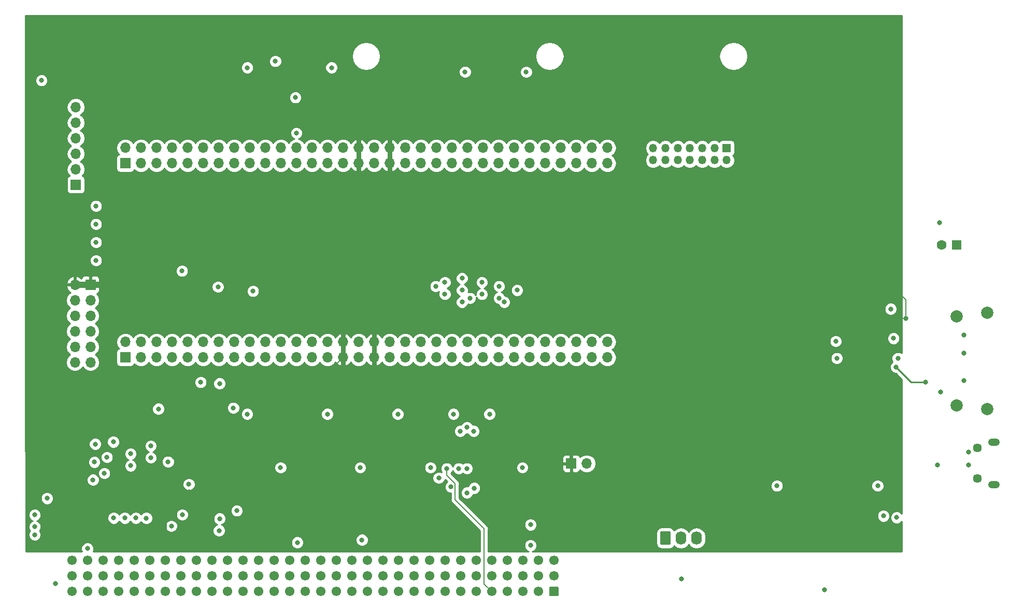
<source format=gbr>
G04 #@! TF.GenerationSoftware,KiCad,Pcbnew,5.0.2+dfsg1-1~bpo9+1*
G04 #@! TF.CreationDate,2022-06-30T13:02:46+02:00*
G04 #@! TF.ProjectId,nubus-to-ztex,6e756275-732d-4746-9f2d-7a7465782e6b,rev?*
G04 #@! TF.SameCoordinates,Original*
G04 #@! TF.FileFunction,Copper,L3,Inr*
G04 #@! TF.FilePolarity,Positive*
%FSLAX46Y46*%
G04 Gerber Fmt 4.6, Leading zero omitted, Abs format (unit mm)*
G04 Created by KiCad (PCBNEW 5.0.2+dfsg1-1~bpo9+1) date Thu Jun 30 13:02:46 2022*
%MOMM*%
%LPD*%
G01*
G04 APERTURE LIST*
G04 #@! TA.AperFunction,ViaPad*
%ADD10O,1.700000X1.700000*%
G04 #@! TD*
G04 #@! TA.AperFunction,ViaPad*
%ADD11R,1.700000X1.700000*%
G04 #@! TD*
G04 #@! TA.AperFunction,ViaPad*
%ADD12C,1.450000*%
G04 #@! TD*
G04 #@! TA.AperFunction,ViaPad*
%ADD13O,1.900000X1.200000*%
G04 #@! TD*
G04 #@! TA.AperFunction,Conductor*
%ADD14C,0.100000*%
G04 #@! TD*
G04 #@! TA.AperFunction,ViaPad*
%ADD15C,1.740000*%
G04 #@! TD*
G04 #@! TA.AperFunction,ViaPad*
%ADD16O,1.740000X2.200000*%
G04 #@! TD*
G04 #@! TA.AperFunction,ViaPad*
%ADD17R,1.350000X1.350000*%
G04 #@! TD*
G04 #@! TA.AperFunction,ViaPad*
%ADD18O,1.350000X1.350000*%
G04 #@! TD*
G04 #@! TA.AperFunction,ViaPad*
%ADD19C,2.000000*%
G04 #@! TD*
G04 #@! TA.AperFunction,ViaPad*
%ADD20R,1.600000X1.600000*%
G04 #@! TD*
G04 #@! TA.AperFunction,ViaPad*
%ADD21C,1.600000*%
G04 #@! TD*
G04 #@! TA.AperFunction,ViaPad*
%ADD22C,1.550000*%
G04 #@! TD*
G04 #@! TA.AperFunction,ViaPad*
%ADD23C,0.800000*%
G04 #@! TD*
G04 #@! TA.AperFunction,Conductor*
%ADD24C,0.800000*%
G04 #@! TD*
G04 #@! TA.AperFunction,Conductor*
%ADD25C,0.152400*%
G04 #@! TD*
G04 #@! TA.AperFunction,Conductor*
%ADD26C,0.500000*%
G04 #@! TD*
G04 #@! TA.AperFunction,Conductor*
%ADD27C,1.000000*%
G04 #@! TD*
G04 #@! TA.AperFunction,Conductor*
%ADD28C,0.250000*%
G04 #@! TD*
G04 #@! TA.AperFunction,Conductor*
%ADD29C,0.254000*%
G04 #@! TD*
G04 APERTURE END LIST*
D10*
G04 #@! TO.N,PMOD-12*
G04 #@! TO.C,J9*
X121760000Y-62550000D03*
G04 #@! TO.N,PMOD-11*
X124300000Y-62550000D03*
G04 #@! TO.N,PMOD-10*
X121760000Y-60010000D03*
G04 #@! TO.N,PMOD-9*
X124300000Y-60010000D03*
G04 #@! TO.N,PMOD-8*
X121760000Y-57470000D03*
G04 #@! TO.N,PMOD-7*
X124300000Y-57470000D03*
G04 #@! TO.N,PMOD-6*
X121760000Y-54930000D03*
G04 #@! TO.N,PMOD-5*
X124300000Y-54930000D03*
G04 #@! TO.N,GND*
X121760000Y-52390000D03*
X124300000Y-52390000D03*
G04 #@! TO.N,+3V3*
X121760000Y-49850000D03*
D11*
X124300000Y-49850000D03*
G04 #@! TD*
D12*
G04 #@! TO.N,SHIELD*
G04 #@! TO.C,J6*
X269197500Y-81570000D03*
X269197500Y-76570000D03*
D13*
X271897500Y-82570000D03*
X271897500Y-75570000D03*
G04 #@! TD*
D11*
G04 #@! TO.N,+3V3*
G04 #@! TO.C,J8*
X202830000Y-79080000D03*
D10*
G04 #@! TO.N,GND*
X205370000Y-79080000D03*
G04 #@! TD*
D14*
G04 #@! TO.N,GND*
G04 #@! TO.C,J7*
G36*
X218884505Y-90171204D02*
X218908773Y-90174804D01*
X218932572Y-90180765D01*
X218955671Y-90189030D01*
X218977850Y-90199520D01*
X218998893Y-90212132D01*
X219018599Y-90226747D01*
X219036777Y-90243223D01*
X219053253Y-90261401D01*
X219067868Y-90281107D01*
X219080480Y-90302150D01*
X219090970Y-90324329D01*
X219099235Y-90347428D01*
X219105196Y-90371227D01*
X219108796Y-90395495D01*
X219110000Y-90419999D01*
X219110000Y-92120001D01*
X219108796Y-92144505D01*
X219105196Y-92168773D01*
X219099235Y-92192572D01*
X219090970Y-92215671D01*
X219080480Y-92237850D01*
X219067868Y-92258893D01*
X219053253Y-92278599D01*
X219036777Y-92296777D01*
X219018599Y-92313253D01*
X218998893Y-92327868D01*
X218977850Y-92340480D01*
X218955671Y-92350970D01*
X218932572Y-92359235D01*
X218908773Y-92365196D01*
X218884505Y-92368796D01*
X218860001Y-92370000D01*
X217619999Y-92370000D01*
X217595495Y-92368796D01*
X217571227Y-92365196D01*
X217547428Y-92359235D01*
X217524329Y-92350970D01*
X217502150Y-92340480D01*
X217481107Y-92327868D01*
X217461401Y-92313253D01*
X217443223Y-92296777D01*
X217426747Y-92278599D01*
X217412132Y-92258893D01*
X217399520Y-92237850D01*
X217389030Y-92215671D01*
X217380765Y-92192572D01*
X217374804Y-92168773D01*
X217371204Y-92144505D01*
X217370000Y-92120001D01*
X217370000Y-90419999D01*
X217371204Y-90395495D01*
X217374804Y-90371227D01*
X217380765Y-90347428D01*
X217389030Y-90324329D01*
X217399520Y-90302150D01*
X217412132Y-90281107D01*
X217426747Y-90261401D01*
X217443223Y-90243223D01*
X217461401Y-90226747D01*
X217481107Y-90212132D01*
X217502150Y-90199520D01*
X217524329Y-90189030D01*
X217547428Y-90180765D01*
X217571227Y-90174804D01*
X217595495Y-90171204D01*
X217619999Y-90170000D01*
X218860001Y-90170000D01*
X218884505Y-90171204D01*
X218884505Y-90171204D01*
G37*
D15*
X218240000Y-91270000D03*
D16*
G04 #@! TO.N,+5V*
X220780000Y-91270000D03*
G04 #@! TO.N,GND*
X223320000Y-91270000D03*
G04 #@! TD*
D11*
G04 #@! TO.N,Net-(JCD1-Pad1)*
G04 #@! TO.C,JCD1*
X130000000Y-30000000D03*
D10*
G04 #@! TO.N,Net-(JCD1-Pad2)*
X130000000Y-27460000D03*
G04 #@! TO.N,GND*
X132540000Y-30000000D03*
X132540000Y-27460000D03*
G04 #@! TO.N,/B2B/RX*
X135080000Y-30000000D03*
G04 #@! TO.N,/B2B/TX*
X135080000Y-27460000D03*
G04 #@! TO.N,~ID3_3V3*
X137620000Y-30000000D03*
G04 #@! TO.N,~ID2_3V3*
X137620000Y-27460000D03*
G04 #@! TO.N,~ID0_3V3*
X140160000Y-30000000D03*
G04 #@! TO.N,~ID1_3V3*
X140160000Y-27460000D03*
G04 #@! TO.N,~ARB3_3V3*
X142700000Y-30000000D03*
G04 #@! TO.N,~ARB2_3V3*
X142700000Y-27460000D03*
G04 #@! TO.N,~ARB0_3V3*
X145240000Y-30000000D03*
G04 #@! TO.N,~ARB1_3V3*
X145240000Y-27460000D03*
G04 #@! TO.N,PMOD-6*
X147780000Y-30000000D03*
G04 #@! TO.N,~CLK2X_3V3*
X147780000Y-27460000D03*
G04 #@! TO.N,PMOD-5*
X150320000Y-30000000D03*
G04 #@! TO.N,SD_D1*
X150320000Y-27460000D03*
G04 #@! TO.N,PMOD-8*
X152860000Y-30000000D03*
G04 #@! TO.N,SD_D0*
X152860000Y-27460000D03*
G04 #@! TO.N,PMOD-7*
X155400000Y-30000000D03*
G04 #@! TO.N,SD_CLK*
X155400000Y-27460000D03*
G04 #@! TO.N,PMOD-10*
X157940000Y-30000000D03*
G04 #@! TO.N,SD_CMD*
X157940000Y-27460000D03*
G04 #@! TO.N,PMOD-9*
X160480000Y-30000000D03*
G04 #@! TO.N,SD_D3*
X160480000Y-27460000D03*
G04 #@! TO.N,PMOD-12*
X163020000Y-30000000D03*
G04 #@! TO.N,SD_D2*
X163020000Y-27460000D03*
G04 #@! TO.N,PMOD-11*
X165560000Y-30000000D03*
G04 #@! TO.N,TMx_oe_n*
X165560000Y-27460000D03*
G04 #@! TO.N,+3V3*
X168100000Y-30000000D03*
X168100000Y-27460000D03*
G04 #@! TO.N,GND*
X170640000Y-30000000D03*
X170640000Y-27460000D03*
G04 #@! TO.N,+3V3*
X173180000Y-30000000D03*
X173180000Y-27460000D03*
G04 #@! TO.N,HDMI_HPD_A*
X175720000Y-30000000D03*
G04 #@! TO.N,~TM0_3V3*
X175720000Y-27460000D03*
G04 #@! TO.N,HDMI_SDA_A*
X178260000Y-30000000D03*
G04 #@! TO.N,~TM1_3V3*
X178260000Y-27460000D03*
G04 #@! TO.N,HDMI_SCL_A*
X180800000Y-30000000D03*
G04 #@! TO.N,TM1_n_o*
X180800000Y-27460000D03*
G04 #@! TO.N,HDMI_CEC_A*
X183340000Y-30000000D03*
G04 #@! TO.N,TM0_n_o*
X183340000Y-27460000D03*
G04 #@! TO.N,HDMI_CLK-*
X185880000Y-30000000D03*
G04 #@! TO.N,TM2_oe_n*
X185880000Y-27460000D03*
G04 #@! TO.N,HDMI_CLK+*
X188420000Y-30000000D03*
G04 #@! TO.N,TM2_o_n*
X188420000Y-27460000D03*
G04 #@! TO.N,HDMI_D0+*
X190960000Y-30000000D03*
G04 #@! TO.N,~TM2_3V3*
X190960000Y-27460000D03*
G04 #@! TO.N,HDMI_D0-*
X193500000Y-30000000D03*
G04 #@! TO.N,~RESET_3V3*
X193500000Y-27460000D03*
G04 #@! TO.N,HDMI_D1+*
X196040000Y-30000000D03*
G04 #@! TO.N,LED0*
X196040000Y-27460000D03*
G04 #@! TO.N,HDMI_D1-*
X198580000Y-30000000D03*
G04 #@! TO.N,LED1*
X198580000Y-27460000D03*
G04 #@! TO.N,HDMI_D2-*
X201120000Y-30000000D03*
G04 #@! TO.N,LED2*
X201120000Y-27460000D03*
G04 #@! TO.N,HDMI_D2+*
X203660000Y-30000000D03*
G04 #@! TO.N,LED3*
X203660000Y-27460000D03*
G04 #@! TO.N,FPGA_JTAG_TDO*
X206200000Y-30000000D03*
G04 #@! TO.N,FPGA_JTAG_TMS*
X206200000Y-27460000D03*
G04 #@! TO.N,GND*
X208740000Y-30000000D03*
X208740000Y-27460000D03*
G04 #@! TD*
D17*
G04 #@! TO.N,GND*
G04 #@! TO.C,J1*
X228230000Y-27500000D03*
D18*
G04 #@! TO.N,/B2B/JTAG_VIO*
X228230000Y-29500000D03*
G04 #@! TO.N,GND*
X226230000Y-27500000D03*
G04 #@! TO.N,FPGA_JTAG_TMS*
X226230000Y-29500000D03*
G04 #@! TO.N,GND*
X224230000Y-27500000D03*
G04 #@! TO.N,FPGA_JTAG_TCK*
X224230000Y-29500000D03*
G04 #@! TO.N,GND*
X222230000Y-27500000D03*
G04 #@! TO.N,FPGA_JTAG_TDO*
X222230000Y-29500000D03*
G04 #@! TO.N,GND*
X220230000Y-27500000D03*
G04 #@! TO.N,FPGA_JTAG_TDI*
X220230000Y-29500000D03*
G04 #@! TO.N,GND*
X218230000Y-27500000D03*
G04 #@! TO.N,Net-(J1-Pad12)*
X218230000Y-29500000D03*
G04 #@! TO.N,GND*
X216230000Y-27500000D03*
G04 #@! TO.N,Net-(J1-Pad14)*
X216230000Y-29500000D03*
G04 #@! TD*
D19*
G04 #@! TO.N,SHIELD*
G04 #@! TO.C,J5*
X270800000Y-70150000D03*
X270800000Y-54450000D03*
X265850000Y-69550000D03*
X265850000Y-55050000D03*
G04 #@! TD*
D20*
G04 #@! TO.N,SHIELD*
G04 #@! TO.C,C39*
X265840000Y-43360000D03*
D21*
G04 #@! TO.N,GND*
X263340000Y-43360000D03*
G04 #@! TD*
D14*
G04 #@! TO.N,-12V*
G04 #@! TO.C,J4*
G36*
X200549505Y-99226204D02*
X200573773Y-99229804D01*
X200597572Y-99235765D01*
X200620671Y-99244030D01*
X200642850Y-99254520D01*
X200663893Y-99267132D01*
X200683599Y-99281747D01*
X200701777Y-99298223D01*
X200718253Y-99316401D01*
X200732868Y-99336107D01*
X200745480Y-99357150D01*
X200755970Y-99379329D01*
X200764235Y-99402428D01*
X200770196Y-99426227D01*
X200773796Y-99450495D01*
X200775000Y-99474999D01*
X200775000Y-100525001D01*
X200773796Y-100549505D01*
X200770196Y-100573773D01*
X200764235Y-100597572D01*
X200755970Y-100620671D01*
X200745480Y-100642850D01*
X200732868Y-100663893D01*
X200718253Y-100683599D01*
X200701777Y-100701777D01*
X200683599Y-100718253D01*
X200663893Y-100732868D01*
X200642850Y-100745480D01*
X200620671Y-100755970D01*
X200597572Y-100764235D01*
X200573773Y-100770196D01*
X200549505Y-100773796D01*
X200525001Y-100775000D01*
X199474999Y-100775000D01*
X199450495Y-100773796D01*
X199426227Y-100770196D01*
X199402428Y-100764235D01*
X199379329Y-100755970D01*
X199357150Y-100745480D01*
X199336107Y-100732868D01*
X199316401Y-100718253D01*
X199298223Y-100701777D01*
X199281747Y-100683599D01*
X199267132Y-100663893D01*
X199254520Y-100642850D01*
X199244030Y-100620671D01*
X199235765Y-100597572D01*
X199229804Y-100573773D01*
X199226204Y-100549505D01*
X199225000Y-100525001D01*
X199225000Y-99474999D01*
X199226204Y-99450495D01*
X199229804Y-99426227D01*
X199235765Y-99402428D01*
X199244030Y-99379329D01*
X199254520Y-99357150D01*
X199267132Y-99336107D01*
X199281747Y-99316401D01*
X199298223Y-99298223D01*
X199316401Y-99281747D01*
X199336107Y-99267132D01*
X199357150Y-99254520D01*
X199379329Y-99244030D01*
X199402428Y-99235765D01*
X199426227Y-99229804D01*
X199450495Y-99226204D01*
X199474999Y-99225000D01*
X200525001Y-99225000D01*
X200549505Y-99226204D01*
X200549505Y-99226204D01*
G37*
D22*
X200000000Y-100000000D03*
G04 #@! TO.N,SB0_5V*
X197460000Y-100000000D03*
G04 #@! TO.N,~SPV_5V*
X194920000Y-100000000D03*
G04 #@! TO.N,~SP_5V*
X192380000Y-100000000D03*
G04 #@! TO.N,~TM1_5V*
X189840000Y-100000000D03*
G04 #@! TO.N,~AD1_5V*
X187300000Y-100000000D03*
G04 #@! TO.N,~AD3_5V*
X184760000Y-100000000D03*
G04 #@! TO.N,~AD5_5V*
X182220000Y-100000000D03*
G04 #@! TO.N,~AD7_5V*
X179680000Y-100000000D03*
G04 #@! TO.N,~AD9_5V*
X177140000Y-100000000D03*
G04 #@! TO.N,~AD11_5V*
X174600000Y-100000000D03*
G04 #@! TO.N,~AD13_5V*
X172060000Y-100000000D03*
G04 #@! TO.N,~AD15_5V*
X169520000Y-100000000D03*
G04 #@! TO.N,~AD17_5V*
X166980000Y-100000000D03*
G04 #@! TO.N,~AD19_5V*
X164440000Y-100000000D03*
G04 #@! TO.N,~AD21_5V*
X161900000Y-100000000D03*
G04 #@! TO.N,~AD23_5V*
X159360000Y-100000000D03*
G04 #@! TO.N,~AD25_5V*
X156820000Y-100000000D03*
G04 #@! TO.N,~AD27_5V*
X154280000Y-100000000D03*
G04 #@! TO.N,~AD29_5V*
X151740000Y-100000000D03*
G04 #@! TO.N,~AD31_5V*
X149200000Y-100000000D03*
G04 #@! TO.N,GND*
X146660000Y-100000000D03*
X144120000Y-100000000D03*
G04 #@! TO.N,~ARB1_5V*
X141580000Y-100000000D03*
G04 #@! TO.N,~ARB3_5V*
X139040000Y-100000000D03*
G04 #@! TO.N,~ID1_5V*
X136500000Y-100000000D03*
G04 #@! TO.N,~ID3_5V*
X133960000Y-100000000D03*
G04 #@! TO.N,~ACK_5V*
X131420000Y-100000000D03*
G04 #@! TO.N,+5V*
X128880000Y-100000000D03*
G04 #@! TO.N,~RQST_5V*
X126340000Y-100000000D03*
G04 #@! TO.N,~NMRQ_5V*
X123800000Y-100000000D03*
G04 #@! TO.N,+12V*
X121260000Y-100000000D03*
G04 #@! TO.N,-12V*
X200000000Y-97460000D03*
G04 #@! TO.N,GND*
X197460000Y-97460000D03*
X194920000Y-97460000D03*
G04 #@! TO.N,+5V*
X192380000Y-97460000D03*
X189840000Y-97460000D03*
X187300000Y-97460000D03*
X184760000Y-97460000D03*
G04 #@! TO.N,~TM2_5V*
X182220000Y-97460000D03*
G04 #@! TO.N,~CM0_5V*
X179680000Y-97460000D03*
G04 #@! TO.N,~CM1_5V*
X177140000Y-97460000D03*
G04 #@! TO.N,~CM2_5V*
X174600000Y-97460000D03*
G04 #@! TO.N,GND*
X172060000Y-97460000D03*
X169520000Y-97460000D03*
X166980000Y-97460000D03*
X164440000Y-97460000D03*
X161900000Y-97460000D03*
X159360000Y-97460000D03*
X156820000Y-97460000D03*
X154280000Y-97460000D03*
X151740000Y-97460000D03*
X149200000Y-97460000D03*
X146660000Y-97460000D03*
X144120000Y-97460000D03*
G04 #@! TO.N,~CLK2X_5V*
X141580000Y-97460000D03*
G04 #@! TO.N,STDBYPWR*
X139040000Y-97460000D03*
G04 #@! TO.N,~CLK2XEN_5V*
X136500000Y-97460000D03*
G04 #@! TO.N,~CBUSY_5V*
X133960000Y-97460000D03*
G04 #@! TO.N,+5V*
X131420000Y-97460000D03*
X128880000Y-97460000D03*
G04 #@! TO.N,GND*
X126340000Y-97460000D03*
X123800000Y-97460000D03*
G04 #@! TO.N,+12V*
X121260000Y-97460000D03*
G04 #@! TO.N,~RESET_5V*
X200000000Y-94920000D03*
G04 #@! TO.N,SB1_5V*
X197460000Y-94920000D03*
G04 #@! TO.N,+5V*
X194920000Y-94920000D03*
X192380000Y-94920000D03*
G04 #@! TO.N,~TM0_5V*
X189840000Y-94920000D03*
G04 #@! TO.N,~AD0_5V*
X187300000Y-94920000D03*
G04 #@! TO.N,~AD2_5V*
X184760000Y-94920000D03*
G04 #@! TO.N,~AD4_5V*
X182220000Y-94920000D03*
G04 #@! TO.N,~AD6_5V*
X179680000Y-94920000D03*
G04 #@! TO.N,~AD8_5V*
X177140000Y-94920000D03*
G04 #@! TO.N,~AD10_5V*
X174600000Y-94920000D03*
G04 #@! TO.N,~AD12_5V*
X172060000Y-94920000D03*
G04 #@! TO.N,~AD14_5V*
X169520000Y-94920000D03*
G04 #@! TO.N,~AD16_5V*
X166980000Y-94920000D03*
G04 #@! TO.N,~AD18_5V*
X164440000Y-94920000D03*
G04 #@! TO.N,~AD20_5V*
X161900000Y-94920000D03*
G04 #@! TO.N,~AD22_5V*
X159360000Y-94920000D03*
G04 #@! TO.N,~AD24_5V*
X156820000Y-94920000D03*
G04 #@! TO.N,~AD26_5V*
X154280000Y-94920000D03*
G04 #@! TO.N,~AD28_5V*
X151740000Y-94920000D03*
G04 #@! TO.N,~AD30_5V*
X149200000Y-94920000D03*
G04 #@! TO.N,GND*
X146660000Y-94920000D03*
G04 #@! TO.N,~PFW_5V*
X144120000Y-94920000D03*
G04 #@! TO.N,~ARB0_5V*
X141580000Y-94920000D03*
G04 #@! TO.N,~ARB2_5V*
X139040000Y-94920000D03*
G04 #@! TO.N,~ID0_5V*
X136500000Y-94920000D03*
G04 #@! TO.N,~ID2_5V*
X133960000Y-94920000D03*
G04 #@! TO.N,~START_5V*
X131420000Y-94920000D03*
G04 #@! TO.N,+5V*
X128880000Y-94920000D03*
X126340000Y-94920000D03*
G04 #@! TO.N,GND*
X123800000Y-94920000D03*
G04 #@! TO.N,~CLK_5V*
X121260000Y-94920000D03*
G04 #@! TD*
D10*
G04 #@! TO.N,Net-(J3-Pad6)*
G04 #@! TO.C,J3*
X121900000Y-20800000D03*
G04 #@! TO.N,/B2B/TX*
X121900000Y-23340000D03*
G04 #@! TO.N,/B2B/RX*
X121900000Y-25880000D03*
G04 #@! TO.N,Net-(J3-Pad3)*
X121900000Y-28420000D03*
G04 #@! TO.N,Net-(J3-Pad2)*
X121900000Y-30960000D03*
D11*
G04 #@! TO.N,GND*
X121900000Y-33500000D03*
G04 #@! TD*
D10*
G04 #@! TO.N,GND*
G04 #@! TO.C,JAB1*
X208740000Y-59210000D03*
G04 #@! TO.N,/B2B/JTAG_VIO*
X208740000Y-61750000D03*
G04 #@! TO.N,FPGA_JTAG_TCK*
X206200000Y-59210000D03*
G04 #@! TO.N,FPGA_JTAG_TDI*
X206200000Y-61750000D03*
G04 #@! TO.N,USBH0_D-*
X203660000Y-59210000D03*
G04 #@! TO.N,USBH0_D+*
X203660000Y-61750000D03*
G04 #@! TO.N,~AD0_3V3*
X201120000Y-59210000D03*
G04 #@! TO.N,~AD1_3V3*
X201120000Y-61750000D03*
G04 #@! TO.N,~AD2_3V3*
X198580000Y-59210000D03*
G04 #@! TO.N,~AD3_3V3*
X198580000Y-61750000D03*
G04 #@! TO.N,~AD4_3V3*
X196040000Y-59210000D03*
G04 #@! TO.N,~AD5_3V3*
X196040000Y-61750000D03*
G04 #@! TO.N,~AD6_3V3*
X193500000Y-59210000D03*
G04 #@! TO.N,~AD7_3V3*
X193500000Y-61750000D03*
G04 #@! TO.N,~AD8_3V3*
X190960000Y-59210000D03*
G04 #@! TO.N,~AD9_3V3*
X190960000Y-61750000D03*
G04 #@! TO.N,~AD10_3V3*
X188420000Y-59210000D03*
G04 #@! TO.N,~AD11_3V3*
X188420000Y-61750000D03*
G04 #@! TO.N,~AD12_3V3*
X185880000Y-59210000D03*
G04 #@! TO.N,~AD13_3V3*
X185880000Y-61750000D03*
G04 #@! TO.N,~AD14_3V3*
X183340000Y-59210000D03*
G04 #@! TO.N,~AD15_3V3*
X183340000Y-61750000D03*
G04 #@! TO.N,~AD16_3V3*
X180800000Y-59210000D03*
G04 #@! TO.N,~AD17_3V3*
X180800000Y-61750000D03*
G04 #@! TO.N,~AD18_3V3*
X178260000Y-59210000D03*
G04 #@! TO.N,~AD19_3V3*
X178260000Y-61750000D03*
G04 #@! TO.N,~AD20_3V3*
X175720000Y-59210000D03*
G04 #@! TO.N,~AD21_3V3*
X175720000Y-61750000D03*
G04 #@! TO.N,~AD22_3V3*
X173180000Y-59210000D03*
G04 #@! TO.N,~AD23_3V3*
X173180000Y-61750000D03*
G04 #@! TO.N,+3V3*
X170640000Y-59210000D03*
X170640000Y-61750000D03*
G04 #@! TO.N,GND*
X168100000Y-59210000D03*
X168100000Y-61750000D03*
G04 #@! TO.N,+3V3*
X165560000Y-59210000D03*
X165560000Y-61750000D03*
G04 #@! TO.N,~AD24_3V3*
X163020000Y-59210000D03*
G04 #@! TO.N,NUBUS_OE*
X163020000Y-61750000D03*
G04 #@! TO.N,~AD26_3V3*
X160480000Y-59210000D03*
G04 #@! TO.N,~AD25_3V3*
X160480000Y-61750000D03*
G04 #@! TO.N,~AD28_3V3*
X157940000Y-59210000D03*
G04 #@! TO.N,~AD27_3V3*
X157940000Y-61750000D03*
G04 #@! TO.N,~AD30_3V3*
X155400000Y-59210000D03*
G04 #@! TO.N,~AD29_3V3*
X155400000Y-61750000D03*
G04 #@! TO.N,~CLK_3V3*
X152860000Y-59210000D03*
G04 #@! TO.N,~AD31_3V3*
X152860000Y-61750000D03*
G04 #@! TO.N,ARB1_o_n*
X150320000Y-59210000D03*
G04 #@! TO.N,NUBUS_AD_DIR*
X150320000Y-61750000D03*
G04 #@! TO.N,ARB2_o_n*
X147780000Y-59210000D03*
G04 #@! TO.N,ARB3_o_n*
X147780000Y-61750000D03*
G04 #@! TO.N,ACK_o_n*
X145240000Y-59210000D03*
G04 #@! TO.N,ARB0_o_n*
X145240000Y-61750000D03*
G04 #@! TO.N,ACK_oe_n*
X142700000Y-59210000D03*
G04 #@! TO.N,START_o_n*
X142700000Y-61750000D03*
G04 #@! TO.N,RQST_o_n*
X140160000Y-59210000D03*
G04 #@! TO.N,START_oe_n*
X140160000Y-61750000D03*
G04 #@! TO.N,~ACK_3V3*
X137620000Y-59210000D03*
G04 #@! TO.N,~START_3V3*
X137620000Y-61750000D03*
G04 #@! TO.N,~NMRQ_3V3*
X135080000Y-59210000D03*
G04 #@! TO.N,~RQST_3V3*
X135080000Y-61750000D03*
G04 #@! TO.N,GND*
X132540000Y-59210000D03*
X132540000Y-61750000D03*
G04 #@! TO.N,+5V*
X130000000Y-59210000D03*
D11*
X130000000Y-61750000D03*
G04 #@! TD*
D23*
G04 #@! TO.N,GND*
X137500000Y-89312500D03*
X256220000Y-61875000D03*
X252900000Y-82730000D03*
X262640000Y-79355000D03*
X149900000Y-71000000D03*
X117200000Y-84780000D03*
X189500000Y-71000000D03*
X115200000Y-87480000D03*
X145400000Y-88100000D03*
X139300000Y-87450000D03*
X155357500Y-79750000D03*
X148200000Y-86800000D03*
X256010000Y-87920000D03*
X179857500Y-79750000D03*
X115200000Y-90730000D03*
X263200000Y-67357500D03*
X145300000Y-90050000D03*
X194857500Y-79750000D03*
X168357500Y-79750000D03*
X163000000Y-71000000D03*
X267730000Y-79355000D03*
X267720000Y-77180000D03*
X267000000Y-65550000D03*
X174500000Y-71000000D03*
X267000000Y-58050000D03*
X255500000Y-58625000D03*
X255040000Y-53812500D03*
X263050000Y-39710000D03*
X115200000Y-89430000D03*
X183600000Y-71000000D03*
X116300000Y-16437500D03*
X246062500Y-59100000D03*
X267000000Y-61050000D03*
X244180000Y-99750000D03*
X236450000Y-82730000D03*
X158100000Y-92000000D03*
X196200000Y-92480000D03*
X196200000Y-89100000D03*
X123800000Y-93000000D03*
X128025000Y-75550000D03*
X130850000Y-77500000D03*
X130850000Y-79450000D03*
X134150000Y-78150000D03*
X134150000Y-76200000D03*
X135400000Y-70150000D03*
X185000000Y-48800000D03*
X185000000Y-50750000D03*
X185000000Y-52700000D03*
X188250000Y-49450000D03*
X188250000Y-51400000D03*
X154500000Y-13300000D03*
X149925000Y-14350000D03*
X163675000Y-14350000D03*
X157937500Y-25050000D03*
X157787500Y-19250000D03*
X139252400Y-47600000D03*
X145125000Y-50200000D03*
X150850000Y-50900000D03*
X187000000Y-83100000D03*
X195480000Y-15062500D03*
X185500000Y-15052500D03*
X168650000Y-91575000D03*
X118534670Y-98720000D03*
G04 #@! TO.N,+3V3*
X135450000Y-74225000D03*
X248080000Y-63750000D03*
X161750000Y-73687500D03*
X148750000Y-73687500D03*
X257550000Y-55387500D03*
X173300000Y-73700000D03*
X118265134Y-44400000D03*
X118265134Y-38400000D03*
X137500000Y-90887500D03*
X245550000Y-57975000D03*
X136727523Y-83900000D03*
X188250000Y-73687500D03*
X121200000Y-84780000D03*
X181250000Y-73687500D03*
X116300000Y-11212500D03*
X182100000Y-87100000D03*
X118300000Y-79800000D03*
X115812500Y-82500000D03*
X126287500Y-82100000D03*
X143787500Y-86100000D03*
X140387500Y-83700000D03*
X191050000Y-48800000D03*
X156212500Y-19250000D03*
X156700000Y-11212500D03*
X156062500Y-25025000D03*
X137700000Y-44789641D03*
X147000000Y-47400000D03*
G04 #@! TO.N,+5V*
X253850000Y-87660000D03*
X246230000Y-61872500D03*
X131697842Y-88000000D03*
X129897842Y-88000000D03*
X128097842Y-88000000D03*
X133421568Y-88014972D03*
X220840000Y-97970000D03*
G04 #@! TO.N,~RESET_5V*
X194000000Y-50750000D03*
G04 #@! TO.N,~TM1_5V*
X180700000Y-50100000D03*
X182500000Y-79900000D03*
G04 #@! TO.N,~TM2_5V*
X186900000Y-73800000D03*
X191900000Y-52700000D03*
G04 #@! TO.N,~TM0_5V*
X185800000Y-83875000D03*
X185800000Y-79900000D03*
X186300000Y-52050000D03*
G04 #@! TO.N,~ID3_3V3*
X125200000Y-36977042D03*
G04 #@! TO.N,~ID2_3V3*
X125200000Y-39943708D03*
G04 #@! TO.N,~ID1_3V3*
X125200000Y-42910374D03*
G04 #@! TO.N,~ID0_3V3*
X125200000Y-45877042D03*
G04 #@! TO.N,~CLK_3V3*
X136975000Y-78800000D03*
G04 #@! TO.N,~CLK2X_5V*
X147650000Y-70000000D03*
G04 #@! TO.N,~RESET_3V3*
X191050000Y-50100000D03*
G04 #@! TO.N,~TM0_3V3*
X182200000Y-51400000D03*
G04 #@! TO.N,~TM1_3V3*
X182200000Y-49450000D03*
G04 #@! TO.N,HDMI_5V*
X255920000Y-63320000D03*
X260760000Y-65782500D03*
G04 #@! TO.N,~TM2_3V3*
X191050000Y-52050000D03*
G04 #@! TO.N,ARB1_o_n*
X145387500Y-66000000D03*
G04 #@! TO.N,ARB3_o_n*
X140375000Y-82475000D03*
G04 #@! TO.N,ARB2_o_n*
X142300000Y-65800000D03*
G04 #@! TO.N,RQST_o_n*
X125066330Y-75900000D03*
G04 #@! TO.N,START_o_n*
X126550000Y-80675000D03*
G04 #@! TO.N,START_oe_n*
X124712500Y-81750000D03*
G04 #@! TO.N,ACK_o_n*
X126975000Y-78050000D03*
G04 #@! TO.N,ACK_oe_n*
X124925000Y-78850000D03*
G04 #@! TO.N,TMx_oe_n*
X181200000Y-81450000D03*
G04 #@! TO.N,TM1_n_o*
X183200000Y-82900000D03*
G04 #@! TO.N,TM0_n_o*
X184477400Y-79900000D03*
G04 #@! TO.N,TM2_o_n*
X185800000Y-73175000D03*
G04 #@! TO.N,TM2_oe_n*
X184700000Y-73800000D03*
G04 #@! TD*
D24*
G04 #@! TO.N,+3V3*
X165560000Y-61750000D02*
X165560000Y-65100000D01*
X173180000Y-39820000D02*
X173180000Y-30000000D01*
X168100000Y-30000000D02*
X168100000Y-32800000D01*
X170640000Y-42360000D02*
X173180000Y-39820000D01*
D25*
X137750000Y-83700000D02*
X143500000Y-77950000D01*
D24*
X170640000Y-59210000D02*
X170640000Y-47000000D01*
X168100000Y-27460000D02*
X168100000Y-25600000D01*
D25*
X165460000Y-66400000D02*
X165560000Y-66500000D01*
X199687500Y-73687500D02*
X202830000Y-76830000D01*
X143500000Y-77950000D02*
X147202500Y-77950000D01*
X148750000Y-73687500D02*
X148750000Y-76402500D01*
X136934315Y-90887500D02*
X136727523Y-90680708D01*
D24*
X170640000Y-63860000D02*
X170640000Y-61750000D01*
D25*
X248479999Y-59720001D02*
X250225000Y-57975000D01*
X165560000Y-61750000D02*
X163110000Y-64200000D01*
X163110000Y-64200000D02*
X140912500Y-64200000D01*
X140912500Y-64200000D02*
X140112500Y-65000000D01*
X252812500Y-55387500D02*
X257550000Y-55387500D01*
X168100000Y-25600000D02*
X169000000Y-24700000D01*
D24*
X170640000Y-59210000D02*
X170640000Y-61750000D01*
X165560000Y-59210000D02*
X165560000Y-61750000D01*
D25*
X165610000Y-73700000D02*
X165560000Y-73750000D01*
X172200000Y-24700000D02*
X173180000Y-25680000D01*
X148750000Y-73687500D02*
X161750000Y-73687500D01*
X137500000Y-90887500D02*
X136934315Y-90887500D01*
X166000000Y-64500000D02*
X170000000Y-64500000D01*
X165497500Y-73687500D02*
X165560000Y-73750000D01*
D24*
X173180000Y-27460000D02*
X173180000Y-30000000D01*
D25*
X170000000Y-64500000D02*
X170640000Y-63860000D01*
X136727523Y-90680708D02*
X136727523Y-83900000D01*
D26*
X202830000Y-76830000D02*
X202830000Y-79080000D01*
D25*
X118265134Y-38400000D02*
X118265134Y-44400000D01*
X169000000Y-24700000D02*
X172200000Y-24700000D01*
D24*
X168100000Y-27460000D02*
X168100000Y-30000000D01*
X165560000Y-65100000D02*
X165560000Y-66500000D01*
D25*
X248479999Y-63350001D02*
X248479999Y-59720001D01*
X250225000Y-57975000D02*
X252812500Y-55387500D01*
D24*
X170640000Y-47000000D02*
X170640000Y-42360000D01*
D25*
X248080000Y-63750000D02*
X248479999Y-63350001D01*
X147202500Y-77950000D02*
X148750000Y-76402500D01*
X165560000Y-75510000D02*
X165600000Y-75550000D01*
X165440000Y-65220000D02*
X165560000Y-65100000D01*
X170640000Y-47000000D02*
X170764999Y-47124999D01*
D24*
X173180000Y-25680000D02*
X173180000Y-27460000D01*
D25*
X162750000Y-20250000D02*
X168100000Y-25600000D01*
X245550000Y-57975000D02*
X250225000Y-57975000D01*
X161750000Y-73687500D02*
X165497500Y-73687500D01*
D24*
X165560000Y-73750000D02*
X165560000Y-66500000D01*
D25*
X166000000Y-64500000D02*
X165560000Y-64060000D01*
D24*
X165560000Y-73750000D02*
X165560000Y-75510000D01*
D25*
X136727523Y-83900000D02*
X137550000Y-83900000D01*
X135847523Y-84780000D02*
X121200000Y-84780000D01*
X136727523Y-83900000D02*
X135847523Y-84780000D01*
X161762500Y-73700000D02*
X161750000Y-73687500D01*
X173300000Y-73700000D02*
X161762500Y-73700000D01*
X173312500Y-73687500D02*
X173300000Y-73700000D01*
X188250000Y-73687500D02*
X199687500Y-73687500D01*
X181250000Y-73687500D02*
X173312500Y-73687500D01*
X157512500Y-11212500D02*
X161000000Y-14700000D01*
X116300000Y-11212500D02*
X156700000Y-11212500D01*
X182100000Y-87100000D02*
X177100000Y-87100000D01*
X173300000Y-83300000D02*
X173300000Y-73700000D01*
X177100000Y-87100000D02*
X173300000Y-83300000D01*
X117300000Y-80800000D02*
X117220000Y-80800000D01*
X118300000Y-79800000D02*
X117300000Y-80800000D01*
X115812500Y-82500000D02*
X117332500Y-80980000D01*
X117332500Y-80980000D02*
X117400000Y-80980000D01*
X117400000Y-80980000D02*
X121200000Y-84780000D01*
X117220000Y-80800000D02*
X117400000Y-80980000D01*
X134927523Y-82100000D02*
X136727523Y-83900000D01*
X126287500Y-82100000D02*
X134927523Y-82100000D01*
X143500000Y-85812500D02*
X143787500Y-86100000D01*
X143500000Y-77950000D02*
X143500000Y-85812500D01*
X140387500Y-83700000D02*
X137750000Y-83700000D01*
X137550000Y-83900000D02*
X137750000Y-83700000D01*
X162750000Y-16450000D02*
X161000000Y-14700000D01*
X162750000Y-20250000D02*
X162750000Y-16450000D01*
X139775000Y-74225000D02*
X143500000Y-77950000D01*
X135450000Y-74225000D02*
X139775000Y-74225000D01*
X140112500Y-69562500D02*
X140112500Y-65000000D01*
X135450000Y-74225000D02*
X140112500Y-69562500D01*
X145775000Y-44789641D02*
X137700000Y-44789641D01*
X191050000Y-48234315D02*
X191050000Y-47124999D01*
X191050000Y-48800000D02*
X191050000Y-48234315D01*
X191050000Y-47124999D02*
X223475001Y-47124999D01*
X170764999Y-47124999D02*
X191050000Y-47124999D01*
X226129315Y-76830000D02*
X202830000Y-76830000D01*
X244984315Y-57975000D02*
X226129315Y-76830000D01*
X245550000Y-57975000D02*
X244984315Y-57975000D01*
X156700000Y-11212500D02*
X157512500Y-11212500D01*
X156062500Y-19400000D02*
X156212500Y-19250000D01*
X156062500Y-25025000D02*
X156062500Y-19400000D01*
X156646815Y-20250000D02*
X162750000Y-20250000D01*
X156212500Y-19815685D02*
X156646815Y-20250000D01*
X156212500Y-19250000D02*
X156212500Y-19815685D01*
X257550000Y-52320000D02*
X257550000Y-55387500D01*
X252330000Y-47100000D02*
X257550000Y-52320000D01*
X147000000Y-44889641D02*
X147100000Y-44789641D01*
X147000000Y-47400000D02*
X147000000Y-44889641D01*
X147100000Y-44789641D02*
X156110359Y-44789641D01*
X145775000Y-44789641D02*
X147100000Y-44789641D01*
X251802400Y-47100000D02*
X251800000Y-47100000D01*
X223550000Y-47100000D02*
X251800000Y-47100000D01*
X251800000Y-47100000D02*
X252330000Y-47100000D01*
D24*
X165560000Y-59210000D02*
X165560000Y-56940000D01*
D25*
X127968318Y-44400000D02*
X128357959Y-44789641D01*
X118265134Y-44400000D02*
X127968318Y-44400000D01*
D27*
X121760000Y-49850000D02*
X124300000Y-49850000D01*
X124300000Y-49850000D02*
X128900000Y-49850000D01*
D25*
X133920000Y-44830000D02*
X133920000Y-44789641D01*
X128900000Y-49850000D02*
X133920000Y-44830000D01*
X133920000Y-44789641D02*
X128357959Y-44789641D01*
X137700000Y-44789641D02*
X133920000Y-44789641D01*
X118265134Y-38400000D02*
X162500000Y-38400000D01*
X162500000Y-38400000D02*
X168100000Y-32800000D01*
X156110359Y-44789641D02*
X162500000Y-38400000D01*
G04 #@! TO.N,+5V*
X133406596Y-88000000D02*
X133421568Y-88014972D01*
X220840000Y-91330000D02*
X220780000Y-91270000D01*
G04 #@! TO.N,~TM1_5V*
X182500000Y-80465685D02*
X182500000Y-79900000D01*
X182500000Y-81006066D02*
X182500000Y-80465685D01*
X189840000Y-100000000D02*
X188600000Y-98760000D01*
X188600000Y-98760000D02*
X188600000Y-89750000D01*
X188600000Y-89750000D02*
X183850000Y-85000000D01*
X183850000Y-82356066D02*
X182500000Y-81006066D01*
X183850000Y-85000000D02*
X183850000Y-82356066D01*
G04 #@! TO.N,~AD23_3V3*
X173212500Y-61782500D02*
X173180000Y-61750000D01*
D28*
G04 #@! TO.N,HDMI_5V*
X258382500Y-65782500D02*
X260760000Y-65782500D01*
X255920000Y-63320000D02*
X258382500Y-65782500D01*
G04 #@! TD*
D29*
G04 #@! TO.N,+3V3*
G36*
X256873000Y-61064289D02*
X256806280Y-60997569D01*
X256425874Y-60840000D01*
X256014126Y-60840000D01*
X255633720Y-60997569D01*
X255342569Y-61288720D01*
X255185000Y-61669126D01*
X255185000Y-62080874D01*
X255334658Y-62442181D01*
X255333720Y-62442569D01*
X255042569Y-62733720D01*
X254885000Y-63114126D01*
X254885000Y-63525874D01*
X255042569Y-63906280D01*
X255333720Y-64197431D01*
X255714126Y-64355000D01*
X255880199Y-64355000D01*
X256873000Y-65347801D01*
X256873000Y-87319289D01*
X256596280Y-87042569D01*
X256215874Y-86885000D01*
X255804126Y-86885000D01*
X255423720Y-87042569D01*
X255132569Y-87333720D01*
X254975000Y-87714126D01*
X254975000Y-88125874D01*
X255132569Y-88506280D01*
X255423720Y-88797431D01*
X255804126Y-88955000D01*
X256215874Y-88955000D01*
X256596280Y-88797431D01*
X256873000Y-88520711D01*
X256873000Y-93473000D01*
X196507271Y-93473000D01*
X196786280Y-93357431D01*
X197077431Y-93066280D01*
X197235000Y-92685874D01*
X197235000Y-92274126D01*
X197077431Y-91893720D01*
X196786280Y-91602569D01*
X196405874Y-91445000D01*
X195994126Y-91445000D01*
X195613720Y-91602569D01*
X195322569Y-91893720D01*
X195165000Y-92274126D01*
X195165000Y-92685874D01*
X195322569Y-93066280D01*
X195613720Y-93357431D01*
X195892729Y-93473000D01*
X189311200Y-93473000D01*
X189311200Y-90419999D01*
X216722560Y-90419999D01*
X216722560Y-92120001D01*
X216790873Y-92463436D01*
X216985414Y-92754586D01*
X217276564Y-92949127D01*
X217619999Y-93017440D01*
X218860001Y-93017440D01*
X219203436Y-92949127D01*
X219494586Y-92754586D01*
X219651413Y-92519878D01*
X219694956Y-92585044D01*
X220192779Y-92917678D01*
X220780000Y-93034484D01*
X221367222Y-92917678D01*
X221865044Y-92585044D01*
X222050000Y-92308237D01*
X222234956Y-92585044D01*
X222732779Y-92917678D01*
X223320000Y-93034484D01*
X223907222Y-92917678D01*
X224405044Y-92585044D01*
X224737678Y-92087221D01*
X224825000Y-91648225D01*
X224825000Y-90891774D01*
X224737678Y-90452778D01*
X224405044Y-89954956D01*
X223907221Y-89622322D01*
X223320000Y-89505516D01*
X222732778Y-89622322D01*
X222234956Y-89954956D01*
X222050000Y-90231763D01*
X221865044Y-89954956D01*
X221367221Y-89622322D01*
X220780000Y-89505516D01*
X220192778Y-89622322D01*
X219694956Y-89954956D01*
X219651414Y-90020122D01*
X219494586Y-89785414D01*
X219203436Y-89590873D01*
X218860001Y-89522560D01*
X217619999Y-89522560D01*
X217276564Y-89590873D01*
X216985414Y-89785414D01*
X216790873Y-90076564D01*
X216722560Y-90419999D01*
X189311200Y-90419999D01*
X189311200Y-89820041D01*
X189325132Y-89749999D01*
X189311200Y-89679957D01*
X189311200Y-89679954D01*
X189269936Y-89472504D01*
X189158597Y-89305874D01*
X189152424Y-89296635D01*
X189152422Y-89296633D01*
X189112746Y-89237254D01*
X189053367Y-89197578D01*
X188749915Y-88894126D01*
X195165000Y-88894126D01*
X195165000Y-89305874D01*
X195322569Y-89686280D01*
X195613720Y-89977431D01*
X195994126Y-90135000D01*
X196405874Y-90135000D01*
X196786280Y-89977431D01*
X197077431Y-89686280D01*
X197235000Y-89305874D01*
X197235000Y-88894126D01*
X197077431Y-88513720D01*
X196786280Y-88222569D01*
X196405874Y-88065000D01*
X195994126Y-88065000D01*
X195613720Y-88222569D01*
X195322569Y-88513720D01*
X195165000Y-88894126D01*
X188749915Y-88894126D01*
X187309915Y-87454126D01*
X252815000Y-87454126D01*
X252815000Y-87865874D01*
X252972569Y-88246280D01*
X253263720Y-88537431D01*
X253644126Y-88695000D01*
X254055874Y-88695000D01*
X254436280Y-88537431D01*
X254727431Y-88246280D01*
X254885000Y-87865874D01*
X254885000Y-87454126D01*
X254727431Y-87073720D01*
X254436280Y-86782569D01*
X254055874Y-86625000D01*
X253644126Y-86625000D01*
X253263720Y-86782569D01*
X252972569Y-87073720D01*
X252815000Y-87454126D01*
X187309915Y-87454126D01*
X184561200Y-84705412D01*
X184561200Y-83669126D01*
X184765000Y-83669126D01*
X184765000Y-84080874D01*
X184922569Y-84461280D01*
X185213720Y-84752431D01*
X185594126Y-84910000D01*
X186005874Y-84910000D01*
X186386280Y-84752431D01*
X186677431Y-84461280D01*
X186812580Y-84135000D01*
X187205874Y-84135000D01*
X187586280Y-83977431D01*
X187877431Y-83686280D01*
X188035000Y-83305874D01*
X188035000Y-82894126D01*
X187881742Y-82524126D01*
X235415000Y-82524126D01*
X235415000Y-82935874D01*
X235572569Y-83316280D01*
X235863720Y-83607431D01*
X236244126Y-83765000D01*
X236655874Y-83765000D01*
X237036280Y-83607431D01*
X237327431Y-83316280D01*
X237485000Y-82935874D01*
X237485000Y-82524126D01*
X251865000Y-82524126D01*
X251865000Y-82935874D01*
X252022569Y-83316280D01*
X252313720Y-83607431D01*
X252694126Y-83765000D01*
X253105874Y-83765000D01*
X253486280Y-83607431D01*
X253777431Y-83316280D01*
X253935000Y-82935874D01*
X253935000Y-82524126D01*
X253777431Y-82143720D01*
X253486280Y-81852569D01*
X253105874Y-81695000D01*
X252694126Y-81695000D01*
X252313720Y-81852569D01*
X252022569Y-82143720D01*
X251865000Y-82524126D01*
X237485000Y-82524126D01*
X237327431Y-82143720D01*
X237036280Y-81852569D01*
X236655874Y-81695000D01*
X236244126Y-81695000D01*
X235863720Y-81852569D01*
X235572569Y-82143720D01*
X235415000Y-82524126D01*
X187881742Y-82524126D01*
X187877431Y-82513720D01*
X187586280Y-82222569D01*
X187205874Y-82065000D01*
X186794126Y-82065000D01*
X186413720Y-82222569D01*
X186122569Y-82513720D01*
X185987420Y-82840000D01*
X185594126Y-82840000D01*
X185213720Y-82997569D01*
X184922569Y-83288720D01*
X184765000Y-83669126D01*
X184561200Y-83669126D01*
X184561200Y-82426107D01*
X184575132Y-82356065D01*
X184561200Y-82286023D01*
X184561200Y-82286020D01*
X184519936Y-82078570D01*
X184491679Y-82036280D01*
X184402424Y-81902701D01*
X184402422Y-81902699D01*
X184362746Y-81843320D01*
X184303367Y-81803644D01*
X183211200Y-80711478D01*
X183211200Y-80652511D01*
X183377431Y-80486280D01*
X183488700Y-80217652D01*
X183599969Y-80486280D01*
X183891120Y-80777431D01*
X184271526Y-80935000D01*
X184683274Y-80935000D01*
X185063680Y-80777431D01*
X185138700Y-80702411D01*
X185213720Y-80777431D01*
X185594126Y-80935000D01*
X186005874Y-80935000D01*
X186386280Y-80777431D01*
X186677431Y-80486280D01*
X186835000Y-80105874D01*
X186835000Y-79694126D01*
X186772869Y-79544126D01*
X193822500Y-79544126D01*
X193822500Y-79955874D01*
X193980069Y-80336280D01*
X194271220Y-80627431D01*
X194651626Y-80785000D01*
X195063374Y-80785000D01*
X195443780Y-80627431D01*
X195734931Y-80336280D01*
X195892500Y-79955874D01*
X195892500Y-79544126D01*
X195818615Y-79365750D01*
X201345000Y-79365750D01*
X201345000Y-80056309D01*
X201441673Y-80289698D01*
X201620301Y-80468327D01*
X201853690Y-80565000D01*
X202544250Y-80565000D01*
X202703000Y-80406250D01*
X202703000Y-79207000D01*
X201503750Y-79207000D01*
X201345000Y-79365750D01*
X195818615Y-79365750D01*
X195734931Y-79163720D01*
X195443780Y-78872569D01*
X195063374Y-78715000D01*
X194651626Y-78715000D01*
X194271220Y-78872569D01*
X193980069Y-79163720D01*
X193822500Y-79544126D01*
X186772869Y-79544126D01*
X186677431Y-79313720D01*
X186386280Y-79022569D01*
X186005874Y-78865000D01*
X185594126Y-78865000D01*
X185213720Y-79022569D01*
X185138700Y-79097589D01*
X185063680Y-79022569D01*
X184683274Y-78865000D01*
X184271526Y-78865000D01*
X183891120Y-79022569D01*
X183599969Y-79313720D01*
X183488700Y-79582348D01*
X183377431Y-79313720D01*
X183086280Y-79022569D01*
X182705874Y-78865000D01*
X182294126Y-78865000D01*
X181913720Y-79022569D01*
X181622569Y-79313720D01*
X181465000Y-79694126D01*
X181465000Y-80105874D01*
X181622569Y-80486280D01*
X181654113Y-80517824D01*
X181405874Y-80415000D01*
X180994126Y-80415000D01*
X180613720Y-80572569D01*
X180322569Y-80863720D01*
X180165000Y-81244126D01*
X180165000Y-81655874D01*
X180322569Y-82036280D01*
X180613720Y-82327431D01*
X180994126Y-82485000D01*
X181405874Y-82485000D01*
X181786280Y-82327431D01*
X182077431Y-82036280D01*
X182208353Y-81720207D01*
X182562217Y-82074072D01*
X182322569Y-82313720D01*
X182165000Y-82694126D01*
X182165000Y-83105874D01*
X182322569Y-83486280D01*
X182613720Y-83777431D01*
X182994126Y-83935000D01*
X183138800Y-83935000D01*
X183138800Y-84929958D01*
X183124868Y-85000000D01*
X183138800Y-85070041D01*
X183138800Y-85070045D01*
X183180064Y-85277495D01*
X183180065Y-85277496D01*
X183297576Y-85453364D01*
X183297578Y-85453366D01*
X183337254Y-85512745D01*
X183396634Y-85552422D01*
X187888801Y-90044590D01*
X187888801Y-93473000D01*
X124724353Y-93473000D01*
X124835000Y-93205874D01*
X124835000Y-92794126D01*
X124677431Y-92413720D01*
X124386280Y-92122569D01*
X124005874Y-91965000D01*
X123594126Y-91965000D01*
X123213720Y-92122569D01*
X122922569Y-92413720D01*
X122765000Y-92794126D01*
X122765000Y-93205874D01*
X122875647Y-93473000D01*
X113726856Y-93473000D01*
X113724951Y-91794126D01*
X157065000Y-91794126D01*
X157065000Y-92205874D01*
X157222569Y-92586280D01*
X157513720Y-92877431D01*
X157894126Y-93035000D01*
X158305874Y-93035000D01*
X158686280Y-92877431D01*
X158977431Y-92586280D01*
X159135000Y-92205874D01*
X159135000Y-91794126D01*
X158977431Y-91413720D01*
X158932837Y-91369126D01*
X167615000Y-91369126D01*
X167615000Y-91780874D01*
X167772569Y-92161280D01*
X168063720Y-92452431D01*
X168444126Y-92610000D01*
X168855874Y-92610000D01*
X169236280Y-92452431D01*
X169527431Y-92161280D01*
X169685000Y-91780874D01*
X169685000Y-91369126D01*
X169527431Y-90988720D01*
X169236280Y-90697569D01*
X168855874Y-90540000D01*
X168444126Y-90540000D01*
X168063720Y-90697569D01*
X167772569Y-90988720D01*
X167615000Y-91369126D01*
X158932837Y-91369126D01*
X158686280Y-91122569D01*
X158305874Y-90965000D01*
X157894126Y-90965000D01*
X157513720Y-91122569D01*
X157222569Y-91413720D01*
X157065000Y-91794126D01*
X113724951Y-91794126D01*
X113719820Y-87274126D01*
X114165000Y-87274126D01*
X114165000Y-87685874D01*
X114322569Y-88066280D01*
X114613720Y-88357431D01*
X114849273Y-88455000D01*
X114613720Y-88552569D01*
X114322569Y-88843720D01*
X114165000Y-89224126D01*
X114165000Y-89635874D01*
X114322569Y-90016280D01*
X114386289Y-90080000D01*
X114322569Y-90143720D01*
X114165000Y-90524126D01*
X114165000Y-90935874D01*
X114322569Y-91316280D01*
X114613720Y-91607431D01*
X114994126Y-91765000D01*
X115405874Y-91765000D01*
X115786280Y-91607431D01*
X116077431Y-91316280D01*
X116235000Y-90935874D01*
X116235000Y-90524126D01*
X116077431Y-90143720D01*
X116013711Y-90080000D01*
X116077431Y-90016280D01*
X116235000Y-89635874D01*
X116235000Y-89224126D01*
X116186331Y-89106626D01*
X136465000Y-89106626D01*
X136465000Y-89518374D01*
X136622569Y-89898780D01*
X136913720Y-90189931D01*
X137294126Y-90347500D01*
X137705874Y-90347500D01*
X138086280Y-90189931D01*
X138377431Y-89898780D01*
X138400069Y-89844126D01*
X144265000Y-89844126D01*
X144265000Y-90255874D01*
X144422569Y-90636280D01*
X144713720Y-90927431D01*
X145094126Y-91085000D01*
X145505874Y-91085000D01*
X145886280Y-90927431D01*
X146177431Y-90636280D01*
X146335000Y-90255874D01*
X146335000Y-89844126D01*
X146177431Y-89463720D01*
X145886280Y-89172569D01*
X145700727Y-89095711D01*
X145986280Y-88977431D01*
X146277431Y-88686280D01*
X146435000Y-88305874D01*
X146435000Y-87894126D01*
X146277431Y-87513720D01*
X145986280Y-87222569D01*
X145605874Y-87065000D01*
X145194126Y-87065000D01*
X144813720Y-87222569D01*
X144522569Y-87513720D01*
X144365000Y-87894126D01*
X144365000Y-88305874D01*
X144522569Y-88686280D01*
X144813720Y-88977431D01*
X144999273Y-89054289D01*
X144713720Y-89172569D01*
X144422569Y-89463720D01*
X144265000Y-89844126D01*
X138400069Y-89844126D01*
X138535000Y-89518374D01*
X138535000Y-89106626D01*
X138377431Y-88726220D01*
X138086280Y-88435069D01*
X137705874Y-88277500D01*
X137294126Y-88277500D01*
X136913720Y-88435069D01*
X136622569Y-88726220D01*
X136465000Y-89106626D01*
X116186331Y-89106626D01*
X116077431Y-88843720D01*
X115786280Y-88552569D01*
X115550727Y-88455000D01*
X115786280Y-88357431D01*
X116077431Y-88066280D01*
X116190160Y-87794126D01*
X127062842Y-87794126D01*
X127062842Y-88205874D01*
X127220411Y-88586280D01*
X127511562Y-88877431D01*
X127891968Y-89035000D01*
X128303716Y-89035000D01*
X128684122Y-88877431D01*
X128975273Y-88586280D01*
X128997842Y-88531794D01*
X129020411Y-88586280D01*
X129311562Y-88877431D01*
X129691968Y-89035000D01*
X130103716Y-89035000D01*
X130484122Y-88877431D01*
X130775273Y-88586280D01*
X130797842Y-88531794D01*
X130820411Y-88586280D01*
X131111562Y-88877431D01*
X131491968Y-89035000D01*
X131903716Y-89035000D01*
X132284122Y-88877431D01*
X132552219Y-88609334D01*
X132835288Y-88892403D01*
X133215694Y-89049972D01*
X133627442Y-89049972D01*
X134007848Y-88892403D01*
X134298999Y-88601252D01*
X134456568Y-88220846D01*
X134456568Y-87809098D01*
X134298999Y-87428692D01*
X134114433Y-87244126D01*
X138265000Y-87244126D01*
X138265000Y-87655874D01*
X138422569Y-88036280D01*
X138713720Y-88327431D01*
X139094126Y-88485000D01*
X139505874Y-88485000D01*
X139886280Y-88327431D01*
X140177431Y-88036280D01*
X140335000Y-87655874D01*
X140335000Y-87244126D01*
X140177431Y-86863720D01*
X139907837Y-86594126D01*
X147165000Y-86594126D01*
X147165000Y-87005874D01*
X147322569Y-87386280D01*
X147613720Y-87677431D01*
X147994126Y-87835000D01*
X148405874Y-87835000D01*
X148786280Y-87677431D01*
X149077431Y-87386280D01*
X149235000Y-87005874D01*
X149235000Y-86594126D01*
X149077431Y-86213720D01*
X148786280Y-85922569D01*
X148405874Y-85765000D01*
X147994126Y-85765000D01*
X147613720Y-85922569D01*
X147322569Y-86213720D01*
X147165000Y-86594126D01*
X139907837Y-86594126D01*
X139886280Y-86572569D01*
X139505874Y-86415000D01*
X139094126Y-86415000D01*
X138713720Y-86572569D01*
X138422569Y-86863720D01*
X138265000Y-87244126D01*
X134114433Y-87244126D01*
X134007848Y-87137541D01*
X133627442Y-86979972D01*
X133215694Y-86979972D01*
X132835288Y-87137541D01*
X132567191Y-87405638D01*
X132284122Y-87122569D01*
X131903716Y-86965000D01*
X131491968Y-86965000D01*
X131111562Y-87122569D01*
X130820411Y-87413720D01*
X130797842Y-87468206D01*
X130775273Y-87413720D01*
X130484122Y-87122569D01*
X130103716Y-86965000D01*
X129691968Y-86965000D01*
X129311562Y-87122569D01*
X129020411Y-87413720D01*
X128997842Y-87468206D01*
X128975273Y-87413720D01*
X128684122Y-87122569D01*
X128303716Y-86965000D01*
X127891968Y-86965000D01*
X127511562Y-87122569D01*
X127220411Y-87413720D01*
X127062842Y-87794126D01*
X116190160Y-87794126D01*
X116235000Y-87685874D01*
X116235000Y-87274126D01*
X116077431Y-86893720D01*
X115786280Y-86602569D01*
X115405874Y-86445000D01*
X114994126Y-86445000D01*
X114613720Y-86602569D01*
X114322569Y-86893720D01*
X114165000Y-87274126D01*
X113719820Y-87274126D01*
X113716756Y-84574126D01*
X116165000Y-84574126D01*
X116165000Y-84985874D01*
X116322569Y-85366280D01*
X116613720Y-85657431D01*
X116994126Y-85815000D01*
X117405874Y-85815000D01*
X117786280Y-85657431D01*
X118077431Y-85366280D01*
X118235000Y-84985874D01*
X118235000Y-84574126D01*
X118077431Y-84193720D01*
X117786280Y-83902569D01*
X117405874Y-83745000D01*
X116994126Y-83745000D01*
X116613720Y-83902569D01*
X116322569Y-84193720D01*
X116165000Y-84574126D01*
X113716756Y-84574126D01*
X113713317Y-81544126D01*
X123677500Y-81544126D01*
X123677500Y-81955874D01*
X123835069Y-82336280D01*
X124126220Y-82627431D01*
X124506626Y-82785000D01*
X124918374Y-82785000D01*
X125298780Y-82627431D01*
X125589931Y-82336280D01*
X125617747Y-82269126D01*
X139340000Y-82269126D01*
X139340000Y-82680874D01*
X139497569Y-83061280D01*
X139788720Y-83352431D01*
X140169126Y-83510000D01*
X140580874Y-83510000D01*
X140961280Y-83352431D01*
X141252431Y-83061280D01*
X141410000Y-82680874D01*
X141410000Y-82269126D01*
X141252431Y-81888720D01*
X140961280Y-81597569D01*
X140580874Y-81440000D01*
X140169126Y-81440000D01*
X139788720Y-81597569D01*
X139497569Y-81888720D01*
X139340000Y-82269126D01*
X125617747Y-82269126D01*
X125747500Y-81955874D01*
X125747500Y-81544126D01*
X125589931Y-81163720D01*
X125298780Y-80872569D01*
X124918374Y-80715000D01*
X124506626Y-80715000D01*
X124126220Y-80872569D01*
X123835069Y-81163720D01*
X123677500Y-81544126D01*
X113713317Y-81544126D01*
X113712098Y-80469126D01*
X125515000Y-80469126D01*
X125515000Y-80880874D01*
X125672569Y-81261280D01*
X125963720Y-81552431D01*
X126344126Y-81710000D01*
X126755874Y-81710000D01*
X127136280Y-81552431D01*
X127427431Y-81261280D01*
X127585000Y-80880874D01*
X127585000Y-80469126D01*
X127427431Y-80088720D01*
X127136280Y-79797569D01*
X126755874Y-79640000D01*
X126344126Y-79640000D01*
X125963720Y-79797569D01*
X125672569Y-80088720D01*
X125515000Y-80469126D01*
X113712098Y-80469126D01*
X113710026Y-78644126D01*
X123890000Y-78644126D01*
X123890000Y-79055874D01*
X124047569Y-79436280D01*
X124338720Y-79727431D01*
X124719126Y-79885000D01*
X125130874Y-79885000D01*
X125511280Y-79727431D01*
X125802431Y-79436280D01*
X125960000Y-79055874D01*
X125960000Y-78644126D01*
X125802431Y-78263720D01*
X125511280Y-77972569D01*
X125201191Y-77844126D01*
X125940000Y-77844126D01*
X125940000Y-78255874D01*
X126097569Y-78636280D01*
X126388720Y-78927431D01*
X126769126Y-79085000D01*
X127180874Y-79085000D01*
X127561280Y-78927431D01*
X127852431Y-78636280D01*
X128010000Y-78255874D01*
X128010000Y-77844126D01*
X127852431Y-77463720D01*
X127682837Y-77294126D01*
X129815000Y-77294126D01*
X129815000Y-77705874D01*
X129972569Y-78086280D01*
X130263720Y-78377431D01*
X130499273Y-78475000D01*
X130263720Y-78572569D01*
X129972569Y-78863720D01*
X129815000Y-79244126D01*
X129815000Y-79655874D01*
X129972569Y-80036280D01*
X130263720Y-80327431D01*
X130644126Y-80485000D01*
X131055874Y-80485000D01*
X131436280Y-80327431D01*
X131727431Y-80036280D01*
X131885000Y-79655874D01*
X131885000Y-79244126D01*
X131727431Y-78863720D01*
X131436280Y-78572569D01*
X131200727Y-78475000D01*
X131436280Y-78377431D01*
X131727431Y-78086280D01*
X131885000Y-77705874D01*
X131885000Y-77294126D01*
X131727431Y-76913720D01*
X131436280Y-76622569D01*
X131055874Y-76465000D01*
X130644126Y-76465000D01*
X130263720Y-76622569D01*
X129972569Y-76913720D01*
X129815000Y-77294126D01*
X127682837Y-77294126D01*
X127561280Y-77172569D01*
X127180874Y-77015000D01*
X126769126Y-77015000D01*
X126388720Y-77172569D01*
X126097569Y-77463720D01*
X125940000Y-77844126D01*
X125201191Y-77844126D01*
X125130874Y-77815000D01*
X124719126Y-77815000D01*
X124338720Y-77972569D01*
X124047569Y-78263720D01*
X123890000Y-78644126D01*
X113710026Y-78644126D01*
X113706678Y-75694126D01*
X124031330Y-75694126D01*
X124031330Y-76105874D01*
X124188899Y-76486280D01*
X124480050Y-76777431D01*
X124860456Y-76935000D01*
X125272204Y-76935000D01*
X125652610Y-76777431D01*
X125943761Y-76486280D01*
X126101330Y-76105874D01*
X126101330Y-75694126D01*
X125956356Y-75344126D01*
X126990000Y-75344126D01*
X126990000Y-75755874D01*
X127147569Y-76136280D01*
X127438720Y-76427431D01*
X127819126Y-76585000D01*
X128230874Y-76585000D01*
X128611280Y-76427431D01*
X128902431Y-76136280D01*
X128961312Y-75994126D01*
X133115000Y-75994126D01*
X133115000Y-76405874D01*
X133272569Y-76786280D01*
X133563720Y-77077431D01*
X133799273Y-77175000D01*
X133563720Y-77272569D01*
X133272569Y-77563720D01*
X133115000Y-77944126D01*
X133115000Y-78355874D01*
X133272569Y-78736280D01*
X133563720Y-79027431D01*
X133944126Y-79185000D01*
X134355874Y-79185000D01*
X134736280Y-79027431D01*
X135027431Y-78736280D01*
X135086312Y-78594126D01*
X135940000Y-78594126D01*
X135940000Y-79005874D01*
X136097569Y-79386280D01*
X136388720Y-79677431D01*
X136769126Y-79835000D01*
X137180874Y-79835000D01*
X137561280Y-79677431D01*
X137694585Y-79544126D01*
X154322500Y-79544126D01*
X154322500Y-79955874D01*
X154480069Y-80336280D01*
X154771220Y-80627431D01*
X155151626Y-80785000D01*
X155563374Y-80785000D01*
X155943780Y-80627431D01*
X156234931Y-80336280D01*
X156392500Y-79955874D01*
X156392500Y-79544126D01*
X167322500Y-79544126D01*
X167322500Y-79955874D01*
X167480069Y-80336280D01*
X167771220Y-80627431D01*
X168151626Y-80785000D01*
X168563374Y-80785000D01*
X168943780Y-80627431D01*
X169234931Y-80336280D01*
X169392500Y-79955874D01*
X169392500Y-79544126D01*
X178822500Y-79544126D01*
X178822500Y-79955874D01*
X178980069Y-80336280D01*
X179271220Y-80627431D01*
X179651626Y-80785000D01*
X180063374Y-80785000D01*
X180443780Y-80627431D01*
X180734931Y-80336280D01*
X180892500Y-79955874D01*
X180892500Y-79544126D01*
X180734931Y-79163720D01*
X180443780Y-78872569D01*
X180063374Y-78715000D01*
X179651626Y-78715000D01*
X179271220Y-78872569D01*
X178980069Y-79163720D01*
X178822500Y-79544126D01*
X169392500Y-79544126D01*
X169234931Y-79163720D01*
X168943780Y-78872569D01*
X168563374Y-78715000D01*
X168151626Y-78715000D01*
X167771220Y-78872569D01*
X167480069Y-79163720D01*
X167322500Y-79544126D01*
X156392500Y-79544126D01*
X156234931Y-79163720D01*
X155943780Y-78872569D01*
X155563374Y-78715000D01*
X155151626Y-78715000D01*
X154771220Y-78872569D01*
X154480069Y-79163720D01*
X154322500Y-79544126D01*
X137694585Y-79544126D01*
X137852431Y-79386280D01*
X138010000Y-79005874D01*
X138010000Y-78594126D01*
X137852431Y-78213720D01*
X137742402Y-78103691D01*
X201345000Y-78103691D01*
X201345000Y-78794250D01*
X201503750Y-78953000D01*
X202703000Y-78953000D01*
X202703000Y-77753750D01*
X202957000Y-77753750D01*
X202957000Y-78953000D01*
X202977000Y-78953000D01*
X202977000Y-79207000D01*
X202957000Y-79207000D01*
X202957000Y-80406250D01*
X203115750Y-80565000D01*
X203806310Y-80565000D01*
X204039699Y-80468327D01*
X204218327Y-80289698D01*
X204284904Y-80128967D01*
X204299375Y-80150625D01*
X204790582Y-80478839D01*
X205223744Y-80565000D01*
X205516256Y-80565000D01*
X205949418Y-80478839D01*
X206440625Y-80150625D01*
X206768839Y-79659418D01*
X206884092Y-79080000D01*
X206768839Y-78500582D01*
X206440625Y-78009375D01*
X205949418Y-77681161D01*
X205516256Y-77595000D01*
X205223744Y-77595000D01*
X204790582Y-77681161D01*
X204299375Y-78009375D01*
X204284904Y-78031033D01*
X204218327Y-77870302D01*
X204039699Y-77691673D01*
X203806310Y-77595000D01*
X203115750Y-77595000D01*
X202957000Y-77753750D01*
X202703000Y-77753750D01*
X202544250Y-77595000D01*
X201853690Y-77595000D01*
X201620301Y-77691673D01*
X201441673Y-77870302D01*
X201345000Y-78103691D01*
X137742402Y-78103691D01*
X137561280Y-77922569D01*
X137180874Y-77765000D01*
X136769126Y-77765000D01*
X136388720Y-77922569D01*
X136097569Y-78213720D01*
X135940000Y-78594126D01*
X135086312Y-78594126D01*
X135185000Y-78355874D01*
X135185000Y-77944126D01*
X135027431Y-77563720D01*
X134736280Y-77272569D01*
X134500727Y-77175000D01*
X134736280Y-77077431D01*
X135027431Y-76786280D01*
X135185000Y-76405874D01*
X135185000Y-75994126D01*
X135027431Y-75613720D01*
X134736280Y-75322569D01*
X134355874Y-75165000D01*
X133944126Y-75165000D01*
X133563720Y-75322569D01*
X133272569Y-75613720D01*
X133115000Y-75994126D01*
X128961312Y-75994126D01*
X129060000Y-75755874D01*
X129060000Y-75344126D01*
X128902431Y-74963720D01*
X128611280Y-74672569D01*
X128230874Y-74515000D01*
X127819126Y-74515000D01*
X127438720Y-74672569D01*
X127147569Y-74963720D01*
X126990000Y-75344126D01*
X125956356Y-75344126D01*
X125943761Y-75313720D01*
X125652610Y-75022569D01*
X125272204Y-74865000D01*
X124860456Y-74865000D01*
X124480050Y-75022569D01*
X124188899Y-75313720D01*
X124031330Y-75694126D01*
X113706678Y-75694126D01*
X113704295Y-73594126D01*
X183665000Y-73594126D01*
X183665000Y-74005874D01*
X183822569Y-74386280D01*
X184113720Y-74677431D01*
X184494126Y-74835000D01*
X184905874Y-74835000D01*
X185286280Y-74677431D01*
X185577431Y-74386280D01*
X185650448Y-74210000D01*
X185949552Y-74210000D01*
X186022569Y-74386280D01*
X186313720Y-74677431D01*
X186694126Y-74835000D01*
X187105874Y-74835000D01*
X187486280Y-74677431D01*
X187777431Y-74386280D01*
X187935000Y-74005874D01*
X187935000Y-73594126D01*
X187777431Y-73213720D01*
X187486280Y-72922569D01*
X187105874Y-72765000D01*
X186750448Y-72765000D01*
X186677431Y-72588720D01*
X186386280Y-72297569D01*
X186005874Y-72140000D01*
X185594126Y-72140000D01*
X185213720Y-72297569D01*
X184922569Y-72588720D01*
X184849552Y-72765000D01*
X184494126Y-72765000D01*
X184113720Y-72922569D01*
X183822569Y-73213720D01*
X183665000Y-73594126D01*
X113704295Y-73594126D01*
X113700152Y-69944126D01*
X134365000Y-69944126D01*
X134365000Y-70355874D01*
X134522569Y-70736280D01*
X134813720Y-71027431D01*
X135194126Y-71185000D01*
X135605874Y-71185000D01*
X135986280Y-71027431D01*
X136277431Y-70736280D01*
X136435000Y-70355874D01*
X136435000Y-69944126D01*
X136372869Y-69794126D01*
X146615000Y-69794126D01*
X146615000Y-70205874D01*
X146772569Y-70586280D01*
X147063720Y-70877431D01*
X147444126Y-71035000D01*
X147855874Y-71035000D01*
X148236280Y-70877431D01*
X148319585Y-70794126D01*
X148865000Y-70794126D01*
X148865000Y-71205874D01*
X149022569Y-71586280D01*
X149313720Y-71877431D01*
X149694126Y-72035000D01*
X150105874Y-72035000D01*
X150486280Y-71877431D01*
X150777431Y-71586280D01*
X150935000Y-71205874D01*
X150935000Y-70794126D01*
X161965000Y-70794126D01*
X161965000Y-71205874D01*
X162122569Y-71586280D01*
X162413720Y-71877431D01*
X162794126Y-72035000D01*
X163205874Y-72035000D01*
X163586280Y-71877431D01*
X163877431Y-71586280D01*
X164035000Y-71205874D01*
X164035000Y-70794126D01*
X173465000Y-70794126D01*
X173465000Y-71205874D01*
X173622569Y-71586280D01*
X173913720Y-71877431D01*
X174294126Y-72035000D01*
X174705874Y-72035000D01*
X175086280Y-71877431D01*
X175377431Y-71586280D01*
X175535000Y-71205874D01*
X175535000Y-70794126D01*
X182565000Y-70794126D01*
X182565000Y-71205874D01*
X182722569Y-71586280D01*
X183013720Y-71877431D01*
X183394126Y-72035000D01*
X183805874Y-72035000D01*
X184186280Y-71877431D01*
X184477431Y-71586280D01*
X184635000Y-71205874D01*
X184635000Y-70794126D01*
X188465000Y-70794126D01*
X188465000Y-71205874D01*
X188622569Y-71586280D01*
X188913720Y-71877431D01*
X189294126Y-72035000D01*
X189705874Y-72035000D01*
X190086280Y-71877431D01*
X190377431Y-71586280D01*
X190535000Y-71205874D01*
X190535000Y-70794126D01*
X190377431Y-70413720D01*
X190086280Y-70122569D01*
X189705874Y-69965000D01*
X189294126Y-69965000D01*
X188913720Y-70122569D01*
X188622569Y-70413720D01*
X188465000Y-70794126D01*
X184635000Y-70794126D01*
X184477431Y-70413720D01*
X184186280Y-70122569D01*
X183805874Y-69965000D01*
X183394126Y-69965000D01*
X183013720Y-70122569D01*
X182722569Y-70413720D01*
X182565000Y-70794126D01*
X175535000Y-70794126D01*
X175377431Y-70413720D01*
X175086280Y-70122569D01*
X174705874Y-69965000D01*
X174294126Y-69965000D01*
X173913720Y-70122569D01*
X173622569Y-70413720D01*
X173465000Y-70794126D01*
X164035000Y-70794126D01*
X163877431Y-70413720D01*
X163586280Y-70122569D01*
X163205874Y-69965000D01*
X162794126Y-69965000D01*
X162413720Y-70122569D01*
X162122569Y-70413720D01*
X161965000Y-70794126D01*
X150935000Y-70794126D01*
X150777431Y-70413720D01*
X150486280Y-70122569D01*
X150105874Y-69965000D01*
X149694126Y-69965000D01*
X149313720Y-70122569D01*
X149022569Y-70413720D01*
X148865000Y-70794126D01*
X148319585Y-70794126D01*
X148527431Y-70586280D01*
X148685000Y-70205874D01*
X148685000Y-69794126D01*
X148527431Y-69413720D01*
X148236280Y-69122569D01*
X147855874Y-68965000D01*
X147444126Y-68965000D01*
X147063720Y-69122569D01*
X146772569Y-69413720D01*
X146615000Y-69794126D01*
X136372869Y-69794126D01*
X136277431Y-69563720D01*
X135986280Y-69272569D01*
X135605874Y-69115000D01*
X135194126Y-69115000D01*
X134813720Y-69272569D01*
X134522569Y-69563720D01*
X134365000Y-69944126D01*
X113700152Y-69944126D01*
X113695214Y-65594126D01*
X141265000Y-65594126D01*
X141265000Y-66005874D01*
X141422569Y-66386280D01*
X141713720Y-66677431D01*
X142094126Y-66835000D01*
X142505874Y-66835000D01*
X142886280Y-66677431D01*
X143177431Y-66386280D01*
X143335000Y-66005874D01*
X143335000Y-65794126D01*
X144352500Y-65794126D01*
X144352500Y-66205874D01*
X144510069Y-66586280D01*
X144801220Y-66877431D01*
X145181626Y-67035000D01*
X145593374Y-67035000D01*
X145973780Y-66877431D01*
X146264931Y-66586280D01*
X146422500Y-66205874D01*
X146422500Y-65794126D01*
X146264931Y-65413720D01*
X145973780Y-65122569D01*
X145593374Y-64965000D01*
X145181626Y-64965000D01*
X144801220Y-65122569D01*
X144510069Y-65413720D01*
X144352500Y-65794126D01*
X143335000Y-65794126D01*
X143335000Y-65594126D01*
X143177431Y-65213720D01*
X142886280Y-64922569D01*
X142505874Y-64765000D01*
X142094126Y-64765000D01*
X141713720Y-64922569D01*
X141422569Y-65213720D01*
X141265000Y-65594126D01*
X113695214Y-65594126D01*
X113680225Y-52390000D01*
X120245908Y-52390000D01*
X120361161Y-52969418D01*
X120689375Y-53460625D01*
X120987761Y-53660000D01*
X120689375Y-53859375D01*
X120361161Y-54350582D01*
X120245908Y-54930000D01*
X120361161Y-55509418D01*
X120689375Y-56000625D01*
X120987761Y-56200000D01*
X120689375Y-56399375D01*
X120361161Y-56890582D01*
X120245908Y-57470000D01*
X120361161Y-58049418D01*
X120689375Y-58540625D01*
X120987761Y-58740000D01*
X120689375Y-58939375D01*
X120361161Y-59430582D01*
X120245908Y-60010000D01*
X120361161Y-60589418D01*
X120689375Y-61080625D01*
X120987761Y-61280000D01*
X120689375Y-61479375D01*
X120361161Y-61970582D01*
X120245908Y-62550000D01*
X120361161Y-63129418D01*
X120689375Y-63620625D01*
X121180582Y-63948839D01*
X121613744Y-64035000D01*
X121906256Y-64035000D01*
X122339418Y-63948839D01*
X122830625Y-63620625D01*
X123030000Y-63322239D01*
X123229375Y-63620625D01*
X123720582Y-63948839D01*
X124153744Y-64035000D01*
X124446256Y-64035000D01*
X124879418Y-63948839D01*
X125370625Y-63620625D01*
X125698839Y-63129418D01*
X125814092Y-62550000D01*
X125698839Y-61970582D01*
X125370625Y-61479375D01*
X125072239Y-61280000D01*
X125370625Y-61080625D01*
X125698839Y-60589418D01*
X125814092Y-60010000D01*
X125698839Y-59430582D01*
X125551451Y-59210000D01*
X128485908Y-59210000D01*
X128601161Y-59789418D01*
X128929375Y-60280625D01*
X128947619Y-60292816D01*
X128902235Y-60301843D01*
X128692191Y-60442191D01*
X128551843Y-60652235D01*
X128502560Y-60900000D01*
X128502560Y-62600000D01*
X128551843Y-62847765D01*
X128692191Y-63057809D01*
X128902235Y-63198157D01*
X129150000Y-63247440D01*
X130850000Y-63247440D01*
X131097765Y-63198157D01*
X131307809Y-63057809D01*
X131448157Y-62847765D01*
X131457184Y-62802381D01*
X131469375Y-62820625D01*
X131960582Y-63148839D01*
X132393744Y-63235000D01*
X132686256Y-63235000D01*
X133119418Y-63148839D01*
X133610625Y-62820625D01*
X133810000Y-62522239D01*
X134009375Y-62820625D01*
X134500582Y-63148839D01*
X134933744Y-63235000D01*
X135226256Y-63235000D01*
X135659418Y-63148839D01*
X136150625Y-62820625D01*
X136350000Y-62522239D01*
X136549375Y-62820625D01*
X137040582Y-63148839D01*
X137473744Y-63235000D01*
X137766256Y-63235000D01*
X138199418Y-63148839D01*
X138690625Y-62820625D01*
X138890000Y-62522239D01*
X139089375Y-62820625D01*
X139580582Y-63148839D01*
X140013744Y-63235000D01*
X140306256Y-63235000D01*
X140739418Y-63148839D01*
X141230625Y-62820625D01*
X141430000Y-62522239D01*
X141629375Y-62820625D01*
X142120582Y-63148839D01*
X142553744Y-63235000D01*
X142846256Y-63235000D01*
X143279418Y-63148839D01*
X143770625Y-62820625D01*
X143970000Y-62522239D01*
X144169375Y-62820625D01*
X144660582Y-63148839D01*
X145093744Y-63235000D01*
X145386256Y-63235000D01*
X145819418Y-63148839D01*
X146310625Y-62820625D01*
X146510000Y-62522239D01*
X146709375Y-62820625D01*
X147200582Y-63148839D01*
X147633744Y-63235000D01*
X147926256Y-63235000D01*
X148359418Y-63148839D01*
X148850625Y-62820625D01*
X149050000Y-62522239D01*
X149249375Y-62820625D01*
X149740582Y-63148839D01*
X150173744Y-63235000D01*
X150466256Y-63235000D01*
X150899418Y-63148839D01*
X151390625Y-62820625D01*
X151590000Y-62522239D01*
X151789375Y-62820625D01*
X152280582Y-63148839D01*
X152713744Y-63235000D01*
X153006256Y-63235000D01*
X153439418Y-63148839D01*
X153930625Y-62820625D01*
X154130000Y-62522239D01*
X154329375Y-62820625D01*
X154820582Y-63148839D01*
X155253744Y-63235000D01*
X155546256Y-63235000D01*
X155979418Y-63148839D01*
X156470625Y-62820625D01*
X156670000Y-62522239D01*
X156869375Y-62820625D01*
X157360582Y-63148839D01*
X157793744Y-63235000D01*
X158086256Y-63235000D01*
X158519418Y-63148839D01*
X159010625Y-62820625D01*
X159210000Y-62522239D01*
X159409375Y-62820625D01*
X159900582Y-63148839D01*
X160333744Y-63235000D01*
X160626256Y-63235000D01*
X161059418Y-63148839D01*
X161550625Y-62820625D01*
X161750000Y-62522239D01*
X161949375Y-62820625D01*
X162440582Y-63148839D01*
X162873744Y-63235000D01*
X163166256Y-63235000D01*
X163599418Y-63148839D01*
X164090625Y-62820625D01*
X164303843Y-62501522D01*
X164364817Y-62631358D01*
X164793076Y-63021645D01*
X165203110Y-63191476D01*
X165433000Y-63070155D01*
X165433000Y-61877000D01*
X165413000Y-61877000D01*
X165413000Y-61623000D01*
X165433000Y-61623000D01*
X165433000Y-59337000D01*
X165413000Y-59337000D01*
X165413000Y-59083000D01*
X165433000Y-59083000D01*
X165433000Y-57889845D01*
X165687000Y-57889845D01*
X165687000Y-59083000D01*
X165707000Y-59083000D01*
X165707000Y-59337000D01*
X165687000Y-59337000D01*
X165687000Y-61623000D01*
X165707000Y-61623000D01*
X165707000Y-61877000D01*
X165687000Y-61877000D01*
X165687000Y-63070155D01*
X165916890Y-63191476D01*
X166326924Y-63021645D01*
X166755183Y-62631358D01*
X166816157Y-62501522D01*
X167029375Y-62820625D01*
X167520582Y-63148839D01*
X167953744Y-63235000D01*
X168246256Y-63235000D01*
X168679418Y-63148839D01*
X169170625Y-62820625D01*
X169383843Y-62501522D01*
X169444817Y-62631358D01*
X169873076Y-63021645D01*
X170283110Y-63191476D01*
X170513000Y-63070155D01*
X170513000Y-61877000D01*
X170493000Y-61877000D01*
X170493000Y-61623000D01*
X170513000Y-61623000D01*
X170513000Y-59337000D01*
X170493000Y-59337000D01*
X170493000Y-59083000D01*
X170513000Y-59083000D01*
X170513000Y-57889845D01*
X170767000Y-57889845D01*
X170767000Y-59083000D01*
X170787000Y-59083000D01*
X170787000Y-59337000D01*
X170767000Y-59337000D01*
X170767000Y-61623000D01*
X170787000Y-61623000D01*
X170787000Y-61877000D01*
X170767000Y-61877000D01*
X170767000Y-63070155D01*
X170996890Y-63191476D01*
X171406924Y-63021645D01*
X171835183Y-62631358D01*
X171896157Y-62501522D01*
X172109375Y-62820625D01*
X172600582Y-63148839D01*
X173033744Y-63235000D01*
X173326256Y-63235000D01*
X173759418Y-63148839D01*
X174250625Y-62820625D01*
X174450000Y-62522239D01*
X174649375Y-62820625D01*
X175140582Y-63148839D01*
X175573744Y-63235000D01*
X175866256Y-63235000D01*
X176299418Y-63148839D01*
X176790625Y-62820625D01*
X176990000Y-62522239D01*
X177189375Y-62820625D01*
X177680582Y-63148839D01*
X178113744Y-63235000D01*
X178406256Y-63235000D01*
X178839418Y-63148839D01*
X179330625Y-62820625D01*
X179530000Y-62522239D01*
X179729375Y-62820625D01*
X180220582Y-63148839D01*
X180653744Y-63235000D01*
X180946256Y-63235000D01*
X181379418Y-63148839D01*
X181870625Y-62820625D01*
X182070000Y-62522239D01*
X182269375Y-62820625D01*
X182760582Y-63148839D01*
X183193744Y-63235000D01*
X183486256Y-63235000D01*
X183919418Y-63148839D01*
X184410625Y-62820625D01*
X184610000Y-62522239D01*
X184809375Y-62820625D01*
X185300582Y-63148839D01*
X185733744Y-63235000D01*
X186026256Y-63235000D01*
X186459418Y-63148839D01*
X186950625Y-62820625D01*
X187150000Y-62522239D01*
X187349375Y-62820625D01*
X187840582Y-63148839D01*
X188273744Y-63235000D01*
X188566256Y-63235000D01*
X188999418Y-63148839D01*
X189490625Y-62820625D01*
X189690000Y-62522239D01*
X189889375Y-62820625D01*
X190380582Y-63148839D01*
X190813744Y-63235000D01*
X191106256Y-63235000D01*
X191539418Y-63148839D01*
X192030625Y-62820625D01*
X192230000Y-62522239D01*
X192429375Y-62820625D01*
X192920582Y-63148839D01*
X193353744Y-63235000D01*
X193646256Y-63235000D01*
X194079418Y-63148839D01*
X194570625Y-62820625D01*
X194770000Y-62522239D01*
X194969375Y-62820625D01*
X195460582Y-63148839D01*
X195893744Y-63235000D01*
X196186256Y-63235000D01*
X196619418Y-63148839D01*
X197110625Y-62820625D01*
X197310000Y-62522239D01*
X197509375Y-62820625D01*
X198000582Y-63148839D01*
X198433744Y-63235000D01*
X198726256Y-63235000D01*
X199159418Y-63148839D01*
X199650625Y-62820625D01*
X199850000Y-62522239D01*
X200049375Y-62820625D01*
X200540582Y-63148839D01*
X200973744Y-63235000D01*
X201266256Y-63235000D01*
X201699418Y-63148839D01*
X202190625Y-62820625D01*
X202390000Y-62522239D01*
X202589375Y-62820625D01*
X203080582Y-63148839D01*
X203513744Y-63235000D01*
X203806256Y-63235000D01*
X204239418Y-63148839D01*
X204730625Y-62820625D01*
X204930000Y-62522239D01*
X205129375Y-62820625D01*
X205620582Y-63148839D01*
X206053744Y-63235000D01*
X206346256Y-63235000D01*
X206779418Y-63148839D01*
X207270625Y-62820625D01*
X207470000Y-62522239D01*
X207669375Y-62820625D01*
X208160582Y-63148839D01*
X208593744Y-63235000D01*
X208886256Y-63235000D01*
X209319418Y-63148839D01*
X209810625Y-62820625D01*
X210138839Y-62329418D01*
X210254092Y-61750000D01*
X210237508Y-61666626D01*
X245195000Y-61666626D01*
X245195000Y-62078374D01*
X245352569Y-62458780D01*
X245643720Y-62749931D01*
X246024126Y-62907500D01*
X246435874Y-62907500D01*
X246816280Y-62749931D01*
X247107431Y-62458780D01*
X247265000Y-62078374D01*
X247265000Y-61666626D01*
X247107431Y-61286220D01*
X246816280Y-60995069D01*
X246435874Y-60837500D01*
X246024126Y-60837500D01*
X245643720Y-60995069D01*
X245352569Y-61286220D01*
X245195000Y-61666626D01*
X210237508Y-61666626D01*
X210138839Y-61170582D01*
X209810625Y-60679375D01*
X209512239Y-60480000D01*
X209810625Y-60280625D01*
X210138839Y-59789418D01*
X210254092Y-59210000D01*
X210191261Y-58894126D01*
X245027500Y-58894126D01*
X245027500Y-59305874D01*
X245185069Y-59686280D01*
X245476220Y-59977431D01*
X245856626Y-60135000D01*
X246268374Y-60135000D01*
X246648780Y-59977431D01*
X246939931Y-59686280D01*
X247097500Y-59305874D01*
X247097500Y-58894126D01*
X246939931Y-58513720D01*
X246845337Y-58419126D01*
X254465000Y-58419126D01*
X254465000Y-58830874D01*
X254622569Y-59211280D01*
X254913720Y-59502431D01*
X255294126Y-59660000D01*
X255705874Y-59660000D01*
X256086280Y-59502431D01*
X256377431Y-59211280D01*
X256535000Y-58830874D01*
X256535000Y-58419126D01*
X256377431Y-58038720D01*
X256086280Y-57747569D01*
X255705874Y-57590000D01*
X255294126Y-57590000D01*
X254913720Y-57747569D01*
X254622569Y-58038720D01*
X254465000Y-58419126D01*
X246845337Y-58419126D01*
X246648780Y-58222569D01*
X246268374Y-58065000D01*
X245856626Y-58065000D01*
X245476220Y-58222569D01*
X245185069Y-58513720D01*
X245027500Y-58894126D01*
X210191261Y-58894126D01*
X210138839Y-58630582D01*
X209810625Y-58139375D01*
X209319418Y-57811161D01*
X208886256Y-57725000D01*
X208593744Y-57725000D01*
X208160582Y-57811161D01*
X207669375Y-58139375D01*
X207470000Y-58437761D01*
X207270625Y-58139375D01*
X206779418Y-57811161D01*
X206346256Y-57725000D01*
X206053744Y-57725000D01*
X205620582Y-57811161D01*
X205129375Y-58139375D01*
X204930000Y-58437761D01*
X204730625Y-58139375D01*
X204239418Y-57811161D01*
X203806256Y-57725000D01*
X203513744Y-57725000D01*
X203080582Y-57811161D01*
X202589375Y-58139375D01*
X202390000Y-58437761D01*
X202190625Y-58139375D01*
X201699418Y-57811161D01*
X201266256Y-57725000D01*
X200973744Y-57725000D01*
X200540582Y-57811161D01*
X200049375Y-58139375D01*
X199850000Y-58437761D01*
X199650625Y-58139375D01*
X199159418Y-57811161D01*
X198726256Y-57725000D01*
X198433744Y-57725000D01*
X198000582Y-57811161D01*
X197509375Y-58139375D01*
X197310000Y-58437761D01*
X197110625Y-58139375D01*
X196619418Y-57811161D01*
X196186256Y-57725000D01*
X195893744Y-57725000D01*
X195460582Y-57811161D01*
X194969375Y-58139375D01*
X194770000Y-58437761D01*
X194570625Y-58139375D01*
X194079418Y-57811161D01*
X193646256Y-57725000D01*
X193353744Y-57725000D01*
X192920582Y-57811161D01*
X192429375Y-58139375D01*
X192230000Y-58437761D01*
X192030625Y-58139375D01*
X191539418Y-57811161D01*
X191106256Y-57725000D01*
X190813744Y-57725000D01*
X190380582Y-57811161D01*
X189889375Y-58139375D01*
X189690000Y-58437761D01*
X189490625Y-58139375D01*
X188999418Y-57811161D01*
X188566256Y-57725000D01*
X188273744Y-57725000D01*
X187840582Y-57811161D01*
X187349375Y-58139375D01*
X187150000Y-58437761D01*
X186950625Y-58139375D01*
X186459418Y-57811161D01*
X186026256Y-57725000D01*
X185733744Y-57725000D01*
X185300582Y-57811161D01*
X184809375Y-58139375D01*
X184610000Y-58437761D01*
X184410625Y-58139375D01*
X183919418Y-57811161D01*
X183486256Y-57725000D01*
X183193744Y-57725000D01*
X182760582Y-57811161D01*
X182269375Y-58139375D01*
X182070000Y-58437761D01*
X181870625Y-58139375D01*
X181379418Y-57811161D01*
X180946256Y-57725000D01*
X180653744Y-57725000D01*
X180220582Y-57811161D01*
X179729375Y-58139375D01*
X179530000Y-58437761D01*
X179330625Y-58139375D01*
X178839418Y-57811161D01*
X178406256Y-57725000D01*
X178113744Y-57725000D01*
X177680582Y-57811161D01*
X177189375Y-58139375D01*
X176990000Y-58437761D01*
X176790625Y-58139375D01*
X176299418Y-57811161D01*
X175866256Y-57725000D01*
X175573744Y-57725000D01*
X175140582Y-57811161D01*
X174649375Y-58139375D01*
X174450000Y-58437761D01*
X174250625Y-58139375D01*
X173759418Y-57811161D01*
X173326256Y-57725000D01*
X173033744Y-57725000D01*
X172600582Y-57811161D01*
X172109375Y-58139375D01*
X171896157Y-58458478D01*
X171835183Y-58328642D01*
X171406924Y-57938355D01*
X170996890Y-57768524D01*
X170767000Y-57889845D01*
X170513000Y-57889845D01*
X170283110Y-57768524D01*
X169873076Y-57938355D01*
X169444817Y-58328642D01*
X169383843Y-58458478D01*
X169170625Y-58139375D01*
X168679418Y-57811161D01*
X168246256Y-57725000D01*
X167953744Y-57725000D01*
X167520582Y-57811161D01*
X167029375Y-58139375D01*
X166816157Y-58458478D01*
X166755183Y-58328642D01*
X166326924Y-57938355D01*
X165916890Y-57768524D01*
X165687000Y-57889845D01*
X165433000Y-57889845D01*
X165203110Y-57768524D01*
X164793076Y-57938355D01*
X164364817Y-58328642D01*
X164303843Y-58458478D01*
X164090625Y-58139375D01*
X163599418Y-57811161D01*
X163166256Y-57725000D01*
X162873744Y-57725000D01*
X162440582Y-57811161D01*
X161949375Y-58139375D01*
X161750000Y-58437761D01*
X161550625Y-58139375D01*
X161059418Y-57811161D01*
X160626256Y-57725000D01*
X160333744Y-57725000D01*
X159900582Y-57811161D01*
X159409375Y-58139375D01*
X159210000Y-58437761D01*
X159010625Y-58139375D01*
X158519418Y-57811161D01*
X158086256Y-57725000D01*
X157793744Y-57725000D01*
X157360582Y-57811161D01*
X156869375Y-58139375D01*
X156670000Y-58437761D01*
X156470625Y-58139375D01*
X155979418Y-57811161D01*
X155546256Y-57725000D01*
X155253744Y-57725000D01*
X154820582Y-57811161D01*
X154329375Y-58139375D01*
X154130000Y-58437761D01*
X153930625Y-58139375D01*
X153439418Y-57811161D01*
X153006256Y-57725000D01*
X152713744Y-57725000D01*
X152280582Y-57811161D01*
X151789375Y-58139375D01*
X151590000Y-58437761D01*
X151390625Y-58139375D01*
X150899418Y-57811161D01*
X150466256Y-57725000D01*
X150173744Y-57725000D01*
X149740582Y-57811161D01*
X149249375Y-58139375D01*
X149050000Y-58437761D01*
X148850625Y-58139375D01*
X148359418Y-57811161D01*
X147926256Y-57725000D01*
X147633744Y-57725000D01*
X147200582Y-57811161D01*
X146709375Y-58139375D01*
X146510000Y-58437761D01*
X146310625Y-58139375D01*
X145819418Y-57811161D01*
X145386256Y-57725000D01*
X145093744Y-57725000D01*
X144660582Y-57811161D01*
X144169375Y-58139375D01*
X143970000Y-58437761D01*
X143770625Y-58139375D01*
X143279418Y-57811161D01*
X142846256Y-57725000D01*
X142553744Y-57725000D01*
X142120582Y-57811161D01*
X141629375Y-58139375D01*
X141430000Y-58437761D01*
X141230625Y-58139375D01*
X140739418Y-57811161D01*
X140306256Y-57725000D01*
X140013744Y-57725000D01*
X139580582Y-57811161D01*
X139089375Y-58139375D01*
X138890000Y-58437761D01*
X138690625Y-58139375D01*
X138199418Y-57811161D01*
X137766256Y-57725000D01*
X137473744Y-57725000D01*
X137040582Y-57811161D01*
X136549375Y-58139375D01*
X136350000Y-58437761D01*
X136150625Y-58139375D01*
X135659418Y-57811161D01*
X135226256Y-57725000D01*
X134933744Y-57725000D01*
X134500582Y-57811161D01*
X134009375Y-58139375D01*
X133810000Y-58437761D01*
X133610625Y-58139375D01*
X133119418Y-57811161D01*
X132686256Y-57725000D01*
X132393744Y-57725000D01*
X131960582Y-57811161D01*
X131469375Y-58139375D01*
X131270000Y-58437761D01*
X131070625Y-58139375D01*
X130579418Y-57811161D01*
X130146256Y-57725000D01*
X129853744Y-57725000D01*
X129420582Y-57811161D01*
X128929375Y-58139375D01*
X128601161Y-58630582D01*
X128485908Y-59210000D01*
X125551451Y-59210000D01*
X125370625Y-58939375D01*
X125072239Y-58740000D01*
X125370625Y-58540625D01*
X125698839Y-58049418D01*
X125814092Y-57470000D01*
X125698839Y-56890582D01*
X125370625Y-56399375D01*
X125072239Y-56200000D01*
X125370625Y-56000625D01*
X125698839Y-55509418D01*
X125814092Y-54930000D01*
X125698839Y-54350582D01*
X125370625Y-53859375D01*
X125072239Y-53660000D01*
X125370625Y-53460625D01*
X125698839Y-52969418D01*
X125814092Y-52390000D01*
X125698839Y-51810582D01*
X125370625Y-51319375D01*
X125348967Y-51304904D01*
X125509698Y-51238327D01*
X125688327Y-51059699D01*
X125785000Y-50826310D01*
X125785000Y-50135750D01*
X125643376Y-49994126D01*
X144090000Y-49994126D01*
X144090000Y-50405874D01*
X144247569Y-50786280D01*
X144538720Y-51077431D01*
X144919126Y-51235000D01*
X145330874Y-51235000D01*
X145711280Y-51077431D01*
X146002431Y-50786280D01*
X146040602Y-50694126D01*
X149815000Y-50694126D01*
X149815000Y-51105874D01*
X149972569Y-51486280D01*
X150263720Y-51777431D01*
X150644126Y-51935000D01*
X151055874Y-51935000D01*
X151436280Y-51777431D01*
X151727431Y-51486280D01*
X151885000Y-51105874D01*
X151885000Y-50694126D01*
X151727431Y-50313720D01*
X151436280Y-50022569D01*
X151126191Y-49894126D01*
X179665000Y-49894126D01*
X179665000Y-50305874D01*
X179822569Y-50686280D01*
X180113720Y-50977431D01*
X180494126Y-51135000D01*
X180905874Y-51135000D01*
X181248229Y-50993192D01*
X181165000Y-51194126D01*
X181165000Y-51605874D01*
X181322569Y-51986280D01*
X181613720Y-52277431D01*
X181994126Y-52435000D01*
X182405874Y-52435000D01*
X182786280Y-52277431D01*
X183077431Y-51986280D01*
X183235000Y-51605874D01*
X183235000Y-51194126D01*
X183077431Y-50813720D01*
X182786280Y-50522569D01*
X182550727Y-50425000D01*
X182786280Y-50327431D01*
X183077431Y-50036280D01*
X183235000Y-49655874D01*
X183235000Y-49244126D01*
X183077431Y-48863720D01*
X182807837Y-48594126D01*
X183965000Y-48594126D01*
X183965000Y-49005874D01*
X184122569Y-49386280D01*
X184413720Y-49677431D01*
X184649273Y-49775000D01*
X184413720Y-49872569D01*
X184122569Y-50163720D01*
X183965000Y-50544126D01*
X183965000Y-50955874D01*
X184122569Y-51336280D01*
X184413720Y-51627431D01*
X184649273Y-51725000D01*
X184413720Y-51822569D01*
X184122569Y-52113720D01*
X183965000Y-52494126D01*
X183965000Y-52905874D01*
X184122569Y-53286280D01*
X184413720Y-53577431D01*
X184794126Y-53735000D01*
X185205874Y-53735000D01*
X185586280Y-53577431D01*
X185877431Y-53286280D01*
X185980328Y-53037864D01*
X186094126Y-53085000D01*
X186505874Y-53085000D01*
X186886280Y-52927431D01*
X187177431Y-52636280D01*
X187335000Y-52255874D01*
X187335000Y-51895580D01*
X187372569Y-51986280D01*
X187663720Y-52277431D01*
X188044126Y-52435000D01*
X188455874Y-52435000D01*
X188836280Y-52277431D01*
X189127431Y-51986280D01*
X189285000Y-51605874D01*
X189285000Y-51194126D01*
X189127431Y-50813720D01*
X188836280Y-50522569D01*
X188600727Y-50425000D01*
X188836280Y-50327431D01*
X189127431Y-50036280D01*
X189186312Y-49894126D01*
X190015000Y-49894126D01*
X190015000Y-50305874D01*
X190172569Y-50686280D01*
X190463720Y-50977431D01*
X190699273Y-51075000D01*
X190463720Y-51172569D01*
X190172569Y-51463720D01*
X190015000Y-51844126D01*
X190015000Y-52255874D01*
X190172569Y-52636280D01*
X190463720Y-52927431D01*
X190844126Y-53085000D01*
X190939196Y-53085000D01*
X191022569Y-53286280D01*
X191313720Y-53577431D01*
X191694126Y-53735000D01*
X192105874Y-53735000D01*
X192415796Y-53606626D01*
X254005000Y-53606626D01*
X254005000Y-54018374D01*
X254162569Y-54398780D01*
X254453720Y-54689931D01*
X254834126Y-54847500D01*
X255245874Y-54847500D01*
X255626280Y-54689931D01*
X255917431Y-54398780D01*
X256075000Y-54018374D01*
X256075000Y-53606626D01*
X255917431Y-53226220D01*
X255626280Y-52935069D01*
X255245874Y-52777500D01*
X254834126Y-52777500D01*
X254453720Y-52935069D01*
X254162569Y-53226220D01*
X254005000Y-53606626D01*
X192415796Y-53606626D01*
X192486280Y-53577431D01*
X192777431Y-53286280D01*
X192935000Y-52905874D01*
X192935000Y-52494126D01*
X192777431Y-52113720D01*
X192486280Y-51822569D01*
X192105874Y-51665000D01*
X192010804Y-51665000D01*
X191927431Y-51463720D01*
X191636280Y-51172569D01*
X191400727Y-51075000D01*
X191636280Y-50977431D01*
X191927431Y-50686280D01*
X191986312Y-50544126D01*
X192965000Y-50544126D01*
X192965000Y-50955874D01*
X193122569Y-51336280D01*
X193413720Y-51627431D01*
X193794126Y-51785000D01*
X194205874Y-51785000D01*
X194586280Y-51627431D01*
X194877431Y-51336280D01*
X195035000Y-50955874D01*
X195035000Y-50544126D01*
X194877431Y-50163720D01*
X194586280Y-49872569D01*
X194205874Y-49715000D01*
X193794126Y-49715000D01*
X193413720Y-49872569D01*
X193122569Y-50163720D01*
X192965000Y-50544126D01*
X191986312Y-50544126D01*
X192085000Y-50305874D01*
X192085000Y-49894126D01*
X191927431Y-49513720D01*
X191636280Y-49222569D01*
X191255874Y-49065000D01*
X190844126Y-49065000D01*
X190463720Y-49222569D01*
X190172569Y-49513720D01*
X190015000Y-49894126D01*
X189186312Y-49894126D01*
X189285000Y-49655874D01*
X189285000Y-49244126D01*
X189127431Y-48863720D01*
X188836280Y-48572569D01*
X188455874Y-48415000D01*
X188044126Y-48415000D01*
X187663720Y-48572569D01*
X187372569Y-48863720D01*
X187215000Y-49244126D01*
X187215000Y-49655874D01*
X187372569Y-50036280D01*
X187663720Y-50327431D01*
X187899273Y-50425000D01*
X187663720Y-50522569D01*
X187372569Y-50813720D01*
X187215000Y-51194126D01*
X187215000Y-51554420D01*
X187177431Y-51463720D01*
X186886280Y-51172569D01*
X186505874Y-51015000D01*
X186094126Y-51015000D01*
X185993192Y-51056808D01*
X186035000Y-50955874D01*
X186035000Y-50544126D01*
X185877431Y-50163720D01*
X185586280Y-49872569D01*
X185350727Y-49775000D01*
X185586280Y-49677431D01*
X185877431Y-49386280D01*
X186035000Y-49005874D01*
X186035000Y-48594126D01*
X185877431Y-48213720D01*
X185586280Y-47922569D01*
X185205874Y-47765000D01*
X184794126Y-47765000D01*
X184413720Y-47922569D01*
X184122569Y-48213720D01*
X183965000Y-48594126D01*
X182807837Y-48594126D01*
X182786280Y-48572569D01*
X182405874Y-48415000D01*
X181994126Y-48415000D01*
X181613720Y-48572569D01*
X181322569Y-48863720D01*
X181190383Y-49182847D01*
X180905874Y-49065000D01*
X180494126Y-49065000D01*
X180113720Y-49222569D01*
X179822569Y-49513720D01*
X179665000Y-49894126D01*
X151126191Y-49894126D01*
X151055874Y-49865000D01*
X150644126Y-49865000D01*
X150263720Y-50022569D01*
X149972569Y-50313720D01*
X149815000Y-50694126D01*
X146040602Y-50694126D01*
X146160000Y-50405874D01*
X146160000Y-49994126D01*
X146002431Y-49613720D01*
X145711280Y-49322569D01*
X145330874Y-49165000D01*
X144919126Y-49165000D01*
X144538720Y-49322569D01*
X144247569Y-49613720D01*
X144090000Y-49994126D01*
X125643376Y-49994126D01*
X125626250Y-49977000D01*
X124427000Y-49977000D01*
X124427000Y-49997000D01*
X124173000Y-49997000D01*
X124173000Y-49977000D01*
X121887000Y-49977000D01*
X121887000Y-49997000D01*
X121633000Y-49997000D01*
X121633000Y-49977000D01*
X120439845Y-49977000D01*
X120318524Y-50206890D01*
X120488355Y-50616924D01*
X120878642Y-51045183D01*
X121008478Y-51106157D01*
X120689375Y-51319375D01*
X120361161Y-51810582D01*
X120245908Y-52390000D01*
X113680225Y-52390000D01*
X113676937Y-49493110D01*
X120318524Y-49493110D01*
X120439845Y-49723000D01*
X121633000Y-49723000D01*
X121633000Y-48529181D01*
X121887000Y-48529181D01*
X121887000Y-49723000D01*
X124173000Y-49723000D01*
X124173000Y-48523750D01*
X124427000Y-48523750D01*
X124427000Y-49723000D01*
X125626250Y-49723000D01*
X125785000Y-49564250D01*
X125785000Y-48873690D01*
X125688327Y-48640301D01*
X125509698Y-48461673D01*
X125276309Y-48365000D01*
X124585750Y-48365000D01*
X124427000Y-48523750D01*
X124173000Y-48523750D01*
X124014250Y-48365000D01*
X123323691Y-48365000D01*
X123090302Y-48461673D01*
X122911673Y-48640301D01*
X122823070Y-48854208D01*
X122641358Y-48654817D01*
X122116892Y-48408514D01*
X121887000Y-48529181D01*
X121633000Y-48529181D01*
X121403108Y-48408514D01*
X120878642Y-48654817D01*
X120488355Y-49083076D01*
X120318524Y-49493110D01*
X113676937Y-49493110D01*
X113674555Y-47394126D01*
X138217400Y-47394126D01*
X138217400Y-47805874D01*
X138374969Y-48186280D01*
X138666120Y-48477431D01*
X139046526Y-48635000D01*
X139458274Y-48635000D01*
X139838680Y-48477431D01*
X140129831Y-48186280D01*
X140287400Y-47805874D01*
X140287400Y-47394126D01*
X140129831Y-47013720D01*
X139838680Y-46722569D01*
X139458274Y-46565000D01*
X139046526Y-46565000D01*
X138666120Y-46722569D01*
X138374969Y-47013720D01*
X138217400Y-47394126D01*
X113674555Y-47394126D01*
X113672599Y-45671168D01*
X124165000Y-45671168D01*
X124165000Y-46082916D01*
X124322569Y-46463322D01*
X124613720Y-46754473D01*
X124994126Y-46912042D01*
X125405874Y-46912042D01*
X125786280Y-46754473D01*
X126077431Y-46463322D01*
X126235000Y-46082916D01*
X126235000Y-45671168D01*
X126077431Y-45290762D01*
X125786280Y-44999611D01*
X125405874Y-44842042D01*
X124994126Y-44842042D01*
X124613720Y-44999611D01*
X124322569Y-45290762D01*
X124165000Y-45671168D01*
X113672599Y-45671168D01*
X113669232Y-42704500D01*
X124165000Y-42704500D01*
X124165000Y-43116248D01*
X124322569Y-43496654D01*
X124613720Y-43787805D01*
X124994126Y-43945374D01*
X125405874Y-43945374D01*
X125786280Y-43787805D01*
X126077431Y-43496654D01*
X126235000Y-43116248D01*
X126235000Y-42704500D01*
X126077431Y-42324094D01*
X125786280Y-42032943D01*
X125405874Y-41875374D01*
X124994126Y-41875374D01*
X124613720Y-42032943D01*
X124322569Y-42324094D01*
X124165000Y-42704500D01*
X113669232Y-42704500D01*
X113665865Y-39737834D01*
X124165000Y-39737834D01*
X124165000Y-40149582D01*
X124322569Y-40529988D01*
X124613720Y-40821139D01*
X124994126Y-40978708D01*
X125405874Y-40978708D01*
X125786280Y-40821139D01*
X126077431Y-40529988D01*
X126235000Y-40149582D01*
X126235000Y-39737834D01*
X126077431Y-39357428D01*
X125786280Y-39066277D01*
X125405874Y-38908708D01*
X124994126Y-38908708D01*
X124613720Y-39066277D01*
X124322569Y-39357428D01*
X124165000Y-39737834D01*
X113665865Y-39737834D01*
X113662498Y-36771168D01*
X124165000Y-36771168D01*
X124165000Y-37182916D01*
X124322569Y-37563322D01*
X124613720Y-37854473D01*
X124994126Y-38012042D01*
X125405874Y-38012042D01*
X125786280Y-37854473D01*
X126077431Y-37563322D01*
X126235000Y-37182916D01*
X126235000Y-36771168D01*
X126077431Y-36390762D01*
X125786280Y-36099611D01*
X125405874Y-35942042D01*
X124994126Y-35942042D01*
X124613720Y-36099611D01*
X124322569Y-36390762D01*
X124165000Y-36771168D01*
X113662498Y-36771168D01*
X113644368Y-20800000D01*
X120385908Y-20800000D01*
X120501161Y-21379418D01*
X120829375Y-21870625D01*
X121127761Y-22070000D01*
X120829375Y-22269375D01*
X120501161Y-22760582D01*
X120385908Y-23340000D01*
X120501161Y-23919418D01*
X120829375Y-24410625D01*
X121127761Y-24610000D01*
X120829375Y-24809375D01*
X120501161Y-25300582D01*
X120385908Y-25880000D01*
X120501161Y-26459418D01*
X120829375Y-26950625D01*
X121127761Y-27150000D01*
X120829375Y-27349375D01*
X120501161Y-27840582D01*
X120385908Y-28420000D01*
X120501161Y-28999418D01*
X120829375Y-29490625D01*
X121127761Y-29690000D01*
X120829375Y-29889375D01*
X120501161Y-30380582D01*
X120385908Y-30960000D01*
X120501161Y-31539418D01*
X120829375Y-32030625D01*
X120847619Y-32042816D01*
X120802235Y-32051843D01*
X120592191Y-32192191D01*
X120451843Y-32402235D01*
X120402560Y-32650000D01*
X120402560Y-34350000D01*
X120451843Y-34597765D01*
X120592191Y-34807809D01*
X120802235Y-34948157D01*
X121050000Y-34997440D01*
X122750000Y-34997440D01*
X122997765Y-34948157D01*
X123207809Y-34807809D01*
X123348157Y-34597765D01*
X123397440Y-34350000D01*
X123397440Y-32650000D01*
X123348157Y-32402235D01*
X123207809Y-32192191D01*
X122997765Y-32051843D01*
X122952381Y-32042816D01*
X122970625Y-32030625D01*
X123298839Y-31539418D01*
X123414092Y-30960000D01*
X123298839Y-30380582D01*
X122970625Y-29889375D01*
X122672239Y-29690000D01*
X122970625Y-29490625D01*
X123298839Y-28999418D01*
X123414092Y-28420000D01*
X123298839Y-27840582D01*
X123044543Y-27460000D01*
X128485908Y-27460000D01*
X128601161Y-28039418D01*
X128929375Y-28530625D01*
X128947619Y-28542816D01*
X128902235Y-28551843D01*
X128692191Y-28692191D01*
X128551843Y-28902235D01*
X128502560Y-29150000D01*
X128502560Y-30850000D01*
X128551843Y-31097765D01*
X128692191Y-31307809D01*
X128902235Y-31448157D01*
X129150000Y-31497440D01*
X130850000Y-31497440D01*
X131097765Y-31448157D01*
X131307809Y-31307809D01*
X131448157Y-31097765D01*
X131457184Y-31052381D01*
X131469375Y-31070625D01*
X131960582Y-31398839D01*
X132393744Y-31485000D01*
X132686256Y-31485000D01*
X133119418Y-31398839D01*
X133610625Y-31070625D01*
X133810000Y-30772239D01*
X134009375Y-31070625D01*
X134500582Y-31398839D01*
X134933744Y-31485000D01*
X135226256Y-31485000D01*
X135659418Y-31398839D01*
X136150625Y-31070625D01*
X136350000Y-30772239D01*
X136549375Y-31070625D01*
X137040582Y-31398839D01*
X137473744Y-31485000D01*
X137766256Y-31485000D01*
X138199418Y-31398839D01*
X138690625Y-31070625D01*
X138890000Y-30772239D01*
X139089375Y-31070625D01*
X139580582Y-31398839D01*
X140013744Y-31485000D01*
X140306256Y-31485000D01*
X140739418Y-31398839D01*
X141230625Y-31070625D01*
X141430000Y-30772239D01*
X141629375Y-31070625D01*
X142120582Y-31398839D01*
X142553744Y-31485000D01*
X142846256Y-31485000D01*
X143279418Y-31398839D01*
X143770625Y-31070625D01*
X143970000Y-30772239D01*
X144169375Y-31070625D01*
X144660582Y-31398839D01*
X145093744Y-31485000D01*
X145386256Y-31485000D01*
X145819418Y-31398839D01*
X146310625Y-31070625D01*
X146510000Y-30772239D01*
X146709375Y-31070625D01*
X147200582Y-31398839D01*
X147633744Y-31485000D01*
X147926256Y-31485000D01*
X148359418Y-31398839D01*
X148850625Y-31070625D01*
X149050000Y-30772239D01*
X149249375Y-31070625D01*
X149740582Y-31398839D01*
X150173744Y-31485000D01*
X150466256Y-31485000D01*
X150899418Y-31398839D01*
X151390625Y-31070625D01*
X151590000Y-30772239D01*
X151789375Y-31070625D01*
X152280582Y-31398839D01*
X152713744Y-31485000D01*
X153006256Y-31485000D01*
X153439418Y-31398839D01*
X153930625Y-31070625D01*
X154130000Y-30772239D01*
X154329375Y-31070625D01*
X154820582Y-31398839D01*
X155253744Y-31485000D01*
X155546256Y-31485000D01*
X155979418Y-31398839D01*
X156470625Y-31070625D01*
X156670000Y-30772239D01*
X156869375Y-31070625D01*
X157360582Y-31398839D01*
X157793744Y-31485000D01*
X158086256Y-31485000D01*
X158519418Y-31398839D01*
X159010625Y-31070625D01*
X159210000Y-30772239D01*
X159409375Y-31070625D01*
X159900582Y-31398839D01*
X160333744Y-31485000D01*
X160626256Y-31485000D01*
X161059418Y-31398839D01*
X161550625Y-31070625D01*
X161750000Y-30772239D01*
X161949375Y-31070625D01*
X162440582Y-31398839D01*
X162873744Y-31485000D01*
X163166256Y-31485000D01*
X163599418Y-31398839D01*
X164090625Y-31070625D01*
X164290000Y-30772239D01*
X164489375Y-31070625D01*
X164980582Y-31398839D01*
X165413744Y-31485000D01*
X165706256Y-31485000D01*
X166139418Y-31398839D01*
X166630625Y-31070625D01*
X166843843Y-30751522D01*
X166904817Y-30881358D01*
X167333076Y-31271645D01*
X167743110Y-31441476D01*
X167973000Y-31320155D01*
X167973000Y-30127000D01*
X167953000Y-30127000D01*
X167953000Y-29873000D01*
X167973000Y-29873000D01*
X167973000Y-27587000D01*
X167953000Y-27587000D01*
X167953000Y-27333000D01*
X167973000Y-27333000D01*
X167973000Y-26139845D01*
X168227000Y-26139845D01*
X168227000Y-27333000D01*
X168247000Y-27333000D01*
X168247000Y-27587000D01*
X168227000Y-27587000D01*
X168227000Y-29873000D01*
X168247000Y-29873000D01*
X168247000Y-30127000D01*
X168227000Y-30127000D01*
X168227000Y-31320155D01*
X168456890Y-31441476D01*
X168866924Y-31271645D01*
X169295183Y-30881358D01*
X169356157Y-30751522D01*
X169569375Y-31070625D01*
X170060582Y-31398839D01*
X170493744Y-31485000D01*
X170786256Y-31485000D01*
X171219418Y-31398839D01*
X171710625Y-31070625D01*
X171923843Y-30751522D01*
X171984817Y-30881358D01*
X172413076Y-31271645D01*
X172823110Y-31441476D01*
X173053000Y-31320155D01*
X173053000Y-30127000D01*
X173033000Y-30127000D01*
X173033000Y-29873000D01*
X173053000Y-29873000D01*
X173053000Y-27587000D01*
X173033000Y-27587000D01*
X173033000Y-27333000D01*
X173053000Y-27333000D01*
X173053000Y-26139845D01*
X173307000Y-26139845D01*
X173307000Y-27333000D01*
X173327000Y-27333000D01*
X173327000Y-27587000D01*
X173307000Y-27587000D01*
X173307000Y-29873000D01*
X173327000Y-29873000D01*
X173327000Y-30127000D01*
X173307000Y-30127000D01*
X173307000Y-31320155D01*
X173536890Y-31441476D01*
X173946924Y-31271645D01*
X174375183Y-30881358D01*
X174436157Y-30751522D01*
X174649375Y-31070625D01*
X175140582Y-31398839D01*
X175573744Y-31485000D01*
X175866256Y-31485000D01*
X176299418Y-31398839D01*
X176790625Y-31070625D01*
X176990000Y-30772239D01*
X177189375Y-31070625D01*
X177680582Y-31398839D01*
X178113744Y-31485000D01*
X178406256Y-31485000D01*
X178839418Y-31398839D01*
X179330625Y-31070625D01*
X179530000Y-30772239D01*
X179729375Y-31070625D01*
X180220582Y-31398839D01*
X180653744Y-31485000D01*
X180946256Y-31485000D01*
X181379418Y-31398839D01*
X181870625Y-31070625D01*
X182070000Y-30772239D01*
X182269375Y-31070625D01*
X182760582Y-31398839D01*
X183193744Y-31485000D01*
X183486256Y-31485000D01*
X183919418Y-31398839D01*
X184410625Y-31070625D01*
X184610000Y-30772239D01*
X184809375Y-31070625D01*
X185300582Y-31398839D01*
X185733744Y-31485000D01*
X186026256Y-31485000D01*
X186459418Y-31398839D01*
X186950625Y-31070625D01*
X187150000Y-30772239D01*
X187349375Y-31070625D01*
X187840582Y-31398839D01*
X188273744Y-31485000D01*
X188566256Y-31485000D01*
X188999418Y-31398839D01*
X189490625Y-31070625D01*
X189690000Y-30772239D01*
X189889375Y-31070625D01*
X190380582Y-31398839D01*
X190813744Y-31485000D01*
X191106256Y-31485000D01*
X191539418Y-31398839D01*
X192030625Y-31070625D01*
X192230000Y-30772239D01*
X192429375Y-31070625D01*
X192920582Y-31398839D01*
X193353744Y-31485000D01*
X193646256Y-31485000D01*
X194079418Y-31398839D01*
X194570625Y-31070625D01*
X194770000Y-30772239D01*
X194969375Y-31070625D01*
X195460582Y-31398839D01*
X195893744Y-31485000D01*
X196186256Y-31485000D01*
X196619418Y-31398839D01*
X197110625Y-31070625D01*
X197310000Y-30772239D01*
X197509375Y-31070625D01*
X198000582Y-31398839D01*
X198433744Y-31485000D01*
X198726256Y-31485000D01*
X199159418Y-31398839D01*
X199650625Y-31070625D01*
X199850000Y-30772239D01*
X200049375Y-31070625D01*
X200540582Y-31398839D01*
X200973744Y-31485000D01*
X201266256Y-31485000D01*
X201699418Y-31398839D01*
X202190625Y-31070625D01*
X202390000Y-30772239D01*
X202589375Y-31070625D01*
X203080582Y-31398839D01*
X203513744Y-31485000D01*
X203806256Y-31485000D01*
X204239418Y-31398839D01*
X204730625Y-31070625D01*
X204930000Y-30772239D01*
X205129375Y-31070625D01*
X205620582Y-31398839D01*
X206053744Y-31485000D01*
X206346256Y-31485000D01*
X206779418Y-31398839D01*
X207270625Y-31070625D01*
X207470000Y-30772239D01*
X207669375Y-31070625D01*
X208160582Y-31398839D01*
X208593744Y-31485000D01*
X208886256Y-31485000D01*
X209319418Y-31398839D01*
X209810625Y-31070625D01*
X210138839Y-30579418D01*
X210254092Y-30000000D01*
X210138839Y-29420582D01*
X209810625Y-28929375D01*
X209512239Y-28730000D01*
X209810625Y-28530625D01*
X210138839Y-28039418D01*
X210246135Y-27500000D01*
X214894336Y-27500000D01*
X214996007Y-28011136D01*
X215285543Y-28444457D01*
X215368669Y-28500000D01*
X215285543Y-28555543D01*
X214996007Y-28988864D01*
X214894336Y-29500000D01*
X214996007Y-30011136D01*
X215285543Y-30444457D01*
X215718864Y-30733993D01*
X216100978Y-30810000D01*
X216359022Y-30810000D01*
X216741136Y-30733993D01*
X217174457Y-30444457D01*
X217230000Y-30361331D01*
X217285543Y-30444457D01*
X217718864Y-30733993D01*
X218100978Y-30810000D01*
X218359022Y-30810000D01*
X218741136Y-30733993D01*
X219174457Y-30444457D01*
X219230000Y-30361331D01*
X219285543Y-30444457D01*
X219718864Y-30733993D01*
X220100978Y-30810000D01*
X220359022Y-30810000D01*
X220741136Y-30733993D01*
X221174457Y-30444457D01*
X221230000Y-30361331D01*
X221285543Y-30444457D01*
X221718864Y-30733993D01*
X222100978Y-30810000D01*
X222359022Y-30810000D01*
X222741136Y-30733993D01*
X223174457Y-30444457D01*
X223230000Y-30361331D01*
X223285543Y-30444457D01*
X223718864Y-30733993D01*
X224100978Y-30810000D01*
X224359022Y-30810000D01*
X224741136Y-30733993D01*
X225174457Y-30444457D01*
X225230000Y-30361331D01*
X225285543Y-30444457D01*
X225718864Y-30733993D01*
X226100978Y-30810000D01*
X226359022Y-30810000D01*
X226741136Y-30733993D01*
X227174457Y-30444457D01*
X227230000Y-30361331D01*
X227285543Y-30444457D01*
X227718864Y-30733993D01*
X228100978Y-30810000D01*
X228359022Y-30810000D01*
X228741136Y-30733993D01*
X229174457Y-30444457D01*
X229463993Y-30011136D01*
X229565664Y-29500000D01*
X229463993Y-28988864D01*
X229268286Y-28695968D01*
X229362809Y-28632809D01*
X229503157Y-28422765D01*
X229552440Y-28175000D01*
X229552440Y-26825000D01*
X229503157Y-26577235D01*
X229362809Y-26367191D01*
X229152765Y-26226843D01*
X228905000Y-26177560D01*
X227555000Y-26177560D01*
X227307235Y-26226843D01*
X227097191Y-26367191D01*
X227034032Y-26461714D01*
X226741136Y-26266007D01*
X226359022Y-26190000D01*
X226100978Y-26190000D01*
X225718864Y-26266007D01*
X225285543Y-26555543D01*
X225230000Y-26638669D01*
X225174457Y-26555543D01*
X224741136Y-26266007D01*
X224359022Y-26190000D01*
X224100978Y-26190000D01*
X223718864Y-26266007D01*
X223285543Y-26555543D01*
X223230000Y-26638669D01*
X223174457Y-26555543D01*
X222741136Y-26266007D01*
X222359022Y-26190000D01*
X222100978Y-26190000D01*
X221718864Y-26266007D01*
X221285543Y-26555543D01*
X221230000Y-26638669D01*
X221174457Y-26555543D01*
X220741136Y-26266007D01*
X220359022Y-26190000D01*
X220100978Y-26190000D01*
X219718864Y-26266007D01*
X219285543Y-26555543D01*
X219230000Y-26638669D01*
X219174457Y-26555543D01*
X218741136Y-26266007D01*
X218359022Y-26190000D01*
X218100978Y-26190000D01*
X217718864Y-26266007D01*
X217285543Y-26555543D01*
X217230000Y-26638669D01*
X217174457Y-26555543D01*
X216741136Y-26266007D01*
X216359022Y-26190000D01*
X216100978Y-26190000D01*
X215718864Y-26266007D01*
X215285543Y-26555543D01*
X214996007Y-26988864D01*
X214894336Y-27500000D01*
X210246135Y-27500000D01*
X210254092Y-27460000D01*
X210138839Y-26880582D01*
X209810625Y-26389375D01*
X209319418Y-26061161D01*
X208886256Y-25975000D01*
X208593744Y-25975000D01*
X208160582Y-26061161D01*
X207669375Y-26389375D01*
X207470000Y-26687761D01*
X207270625Y-26389375D01*
X206779418Y-26061161D01*
X206346256Y-25975000D01*
X206053744Y-25975000D01*
X205620582Y-26061161D01*
X205129375Y-26389375D01*
X204930000Y-26687761D01*
X204730625Y-26389375D01*
X204239418Y-26061161D01*
X203806256Y-25975000D01*
X203513744Y-25975000D01*
X203080582Y-26061161D01*
X202589375Y-26389375D01*
X202390000Y-26687761D01*
X202190625Y-26389375D01*
X201699418Y-26061161D01*
X201266256Y-25975000D01*
X200973744Y-25975000D01*
X200540582Y-26061161D01*
X200049375Y-26389375D01*
X199850000Y-26687761D01*
X199650625Y-26389375D01*
X199159418Y-26061161D01*
X198726256Y-25975000D01*
X198433744Y-25975000D01*
X198000582Y-26061161D01*
X197509375Y-26389375D01*
X197310000Y-26687761D01*
X197110625Y-26389375D01*
X196619418Y-26061161D01*
X196186256Y-25975000D01*
X195893744Y-25975000D01*
X195460582Y-26061161D01*
X194969375Y-26389375D01*
X194770000Y-26687761D01*
X194570625Y-26389375D01*
X194079418Y-26061161D01*
X193646256Y-25975000D01*
X193353744Y-25975000D01*
X192920582Y-26061161D01*
X192429375Y-26389375D01*
X192230000Y-26687761D01*
X192030625Y-26389375D01*
X191539418Y-26061161D01*
X191106256Y-25975000D01*
X190813744Y-25975000D01*
X190380582Y-26061161D01*
X189889375Y-26389375D01*
X189690000Y-26687761D01*
X189490625Y-26389375D01*
X188999418Y-26061161D01*
X188566256Y-25975000D01*
X188273744Y-25975000D01*
X187840582Y-26061161D01*
X187349375Y-26389375D01*
X187150000Y-26687761D01*
X186950625Y-26389375D01*
X186459418Y-26061161D01*
X186026256Y-25975000D01*
X185733744Y-25975000D01*
X185300582Y-26061161D01*
X184809375Y-26389375D01*
X184610000Y-26687761D01*
X184410625Y-26389375D01*
X183919418Y-26061161D01*
X183486256Y-25975000D01*
X183193744Y-25975000D01*
X182760582Y-26061161D01*
X182269375Y-26389375D01*
X182070000Y-26687761D01*
X181870625Y-26389375D01*
X181379418Y-26061161D01*
X180946256Y-25975000D01*
X180653744Y-25975000D01*
X180220582Y-26061161D01*
X179729375Y-26389375D01*
X179530000Y-26687761D01*
X179330625Y-26389375D01*
X178839418Y-26061161D01*
X178406256Y-25975000D01*
X178113744Y-25975000D01*
X177680582Y-26061161D01*
X177189375Y-26389375D01*
X176990000Y-26687761D01*
X176790625Y-26389375D01*
X176299418Y-26061161D01*
X175866256Y-25975000D01*
X175573744Y-25975000D01*
X175140582Y-26061161D01*
X174649375Y-26389375D01*
X174436157Y-26708478D01*
X174375183Y-26578642D01*
X173946924Y-26188355D01*
X173536890Y-26018524D01*
X173307000Y-26139845D01*
X173053000Y-26139845D01*
X172823110Y-26018524D01*
X172413076Y-26188355D01*
X171984817Y-26578642D01*
X171923843Y-26708478D01*
X171710625Y-26389375D01*
X171219418Y-26061161D01*
X170786256Y-25975000D01*
X170493744Y-25975000D01*
X170060582Y-26061161D01*
X169569375Y-26389375D01*
X169356157Y-26708478D01*
X169295183Y-26578642D01*
X168866924Y-26188355D01*
X168456890Y-26018524D01*
X168227000Y-26139845D01*
X167973000Y-26139845D01*
X167743110Y-26018524D01*
X167333076Y-26188355D01*
X166904817Y-26578642D01*
X166843843Y-26708478D01*
X166630625Y-26389375D01*
X166139418Y-26061161D01*
X165706256Y-25975000D01*
X165413744Y-25975000D01*
X164980582Y-26061161D01*
X164489375Y-26389375D01*
X164290000Y-26687761D01*
X164090625Y-26389375D01*
X163599418Y-26061161D01*
X163166256Y-25975000D01*
X162873744Y-25975000D01*
X162440582Y-26061161D01*
X161949375Y-26389375D01*
X161750000Y-26687761D01*
X161550625Y-26389375D01*
X161059418Y-26061161D01*
X160626256Y-25975000D01*
X160333744Y-25975000D01*
X159900582Y-26061161D01*
X159409375Y-26389375D01*
X159210000Y-26687761D01*
X159010625Y-26389375D01*
X158519418Y-26061161D01*
X158304253Y-26018362D01*
X158523780Y-25927431D01*
X158814931Y-25636280D01*
X158972500Y-25255874D01*
X158972500Y-24844126D01*
X158814931Y-24463720D01*
X158523780Y-24172569D01*
X158143374Y-24015000D01*
X157731626Y-24015000D01*
X157351220Y-24172569D01*
X157060069Y-24463720D01*
X156902500Y-24844126D01*
X156902500Y-25255874D01*
X157060069Y-25636280D01*
X157351220Y-25927431D01*
X157572370Y-26019034D01*
X157360582Y-26061161D01*
X156869375Y-26389375D01*
X156670000Y-26687761D01*
X156470625Y-26389375D01*
X155979418Y-26061161D01*
X155546256Y-25975000D01*
X155253744Y-25975000D01*
X154820582Y-26061161D01*
X154329375Y-26389375D01*
X154130000Y-26687761D01*
X153930625Y-26389375D01*
X153439418Y-26061161D01*
X153006256Y-25975000D01*
X152713744Y-25975000D01*
X152280582Y-26061161D01*
X151789375Y-26389375D01*
X151590000Y-26687761D01*
X151390625Y-26389375D01*
X150899418Y-26061161D01*
X150466256Y-25975000D01*
X150173744Y-25975000D01*
X149740582Y-26061161D01*
X149249375Y-26389375D01*
X149050000Y-26687761D01*
X148850625Y-26389375D01*
X148359418Y-26061161D01*
X147926256Y-25975000D01*
X147633744Y-25975000D01*
X147200582Y-26061161D01*
X146709375Y-26389375D01*
X146510000Y-26687761D01*
X146310625Y-26389375D01*
X145819418Y-26061161D01*
X145386256Y-25975000D01*
X145093744Y-25975000D01*
X144660582Y-26061161D01*
X144169375Y-26389375D01*
X143970000Y-26687761D01*
X143770625Y-26389375D01*
X143279418Y-26061161D01*
X142846256Y-25975000D01*
X142553744Y-25975000D01*
X142120582Y-26061161D01*
X141629375Y-26389375D01*
X141430000Y-26687761D01*
X141230625Y-26389375D01*
X140739418Y-26061161D01*
X140306256Y-25975000D01*
X140013744Y-25975000D01*
X139580582Y-26061161D01*
X139089375Y-26389375D01*
X138890000Y-26687761D01*
X138690625Y-26389375D01*
X138199418Y-26061161D01*
X137766256Y-25975000D01*
X137473744Y-25975000D01*
X137040582Y-26061161D01*
X136549375Y-26389375D01*
X136350000Y-26687761D01*
X136150625Y-26389375D01*
X135659418Y-26061161D01*
X135226256Y-25975000D01*
X134933744Y-25975000D01*
X134500582Y-26061161D01*
X134009375Y-26389375D01*
X133810000Y-26687761D01*
X133610625Y-26389375D01*
X133119418Y-26061161D01*
X132686256Y-25975000D01*
X132393744Y-25975000D01*
X131960582Y-26061161D01*
X131469375Y-26389375D01*
X131270000Y-26687761D01*
X131070625Y-26389375D01*
X130579418Y-26061161D01*
X130146256Y-25975000D01*
X129853744Y-25975000D01*
X129420582Y-26061161D01*
X128929375Y-26389375D01*
X128601161Y-26880582D01*
X128485908Y-27460000D01*
X123044543Y-27460000D01*
X122970625Y-27349375D01*
X122672239Y-27150000D01*
X122970625Y-26950625D01*
X123298839Y-26459418D01*
X123414092Y-25880000D01*
X123298839Y-25300582D01*
X122970625Y-24809375D01*
X122672239Y-24610000D01*
X122970625Y-24410625D01*
X123298839Y-23919418D01*
X123414092Y-23340000D01*
X123298839Y-22760582D01*
X122970625Y-22269375D01*
X122672239Y-22070000D01*
X122970625Y-21870625D01*
X123298839Y-21379418D01*
X123414092Y-20800000D01*
X123298839Y-20220582D01*
X122970625Y-19729375D01*
X122479418Y-19401161D01*
X122046256Y-19315000D01*
X121753744Y-19315000D01*
X121320582Y-19401161D01*
X120829375Y-19729375D01*
X120501161Y-20220582D01*
X120385908Y-20800000D01*
X113644368Y-20800000D01*
X113642375Y-19044126D01*
X156752500Y-19044126D01*
X156752500Y-19455874D01*
X156910069Y-19836280D01*
X157201220Y-20127431D01*
X157581626Y-20285000D01*
X157993374Y-20285000D01*
X158373780Y-20127431D01*
X158664931Y-19836280D01*
X158822500Y-19455874D01*
X158822500Y-19044126D01*
X158664931Y-18663720D01*
X158373780Y-18372569D01*
X157993374Y-18215000D01*
X157581626Y-18215000D01*
X157201220Y-18372569D01*
X156910069Y-18663720D01*
X156752500Y-19044126D01*
X113642375Y-19044126D01*
X113639182Y-16231626D01*
X115265000Y-16231626D01*
X115265000Y-16643374D01*
X115422569Y-17023780D01*
X115713720Y-17314931D01*
X116094126Y-17472500D01*
X116505874Y-17472500D01*
X116886280Y-17314931D01*
X117177431Y-17023780D01*
X117335000Y-16643374D01*
X117335000Y-16231626D01*
X117177431Y-15851220D01*
X116886280Y-15560069D01*
X116505874Y-15402500D01*
X116094126Y-15402500D01*
X115713720Y-15560069D01*
X115422569Y-15851220D01*
X115265000Y-16231626D01*
X113639182Y-16231626D01*
X113636813Y-14144126D01*
X148890000Y-14144126D01*
X148890000Y-14555874D01*
X149047569Y-14936280D01*
X149338720Y-15227431D01*
X149719126Y-15385000D01*
X150130874Y-15385000D01*
X150511280Y-15227431D01*
X150802431Y-14936280D01*
X150960000Y-14555874D01*
X150960000Y-14144126D01*
X150802431Y-13763720D01*
X150511280Y-13472569D01*
X150130874Y-13315000D01*
X149719126Y-13315000D01*
X149338720Y-13472569D01*
X149047569Y-13763720D01*
X148890000Y-14144126D01*
X113636813Y-14144126D01*
X113635622Y-13094126D01*
X153465000Y-13094126D01*
X153465000Y-13505874D01*
X153622569Y-13886280D01*
X153913720Y-14177431D01*
X154294126Y-14335000D01*
X154705874Y-14335000D01*
X155086280Y-14177431D01*
X155119585Y-14144126D01*
X162640000Y-14144126D01*
X162640000Y-14555874D01*
X162797569Y-14936280D01*
X163088720Y-15227431D01*
X163469126Y-15385000D01*
X163880874Y-15385000D01*
X164261280Y-15227431D01*
X164552431Y-14936280D01*
X164589566Y-14846626D01*
X184465000Y-14846626D01*
X184465000Y-15258374D01*
X184622569Y-15638780D01*
X184913720Y-15929931D01*
X185294126Y-16087500D01*
X185705874Y-16087500D01*
X186086280Y-15929931D01*
X186377431Y-15638780D01*
X186535000Y-15258374D01*
X186535000Y-14856626D01*
X194445000Y-14856626D01*
X194445000Y-15268374D01*
X194602569Y-15648780D01*
X194893720Y-15939931D01*
X195274126Y-16097500D01*
X195685874Y-16097500D01*
X196066280Y-15939931D01*
X196357431Y-15648780D01*
X196515000Y-15268374D01*
X196515000Y-14856626D01*
X196357431Y-14476220D01*
X196066280Y-14185069D01*
X195685874Y-14027500D01*
X195274126Y-14027500D01*
X194893720Y-14185069D01*
X194602569Y-14476220D01*
X194445000Y-14856626D01*
X186535000Y-14856626D01*
X186535000Y-14846626D01*
X186377431Y-14466220D01*
X186086280Y-14175069D01*
X185705874Y-14017500D01*
X185294126Y-14017500D01*
X184913720Y-14175069D01*
X184622569Y-14466220D01*
X184465000Y-14846626D01*
X164589566Y-14846626D01*
X164710000Y-14555874D01*
X164710000Y-14144126D01*
X164552431Y-13763720D01*
X164261280Y-13472569D01*
X163880874Y-13315000D01*
X163469126Y-13315000D01*
X163088720Y-13472569D01*
X162797569Y-13763720D01*
X162640000Y-14144126D01*
X155119585Y-14144126D01*
X155377431Y-13886280D01*
X155535000Y-13505874D01*
X155535000Y-13094126D01*
X155377431Y-12713720D01*
X155143711Y-12480000D01*
X166975000Y-12480000D01*
X167090262Y-13207735D01*
X167424765Y-13864234D01*
X167945766Y-14385235D01*
X168602265Y-14719738D01*
X169330000Y-14835000D01*
X170057735Y-14719738D01*
X170714234Y-14385235D01*
X171235235Y-13864234D01*
X171569738Y-13207735D01*
X171685000Y-12480000D01*
X196975000Y-12480000D01*
X197090262Y-13207735D01*
X197424765Y-13864234D01*
X197945766Y-14385235D01*
X198602265Y-14719738D01*
X199330000Y-14835000D01*
X200057735Y-14719738D01*
X200714234Y-14385235D01*
X201235235Y-13864234D01*
X201569738Y-13207735D01*
X201685000Y-12480000D01*
X226975000Y-12480000D01*
X227090262Y-13207735D01*
X227424765Y-13864234D01*
X227945766Y-14385235D01*
X228602265Y-14719738D01*
X229330000Y-14835000D01*
X230057735Y-14719738D01*
X230714234Y-14385235D01*
X231235235Y-13864234D01*
X231569738Y-13207735D01*
X231685000Y-12480000D01*
X231569738Y-11752265D01*
X231235235Y-11095766D01*
X230714234Y-10574765D01*
X230057735Y-10240262D01*
X229330000Y-10125000D01*
X228602265Y-10240262D01*
X227945766Y-10574765D01*
X227424765Y-11095766D01*
X227090262Y-11752265D01*
X226975000Y-12480000D01*
X201685000Y-12480000D01*
X201569738Y-11752265D01*
X201235235Y-11095766D01*
X200714234Y-10574765D01*
X200057735Y-10240262D01*
X199330000Y-10125000D01*
X198602265Y-10240262D01*
X197945766Y-10574765D01*
X197424765Y-11095766D01*
X197090262Y-11752265D01*
X196975000Y-12480000D01*
X171685000Y-12480000D01*
X171569738Y-11752265D01*
X171235235Y-11095766D01*
X170714234Y-10574765D01*
X170057735Y-10240262D01*
X169330000Y-10125000D01*
X168602265Y-10240262D01*
X167945766Y-10574765D01*
X167424765Y-11095766D01*
X167090262Y-11752265D01*
X166975000Y-12480000D01*
X155143711Y-12480000D01*
X155086280Y-12422569D01*
X154705874Y-12265000D01*
X154294126Y-12265000D01*
X153913720Y-12422569D01*
X153622569Y-12713720D01*
X153465000Y-13094126D01*
X113635622Y-13094126D01*
X113627352Y-5810000D01*
X256873000Y-5810000D01*
X256873000Y-61064289D01*
X256873000Y-61064289D01*
G37*
X256873000Y-61064289D02*
X256806280Y-60997569D01*
X256425874Y-60840000D01*
X256014126Y-60840000D01*
X255633720Y-60997569D01*
X255342569Y-61288720D01*
X255185000Y-61669126D01*
X255185000Y-62080874D01*
X255334658Y-62442181D01*
X255333720Y-62442569D01*
X255042569Y-62733720D01*
X254885000Y-63114126D01*
X254885000Y-63525874D01*
X255042569Y-63906280D01*
X255333720Y-64197431D01*
X255714126Y-64355000D01*
X255880199Y-64355000D01*
X256873000Y-65347801D01*
X256873000Y-87319289D01*
X256596280Y-87042569D01*
X256215874Y-86885000D01*
X255804126Y-86885000D01*
X255423720Y-87042569D01*
X255132569Y-87333720D01*
X254975000Y-87714126D01*
X254975000Y-88125874D01*
X255132569Y-88506280D01*
X255423720Y-88797431D01*
X255804126Y-88955000D01*
X256215874Y-88955000D01*
X256596280Y-88797431D01*
X256873000Y-88520711D01*
X256873000Y-93473000D01*
X196507271Y-93473000D01*
X196786280Y-93357431D01*
X197077431Y-93066280D01*
X197235000Y-92685874D01*
X197235000Y-92274126D01*
X197077431Y-91893720D01*
X196786280Y-91602569D01*
X196405874Y-91445000D01*
X195994126Y-91445000D01*
X195613720Y-91602569D01*
X195322569Y-91893720D01*
X195165000Y-92274126D01*
X195165000Y-92685874D01*
X195322569Y-93066280D01*
X195613720Y-93357431D01*
X195892729Y-93473000D01*
X189311200Y-93473000D01*
X189311200Y-90419999D01*
X216722560Y-90419999D01*
X216722560Y-92120001D01*
X216790873Y-92463436D01*
X216985414Y-92754586D01*
X217276564Y-92949127D01*
X217619999Y-93017440D01*
X218860001Y-93017440D01*
X219203436Y-92949127D01*
X219494586Y-92754586D01*
X219651413Y-92519878D01*
X219694956Y-92585044D01*
X220192779Y-92917678D01*
X220780000Y-93034484D01*
X221367222Y-92917678D01*
X221865044Y-92585044D01*
X222050000Y-92308237D01*
X222234956Y-92585044D01*
X222732779Y-92917678D01*
X223320000Y-93034484D01*
X223907222Y-92917678D01*
X224405044Y-92585044D01*
X224737678Y-92087221D01*
X224825000Y-91648225D01*
X224825000Y-90891774D01*
X224737678Y-90452778D01*
X224405044Y-89954956D01*
X223907221Y-89622322D01*
X223320000Y-89505516D01*
X222732778Y-89622322D01*
X222234956Y-89954956D01*
X222050000Y-90231763D01*
X221865044Y-89954956D01*
X221367221Y-89622322D01*
X220780000Y-89505516D01*
X220192778Y-89622322D01*
X219694956Y-89954956D01*
X219651414Y-90020122D01*
X219494586Y-89785414D01*
X219203436Y-89590873D01*
X218860001Y-89522560D01*
X217619999Y-89522560D01*
X217276564Y-89590873D01*
X216985414Y-89785414D01*
X216790873Y-90076564D01*
X216722560Y-90419999D01*
X189311200Y-90419999D01*
X189311200Y-89820041D01*
X189325132Y-89749999D01*
X189311200Y-89679957D01*
X189311200Y-89679954D01*
X189269936Y-89472504D01*
X189158597Y-89305874D01*
X189152424Y-89296635D01*
X189152422Y-89296633D01*
X189112746Y-89237254D01*
X189053367Y-89197578D01*
X188749915Y-88894126D01*
X195165000Y-88894126D01*
X195165000Y-89305874D01*
X195322569Y-89686280D01*
X195613720Y-89977431D01*
X195994126Y-90135000D01*
X196405874Y-90135000D01*
X196786280Y-89977431D01*
X197077431Y-89686280D01*
X197235000Y-89305874D01*
X197235000Y-88894126D01*
X197077431Y-88513720D01*
X196786280Y-88222569D01*
X196405874Y-88065000D01*
X195994126Y-88065000D01*
X195613720Y-88222569D01*
X195322569Y-88513720D01*
X195165000Y-88894126D01*
X188749915Y-88894126D01*
X187309915Y-87454126D01*
X252815000Y-87454126D01*
X252815000Y-87865874D01*
X252972569Y-88246280D01*
X253263720Y-88537431D01*
X253644126Y-88695000D01*
X254055874Y-88695000D01*
X254436280Y-88537431D01*
X254727431Y-88246280D01*
X254885000Y-87865874D01*
X254885000Y-87454126D01*
X254727431Y-87073720D01*
X254436280Y-86782569D01*
X254055874Y-86625000D01*
X253644126Y-86625000D01*
X253263720Y-86782569D01*
X252972569Y-87073720D01*
X252815000Y-87454126D01*
X187309915Y-87454126D01*
X184561200Y-84705412D01*
X184561200Y-83669126D01*
X184765000Y-83669126D01*
X184765000Y-84080874D01*
X184922569Y-84461280D01*
X185213720Y-84752431D01*
X185594126Y-84910000D01*
X186005874Y-84910000D01*
X186386280Y-84752431D01*
X186677431Y-84461280D01*
X186812580Y-84135000D01*
X187205874Y-84135000D01*
X187586280Y-83977431D01*
X187877431Y-83686280D01*
X188035000Y-83305874D01*
X188035000Y-82894126D01*
X187881742Y-82524126D01*
X235415000Y-82524126D01*
X235415000Y-82935874D01*
X235572569Y-83316280D01*
X235863720Y-83607431D01*
X236244126Y-83765000D01*
X236655874Y-83765000D01*
X237036280Y-83607431D01*
X237327431Y-83316280D01*
X237485000Y-82935874D01*
X237485000Y-82524126D01*
X251865000Y-82524126D01*
X251865000Y-82935874D01*
X252022569Y-83316280D01*
X252313720Y-83607431D01*
X252694126Y-83765000D01*
X253105874Y-83765000D01*
X253486280Y-83607431D01*
X253777431Y-83316280D01*
X253935000Y-82935874D01*
X253935000Y-82524126D01*
X253777431Y-82143720D01*
X253486280Y-81852569D01*
X253105874Y-81695000D01*
X252694126Y-81695000D01*
X252313720Y-81852569D01*
X252022569Y-82143720D01*
X251865000Y-82524126D01*
X237485000Y-82524126D01*
X237327431Y-82143720D01*
X237036280Y-81852569D01*
X236655874Y-81695000D01*
X236244126Y-81695000D01*
X235863720Y-81852569D01*
X235572569Y-82143720D01*
X235415000Y-82524126D01*
X187881742Y-82524126D01*
X187877431Y-82513720D01*
X187586280Y-82222569D01*
X187205874Y-82065000D01*
X186794126Y-82065000D01*
X186413720Y-82222569D01*
X186122569Y-82513720D01*
X185987420Y-82840000D01*
X185594126Y-82840000D01*
X185213720Y-82997569D01*
X184922569Y-83288720D01*
X184765000Y-83669126D01*
X184561200Y-83669126D01*
X184561200Y-82426107D01*
X184575132Y-82356065D01*
X184561200Y-82286023D01*
X184561200Y-82286020D01*
X184519936Y-82078570D01*
X184491679Y-82036280D01*
X184402424Y-81902701D01*
X184402422Y-81902699D01*
X184362746Y-81843320D01*
X184303367Y-81803644D01*
X183211200Y-80711478D01*
X183211200Y-80652511D01*
X183377431Y-80486280D01*
X183488700Y-80217652D01*
X183599969Y-80486280D01*
X183891120Y-80777431D01*
X184271526Y-80935000D01*
X184683274Y-80935000D01*
X185063680Y-80777431D01*
X185138700Y-80702411D01*
X185213720Y-80777431D01*
X185594126Y-80935000D01*
X186005874Y-80935000D01*
X186386280Y-80777431D01*
X186677431Y-80486280D01*
X186835000Y-80105874D01*
X186835000Y-79694126D01*
X186772869Y-79544126D01*
X193822500Y-79544126D01*
X193822500Y-79955874D01*
X193980069Y-80336280D01*
X194271220Y-80627431D01*
X194651626Y-80785000D01*
X195063374Y-80785000D01*
X195443780Y-80627431D01*
X195734931Y-80336280D01*
X195892500Y-79955874D01*
X195892500Y-79544126D01*
X195818615Y-79365750D01*
X201345000Y-79365750D01*
X201345000Y-80056309D01*
X201441673Y-80289698D01*
X201620301Y-80468327D01*
X201853690Y-80565000D01*
X202544250Y-80565000D01*
X202703000Y-80406250D01*
X202703000Y-79207000D01*
X201503750Y-79207000D01*
X201345000Y-79365750D01*
X195818615Y-79365750D01*
X195734931Y-79163720D01*
X195443780Y-78872569D01*
X195063374Y-78715000D01*
X194651626Y-78715000D01*
X194271220Y-78872569D01*
X193980069Y-79163720D01*
X193822500Y-79544126D01*
X186772869Y-79544126D01*
X186677431Y-79313720D01*
X186386280Y-79022569D01*
X186005874Y-78865000D01*
X185594126Y-78865000D01*
X185213720Y-79022569D01*
X185138700Y-79097589D01*
X185063680Y-79022569D01*
X184683274Y-78865000D01*
X184271526Y-78865000D01*
X183891120Y-79022569D01*
X183599969Y-79313720D01*
X183488700Y-79582348D01*
X183377431Y-79313720D01*
X183086280Y-79022569D01*
X182705874Y-78865000D01*
X182294126Y-78865000D01*
X181913720Y-79022569D01*
X181622569Y-79313720D01*
X181465000Y-79694126D01*
X181465000Y-80105874D01*
X181622569Y-80486280D01*
X181654113Y-80517824D01*
X181405874Y-80415000D01*
X180994126Y-80415000D01*
X180613720Y-80572569D01*
X180322569Y-80863720D01*
X180165000Y-81244126D01*
X180165000Y-81655874D01*
X180322569Y-82036280D01*
X180613720Y-82327431D01*
X180994126Y-82485000D01*
X181405874Y-82485000D01*
X181786280Y-82327431D01*
X182077431Y-82036280D01*
X182208353Y-81720207D01*
X182562217Y-82074072D01*
X182322569Y-82313720D01*
X182165000Y-82694126D01*
X182165000Y-83105874D01*
X182322569Y-83486280D01*
X182613720Y-83777431D01*
X182994126Y-83935000D01*
X183138800Y-83935000D01*
X183138800Y-84929958D01*
X183124868Y-85000000D01*
X183138800Y-85070041D01*
X183138800Y-85070045D01*
X183180064Y-85277495D01*
X183180065Y-85277496D01*
X183297576Y-85453364D01*
X183297578Y-85453366D01*
X183337254Y-85512745D01*
X183396634Y-85552422D01*
X187888801Y-90044590D01*
X187888801Y-93473000D01*
X124724353Y-93473000D01*
X124835000Y-93205874D01*
X124835000Y-92794126D01*
X124677431Y-92413720D01*
X124386280Y-92122569D01*
X124005874Y-91965000D01*
X123594126Y-91965000D01*
X123213720Y-92122569D01*
X122922569Y-92413720D01*
X122765000Y-92794126D01*
X122765000Y-93205874D01*
X122875647Y-93473000D01*
X113726856Y-93473000D01*
X113724951Y-91794126D01*
X157065000Y-91794126D01*
X157065000Y-92205874D01*
X157222569Y-92586280D01*
X157513720Y-92877431D01*
X157894126Y-93035000D01*
X158305874Y-93035000D01*
X158686280Y-92877431D01*
X158977431Y-92586280D01*
X159135000Y-92205874D01*
X159135000Y-91794126D01*
X158977431Y-91413720D01*
X158932837Y-91369126D01*
X167615000Y-91369126D01*
X167615000Y-91780874D01*
X167772569Y-92161280D01*
X168063720Y-92452431D01*
X168444126Y-92610000D01*
X168855874Y-92610000D01*
X169236280Y-92452431D01*
X169527431Y-92161280D01*
X169685000Y-91780874D01*
X169685000Y-91369126D01*
X169527431Y-90988720D01*
X169236280Y-90697569D01*
X168855874Y-90540000D01*
X168444126Y-90540000D01*
X168063720Y-90697569D01*
X167772569Y-90988720D01*
X167615000Y-91369126D01*
X158932837Y-91369126D01*
X158686280Y-91122569D01*
X158305874Y-90965000D01*
X157894126Y-90965000D01*
X157513720Y-91122569D01*
X157222569Y-91413720D01*
X157065000Y-91794126D01*
X113724951Y-91794126D01*
X113719820Y-87274126D01*
X114165000Y-87274126D01*
X114165000Y-87685874D01*
X114322569Y-88066280D01*
X114613720Y-88357431D01*
X114849273Y-88455000D01*
X114613720Y-88552569D01*
X114322569Y-88843720D01*
X114165000Y-89224126D01*
X114165000Y-89635874D01*
X114322569Y-90016280D01*
X114386289Y-90080000D01*
X114322569Y-90143720D01*
X114165000Y-90524126D01*
X114165000Y-90935874D01*
X114322569Y-91316280D01*
X114613720Y-91607431D01*
X114994126Y-91765000D01*
X115405874Y-91765000D01*
X115786280Y-91607431D01*
X116077431Y-91316280D01*
X116235000Y-90935874D01*
X116235000Y-90524126D01*
X116077431Y-90143720D01*
X116013711Y-90080000D01*
X116077431Y-90016280D01*
X116235000Y-89635874D01*
X116235000Y-89224126D01*
X116186331Y-89106626D01*
X136465000Y-89106626D01*
X136465000Y-89518374D01*
X136622569Y-89898780D01*
X136913720Y-90189931D01*
X137294126Y-90347500D01*
X137705874Y-90347500D01*
X138086280Y-90189931D01*
X138377431Y-89898780D01*
X138400069Y-89844126D01*
X144265000Y-89844126D01*
X144265000Y-90255874D01*
X144422569Y-90636280D01*
X144713720Y-90927431D01*
X145094126Y-91085000D01*
X145505874Y-91085000D01*
X145886280Y-90927431D01*
X146177431Y-90636280D01*
X146335000Y-90255874D01*
X146335000Y-89844126D01*
X146177431Y-89463720D01*
X145886280Y-89172569D01*
X145700727Y-89095711D01*
X145986280Y-88977431D01*
X146277431Y-88686280D01*
X146435000Y-88305874D01*
X146435000Y-87894126D01*
X146277431Y-87513720D01*
X145986280Y-87222569D01*
X145605874Y-87065000D01*
X145194126Y-87065000D01*
X144813720Y-87222569D01*
X144522569Y-87513720D01*
X144365000Y-87894126D01*
X144365000Y-88305874D01*
X144522569Y-88686280D01*
X144813720Y-88977431D01*
X144999273Y-89054289D01*
X144713720Y-89172569D01*
X144422569Y-89463720D01*
X144265000Y-89844126D01*
X138400069Y-89844126D01*
X138535000Y-89518374D01*
X138535000Y-89106626D01*
X138377431Y-88726220D01*
X138086280Y-88435069D01*
X137705874Y-88277500D01*
X137294126Y-88277500D01*
X136913720Y-88435069D01*
X136622569Y-88726220D01*
X136465000Y-89106626D01*
X116186331Y-89106626D01*
X116077431Y-88843720D01*
X115786280Y-88552569D01*
X115550727Y-88455000D01*
X115786280Y-88357431D01*
X116077431Y-88066280D01*
X116190160Y-87794126D01*
X127062842Y-87794126D01*
X127062842Y-88205874D01*
X127220411Y-88586280D01*
X127511562Y-88877431D01*
X127891968Y-89035000D01*
X128303716Y-89035000D01*
X128684122Y-88877431D01*
X128975273Y-88586280D01*
X128997842Y-88531794D01*
X129020411Y-88586280D01*
X129311562Y-88877431D01*
X129691968Y-89035000D01*
X130103716Y-89035000D01*
X130484122Y-88877431D01*
X130775273Y-88586280D01*
X130797842Y-88531794D01*
X130820411Y-88586280D01*
X131111562Y-88877431D01*
X131491968Y-89035000D01*
X131903716Y-89035000D01*
X132284122Y-88877431D01*
X132552219Y-88609334D01*
X132835288Y-88892403D01*
X133215694Y-89049972D01*
X133627442Y-89049972D01*
X134007848Y-88892403D01*
X134298999Y-88601252D01*
X134456568Y-88220846D01*
X134456568Y-87809098D01*
X134298999Y-87428692D01*
X134114433Y-87244126D01*
X138265000Y-87244126D01*
X138265000Y-87655874D01*
X138422569Y-88036280D01*
X138713720Y-88327431D01*
X139094126Y-88485000D01*
X139505874Y-88485000D01*
X139886280Y-88327431D01*
X140177431Y-88036280D01*
X140335000Y-87655874D01*
X140335000Y-87244126D01*
X140177431Y-86863720D01*
X139907837Y-86594126D01*
X147165000Y-86594126D01*
X147165000Y-87005874D01*
X147322569Y-87386280D01*
X147613720Y-87677431D01*
X147994126Y-87835000D01*
X148405874Y-87835000D01*
X148786280Y-87677431D01*
X149077431Y-87386280D01*
X149235000Y-87005874D01*
X149235000Y-86594126D01*
X149077431Y-86213720D01*
X148786280Y-85922569D01*
X148405874Y-85765000D01*
X147994126Y-85765000D01*
X147613720Y-85922569D01*
X147322569Y-86213720D01*
X147165000Y-86594126D01*
X139907837Y-86594126D01*
X139886280Y-86572569D01*
X139505874Y-86415000D01*
X139094126Y-86415000D01*
X138713720Y-86572569D01*
X138422569Y-86863720D01*
X138265000Y-87244126D01*
X134114433Y-87244126D01*
X134007848Y-87137541D01*
X133627442Y-86979972D01*
X133215694Y-86979972D01*
X132835288Y-87137541D01*
X132567191Y-87405638D01*
X132284122Y-87122569D01*
X131903716Y-86965000D01*
X131491968Y-86965000D01*
X131111562Y-87122569D01*
X130820411Y-87413720D01*
X130797842Y-87468206D01*
X130775273Y-87413720D01*
X130484122Y-87122569D01*
X130103716Y-86965000D01*
X129691968Y-86965000D01*
X129311562Y-87122569D01*
X129020411Y-87413720D01*
X128997842Y-87468206D01*
X128975273Y-87413720D01*
X128684122Y-87122569D01*
X128303716Y-86965000D01*
X127891968Y-86965000D01*
X127511562Y-87122569D01*
X127220411Y-87413720D01*
X127062842Y-87794126D01*
X116190160Y-87794126D01*
X116235000Y-87685874D01*
X116235000Y-87274126D01*
X116077431Y-86893720D01*
X115786280Y-86602569D01*
X115405874Y-86445000D01*
X114994126Y-86445000D01*
X114613720Y-86602569D01*
X114322569Y-86893720D01*
X114165000Y-87274126D01*
X113719820Y-87274126D01*
X113716756Y-84574126D01*
X116165000Y-84574126D01*
X116165000Y-84985874D01*
X116322569Y-85366280D01*
X116613720Y-85657431D01*
X116994126Y-85815000D01*
X117405874Y-85815000D01*
X117786280Y-85657431D01*
X118077431Y-85366280D01*
X118235000Y-84985874D01*
X118235000Y-84574126D01*
X118077431Y-84193720D01*
X117786280Y-83902569D01*
X117405874Y-83745000D01*
X116994126Y-83745000D01*
X116613720Y-83902569D01*
X116322569Y-84193720D01*
X116165000Y-84574126D01*
X113716756Y-84574126D01*
X113713317Y-81544126D01*
X123677500Y-81544126D01*
X123677500Y-81955874D01*
X123835069Y-82336280D01*
X124126220Y-82627431D01*
X124506626Y-82785000D01*
X124918374Y-82785000D01*
X125298780Y-82627431D01*
X125589931Y-82336280D01*
X125617747Y-82269126D01*
X139340000Y-82269126D01*
X139340000Y-82680874D01*
X139497569Y-83061280D01*
X139788720Y-83352431D01*
X140169126Y-83510000D01*
X140580874Y-83510000D01*
X140961280Y-83352431D01*
X141252431Y-83061280D01*
X141410000Y-82680874D01*
X141410000Y-82269126D01*
X141252431Y-81888720D01*
X140961280Y-81597569D01*
X140580874Y-81440000D01*
X140169126Y-81440000D01*
X139788720Y-81597569D01*
X139497569Y-81888720D01*
X139340000Y-82269126D01*
X125617747Y-82269126D01*
X125747500Y-81955874D01*
X125747500Y-81544126D01*
X125589931Y-81163720D01*
X125298780Y-80872569D01*
X124918374Y-80715000D01*
X124506626Y-80715000D01*
X124126220Y-80872569D01*
X123835069Y-81163720D01*
X123677500Y-81544126D01*
X113713317Y-81544126D01*
X113712098Y-80469126D01*
X125515000Y-80469126D01*
X125515000Y-80880874D01*
X125672569Y-81261280D01*
X125963720Y-81552431D01*
X126344126Y-81710000D01*
X126755874Y-81710000D01*
X127136280Y-81552431D01*
X127427431Y-81261280D01*
X127585000Y-80880874D01*
X127585000Y-80469126D01*
X127427431Y-80088720D01*
X127136280Y-79797569D01*
X126755874Y-79640000D01*
X126344126Y-79640000D01*
X125963720Y-79797569D01*
X125672569Y-80088720D01*
X125515000Y-80469126D01*
X113712098Y-80469126D01*
X113710026Y-78644126D01*
X123890000Y-78644126D01*
X123890000Y-79055874D01*
X124047569Y-79436280D01*
X124338720Y-79727431D01*
X124719126Y-79885000D01*
X125130874Y-79885000D01*
X125511280Y-79727431D01*
X125802431Y-79436280D01*
X125960000Y-79055874D01*
X125960000Y-78644126D01*
X125802431Y-78263720D01*
X125511280Y-77972569D01*
X125201191Y-77844126D01*
X125940000Y-77844126D01*
X125940000Y-78255874D01*
X126097569Y-78636280D01*
X126388720Y-78927431D01*
X126769126Y-79085000D01*
X127180874Y-79085000D01*
X127561280Y-78927431D01*
X127852431Y-78636280D01*
X128010000Y-78255874D01*
X128010000Y-77844126D01*
X127852431Y-77463720D01*
X127682837Y-77294126D01*
X129815000Y-77294126D01*
X129815000Y-77705874D01*
X129972569Y-78086280D01*
X130263720Y-78377431D01*
X130499273Y-78475000D01*
X130263720Y-78572569D01*
X129972569Y-78863720D01*
X129815000Y-79244126D01*
X129815000Y-79655874D01*
X129972569Y-80036280D01*
X130263720Y-80327431D01*
X130644126Y-80485000D01*
X131055874Y-80485000D01*
X131436280Y-80327431D01*
X131727431Y-80036280D01*
X131885000Y-79655874D01*
X131885000Y-79244126D01*
X131727431Y-78863720D01*
X131436280Y-78572569D01*
X131200727Y-78475000D01*
X131436280Y-78377431D01*
X131727431Y-78086280D01*
X131885000Y-77705874D01*
X131885000Y-77294126D01*
X131727431Y-76913720D01*
X131436280Y-76622569D01*
X131055874Y-76465000D01*
X130644126Y-76465000D01*
X130263720Y-76622569D01*
X129972569Y-76913720D01*
X129815000Y-77294126D01*
X127682837Y-77294126D01*
X127561280Y-77172569D01*
X127180874Y-77015000D01*
X126769126Y-77015000D01*
X126388720Y-77172569D01*
X126097569Y-77463720D01*
X125940000Y-77844126D01*
X125201191Y-77844126D01*
X125130874Y-77815000D01*
X124719126Y-77815000D01*
X124338720Y-77972569D01*
X124047569Y-78263720D01*
X123890000Y-78644126D01*
X113710026Y-78644126D01*
X113706678Y-75694126D01*
X124031330Y-75694126D01*
X124031330Y-76105874D01*
X124188899Y-76486280D01*
X124480050Y-76777431D01*
X124860456Y-76935000D01*
X125272204Y-76935000D01*
X125652610Y-76777431D01*
X125943761Y-76486280D01*
X126101330Y-76105874D01*
X126101330Y-75694126D01*
X125956356Y-75344126D01*
X126990000Y-75344126D01*
X126990000Y-75755874D01*
X127147569Y-76136280D01*
X127438720Y-76427431D01*
X127819126Y-76585000D01*
X128230874Y-76585000D01*
X128611280Y-76427431D01*
X128902431Y-76136280D01*
X128961312Y-75994126D01*
X133115000Y-75994126D01*
X133115000Y-76405874D01*
X133272569Y-76786280D01*
X133563720Y-77077431D01*
X133799273Y-77175000D01*
X133563720Y-77272569D01*
X133272569Y-77563720D01*
X133115000Y-77944126D01*
X133115000Y-78355874D01*
X133272569Y-78736280D01*
X133563720Y-79027431D01*
X133944126Y-79185000D01*
X134355874Y-79185000D01*
X134736280Y-79027431D01*
X135027431Y-78736280D01*
X135086312Y-78594126D01*
X135940000Y-78594126D01*
X135940000Y-79005874D01*
X136097569Y-79386280D01*
X136388720Y-79677431D01*
X136769126Y-79835000D01*
X137180874Y-79835000D01*
X137561280Y-79677431D01*
X137694585Y-79544126D01*
X154322500Y-79544126D01*
X154322500Y-79955874D01*
X154480069Y-80336280D01*
X154771220Y-80627431D01*
X155151626Y-80785000D01*
X155563374Y-80785000D01*
X155943780Y-80627431D01*
X156234931Y-80336280D01*
X156392500Y-79955874D01*
X156392500Y-79544126D01*
X167322500Y-79544126D01*
X167322500Y-79955874D01*
X167480069Y-80336280D01*
X167771220Y-80627431D01*
X168151626Y-80785000D01*
X168563374Y-80785000D01*
X168943780Y-80627431D01*
X169234931Y-80336280D01*
X169392500Y-79955874D01*
X169392500Y-79544126D01*
X178822500Y-79544126D01*
X178822500Y-79955874D01*
X178980069Y-80336280D01*
X179271220Y-80627431D01*
X179651626Y-80785000D01*
X180063374Y-80785000D01*
X180443780Y-80627431D01*
X180734931Y-80336280D01*
X180892500Y-79955874D01*
X180892500Y-79544126D01*
X180734931Y-79163720D01*
X180443780Y-78872569D01*
X180063374Y-78715000D01*
X179651626Y-78715000D01*
X179271220Y-78872569D01*
X178980069Y-79163720D01*
X178822500Y-79544126D01*
X169392500Y-79544126D01*
X169234931Y-79163720D01*
X168943780Y-78872569D01*
X168563374Y-78715000D01*
X168151626Y-78715000D01*
X167771220Y-78872569D01*
X167480069Y-79163720D01*
X167322500Y-79544126D01*
X156392500Y-79544126D01*
X156234931Y-79163720D01*
X155943780Y-78872569D01*
X155563374Y-78715000D01*
X155151626Y-78715000D01*
X154771220Y-78872569D01*
X154480069Y-79163720D01*
X154322500Y-79544126D01*
X137694585Y-79544126D01*
X137852431Y-79386280D01*
X138010000Y-79005874D01*
X138010000Y-78594126D01*
X137852431Y-78213720D01*
X137742402Y-78103691D01*
X201345000Y-78103691D01*
X201345000Y-78794250D01*
X201503750Y-78953000D01*
X202703000Y-78953000D01*
X202703000Y-77753750D01*
X202957000Y-77753750D01*
X202957000Y-78953000D01*
X202977000Y-78953000D01*
X202977000Y-79207000D01*
X202957000Y-79207000D01*
X202957000Y-80406250D01*
X203115750Y-80565000D01*
X203806310Y-80565000D01*
X204039699Y-80468327D01*
X204218327Y-80289698D01*
X204284904Y-80128967D01*
X204299375Y-80150625D01*
X204790582Y-80478839D01*
X205223744Y-80565000D01*
X205516256Y-80565000D01*
X205949418Y-80478839D01*
X206440625Y-80150625D01*
X206768839Y-79659418D01*
X206884092Y-79080000D01*
X206768839Y-78500582D01*
X206440625Y-78009375D01*
X205949418Y-77681161D01*
X205516256Y-77595000D01*
X205223744Y-77595000D01*
X204790582Y-77681161D01*
X204299375Y-78009375D01*
X204284904Y-78031033D01*
X204218327Y-77870302D01*
X204039699Y-77691673D01*
X203806310Y-77595000D01*
X203115750Y-77595000D01*
X202957000Y-77753750D01*
X202703000Y-77753750D01*
X202544250Y-77595000D01*
X201853690Y-77595000D01*
X201620301Y-77691673D01*
X201441673Y-77870302D01*
X201345000Y-78103691D01*
X137742402Y-78103691D01*
X137561280Y-77922569D01*
X137180874Y-77765000D01*
X136769126Y-77765000D01*
X136388720Y-77922569D01*
X136097569Y-78213720D01*
X135940000Y-78594126D01*
X135086312Y-78594126D01*
X135185000Y-78355874D01*
X135185000Y-77944126D01*
X135027431Y-77563720D01*
X134736280Y-77272569D01*
X134500727Y-77175000D01*
X134736280Y-77077431D01*
X135027431Y-76786280D01*
X135185000Y-76405874D01*
X135185000Y-75994126D01*
X135027431Y-75613720D01*
X134736280Y-75322569D01*
X134355874Y-75165000D01*
X133944126Y-75165000D01*
X133563720Y-75322569D01*
X133272569Y-75613720D01*
X133115000Y-75994126D01*
X128961312Y-75994126D01*
X129060000Y-75755874D01*
X129060000Y-75344126D01*
X128902431Y-74963720D01*
X128611280Y-74672569D01*
X128230874Y-74515000D01*
X127819126Y-74515000D01*
X127438720Y-74672569D01*
X127147569Y-74963720D01*
X126990000Y-75344126D01*
X125956356Y-75344126D01*
X125943761Y-75313720D01*
X125652610Y-75022569D01*
X125272204Y-74865000D01*
X124860456Y-74865000D01*
X124480050Y-75022569D01*
X124188899Y-75313720D01*
X124031330Y-75694126D01*
X113706678Y-75694126D01*
X113704295Y-73594126D01*
X183665000Y-73594126D01*
X183665000Y-74005874D01*
X183822569Y-74386280D01*
X184113720Y-74677431D01*
X184494126Y-74835000D01*
X184905874Y-74835000D01*
X185286280Y-74677431D01*
X185577431Y-74386280D01*
X185650448Y-74210000D01*
X185949552Y-74210000D01*
X186022569Y-74386280D01*
X186313720Y-74677431D01*
X186694126Y-74835000D01*
X187105874Y-74835000D01*
X187486280Y-74677431D01*
X187777431Y-74386280D01*
X187935000Y-74005874D01*
X187935000Y-73594126D01*
X187777431Y-73213720D01*
X187486280Y-72922569D01*
X187105874Y-72765000D01*
X186750448Y-72765000D01*
X186677431Y-72588720D01*
X186386280Y-72297569D01*
X186005874Y-72140000D01*
X185594126Y-72140000D01*
X185213720Y-72297569D01*
X184922569Y-72588720D01*
X184849552Y-72765000D01*
X184494126Y-72765000D01*
X184113720Y-72922569D01*
X183822569Y-73213720D01*
X183665000Y-73594126D01*
X113704295Y-73594126D01*
X113700152Y-69944126D01*
X134365000Y-69944126D01*
X134365000Y-70355874D01*
X134522569Y-70736280D01*
X134813720Y-71027431D01*
X135194126Y-71185000D01*
X135605874Y-71185000D01*
X135986280Y-71027431D01*
X136277431Y-70736280D01*
X136435000Y-70355874D01*
X136435000Y-69944126D01*
X136372869Y-69794126D01*
X146615000Y-69794126D01*
X146615000Y-70205874D01*
X146772569Y-70586280D01*
X147063720Y-70877431D01*
X147444126Y-71035000D01*
X147855874Y-71035000D01*
X148236280Y-70877431D01*
X148319585Y-70794126D01*
X148865000Y-70794126D01*
X148865000Y-71205874D01*
X149022569Y-71586280D01*
X149313720Y-71877431D01*
X149694126Y-72035000D01*
X150105874Y-72035000D01*
X150486280Y-71877431D01*
X150777431Y-71586280D01*
X150935000Y-71205874D01*
X150935000Y-70794126D01*
X161965000Y-70794126D01*
X161965000Y-71205874D01*
X162122569Y-71586280D01*
X162413720Y-71877431D01*
X162794126Y-72035000D01*
X163205874Y-72035000D01*
X163586280Y-71877431D01*
X163877431Y-71586280D01*
X164035000Y-71205874D01*
X164035000Y-70794126D01*
X173465000Y-70794126D01*
X173465000Y-71205874D01*
X173622569Y-71586280D01*
X173913720Y-71877431D01*
X174294126Y-72035000D01*
X174705874Y-72035000D01*
X175086280Y-71877431D01*
X175377431Y-71586280D01*
X175535000Y-71205874D01*
X175535000Y-70794126D01*
X182565000Y-70794126D01*
X182565000Y-71205874D01*
X182722569Y-71586280D01*
X183013720Y-71877431D01*
X183394126Y-72035000D01*
X183805874Y-72035000D01*
X184186280Y-71877431D01*
X184477431Y-71586280D01*
X184635000Y-71205874D01*
X184635000Y-70794126D01*
X188465000Y-70794126D01*
X188465000Y-71205874D01*
X188622569Y-71586280D01*
X188913720Y-71877431D01*
X189294126Y-72035000D01*
X189705874Y-72035000D01*
X190086280Y-71877431D01*
X190377431Y-71586280D01*
X190535000Y-71205874D01*
X190535000Y-70794126D01*
X190377431Y-70413720D01*
X190086280Y-70122569D01*
X189705874Y-69965000D01*
X189294126Y-69965000D01*
X188913720Y-70122569D01*
X188622569Y-70413720D01*
X188465000Y-70794126D01*
X184635000Y-70794126D01*
X184477431Y-70413720D01*
X184186280Y-70122569D01*
X183805874Y-69965000D01*
X183394126Y-69965000D01*
X183013720Y-70122569D01*
X182722569Y-70413720D01*
X182565000Y-70794126D01*
X175535000Y-70794126D01*
X175377431Y-70413720D01*
X175086280Y-70122569D01*
X174705874Y-69965000D01*
X174294126Y-69965000D01*
X173913720Y-70122569D01*
X173622569Y-70413720D01*
X173465000Y-70794126D01*
X164035000Y-70794126D01*
X163877431Y-70413720D01*
X163586280Y-70122569D01*
X163205874Y-69965000D01*
X162794126Y-69965000D01*
X162413720Y-70122569D01*
X162122569Y-70413720D01*
X161965000Y-70794126D01*
X150935000Y-70794126D01*
X150777431Y-70413720D01*
X150486280Y-70122569D01*
X150105874Y-69965000D01*
X149694126Y-69965000D01*
X149313720Y-70122569D01*
X149022569Y-70413720D01*
X148865000Y-70794126D01*
X148319585Y-70794126D01*
X148527431Y-70586280D01*
X148685000Y-70205874D01*
X148685000Y-69794126D01*
X148527431Y-69413720D01*
X148236280Y-69122569D01*
X147855874Y-68965000D01*
X147444126Y-68965000D01*
X147063720Y-69122569D01*
X146772569Y-69413720D01*
X146615000Y-69794126D01*
X136372869Y-69794126D01*
X136277431Y-69563720D01*
X135986280Y-69272569D01*
X135605874Y-69115000D01*
X135194126Y-69115000D01*
X134813720Y-69272569D01*
X134522569Y-69563720D01*
X134365000Y-69944126D01*
X113700152Y-69944126D01*
X113695214Y-65594126D01*
X141265000Y-65594126D01*
X141265000Y-66005874D01*
X141422569Y-66386280D01*
X141713720Y-66677431D01*
X142094126Y-66835000D01*
X142505874Y-66835000D01*
X142886280Y-66677431D01*
X143177431Y-66386280D01*
X143335000Y-66005874D01*
X143335000Y-65794126D01*
X144352500Y-65794126D01*
X144352500Y-66205874D01*
X144510069Y-66586280D01*
X144801220Y-66877431D01*
X145181626Y-67035000D01*
X145593374Y-67035000D01*
X145973780Y-66877431D01*
X146264931Y-66586280D01*
X146422500Y-66205874D01*
X146422500Y-65794126D01*
X146264931Y-65413720D01*
X145973780Y-65122569D01*
X145593374Y-64965000D01*
X145181626Y-64965000D01*
X144801220Y-65122569D01*
X144510069Y-65413720D01*
X144352500Y-65794126D01*
X143335000Y-65794126D01*
X143335000Y-65594126D01*
X143177431Y-65213720D01*
X142886280Y-64922569D01*
X142505874Y-64765000D01*
X142094126Y-64765000D01*
X141713720Y-64922569D01*
X141422569Y-65213720D01*
X141265000Y-65594126D01*
X113695214Y-65594126D01*
X113680225Y-52390000D01*
X120245908Y-52390000D01*
X120361161Y-52969418D01*
X120689375Y-53460625D01*
X120987761Y-53660000D01*
X120689375Y-53859375D01*
X120361161Y-54350582D01*
X120245908Y-54930000D01*
X120361161Y-55509418D01*
X120689375Y-56000625D01*
X120987761Y-56200000D01*
X120689375Y-56399375D01*
X120361161Y-56890582D01*
X120245908Y-57470000D01*
X120361161Y-58049418D01*
X120689375Y-58540625D01*
X120987761Y-58740000D01*
X120689375Y-58939375D01*
X120361161Y-59430582D01*
X120245908Y-60010000D01*
X120361161Y-60589418D01*
X120689375Y-61080625D01*
X120987761Y-61280000D01*
X120689375Y-61479375D01*
X120361161Y-61970582D01*
X120245908Y-62550000D01*
X120361161Y-63129418D01*
X120689375Y-63620625D01*
X121180582Y-63948839D01*
X121613744Y-64035000D01*
X121906256Y-64035000D01*
X122339418Y-63948839D01*
X122830625Y-63620625D01*
X123030000Y-63322239D01*
X123229375Y-63620625D01*
X123720582Y-63948839D01*
X124153744Y-64035000D01*
X124446256Y-64035000D01*
X124879418Y-63948839D01*
X125370625Y-63620625D01*
X125698839Y-63129418D01*
X125814092Y-62550000D01*
X125698839Y-61970582D01*
X125370625Y-61479375D01*
X125072239Y-61280000D01*
X125370625Y-61080625D01*
X125698839Y-60589418D01*
X125814092Y-60010000D01*
X125698839Y-59430582D01*
X125551451Y-59210000D01*
X128485908Y-59210000D01*
X128601161Y-59789418D01*
X128929375Y-60280625D01*
X128947619Y-60292816D01*
X128902235Y-60301843D01*
X128692191Y-60442191D01*
X128551843Y-60652235D01*
X128502560Y-60900000D01*
X128502560Y-62600000D01*
X128551843Y-62847765D01*
X128692191Y-63057809D01*
X128902235Y-63198157D01*
X129150000Y-63247440D01*
X130850000Y-63247440D01*
X131097765Y-63198157D01*
X131307809Y-63057809D01*
X131448157Y-62847765D01*
X131457184Y-62802381D01*
X131469375Y-62820625D01*
X131960582Y-63148839D01*
X132393744Y-63235000D01*
X132686256Y-63235000D01*
X133119418Y-63148839D01*
X133610625Y-62820625D01*
X133810000Y-62522239D01*
X134009375Y-62820625D01*
X134500582Y-63148839D01*
X134933744Y-63235000D01*
X135226256Y-63235000D01*
X135659418Y-63148839D01*
X136150625Y-62820625D01*
X136350000Y-62522239D01*
X136549375Y-62820625D01*
X137040582Y-63148839D01*
X137473744Y-63235000D01*
X137766256Y-63235000D01*
X138199418Y-63148839D01*
X138690625Y-62820625D01*
X138890000Y-62522239D01*
X139089375Y-62820625D01*
X139580582Y-63148839D01*
X140013744Y-63235000D01*
X140306256Y-63235000D01*
X140739418Y-63148839D01*
X141230625Y-62820625D01*
X141430000Y-62522239D01*
X141629375Y-62820625D01*
X142120582Y-63148839D01*
X142553744Y-63235000D01*
X142846256Y-63235000D01*
X143279418Y-63148839D01*
X143770625Y-62820625D01*
X143970000Y-62522239D01*
X144169375Y-62820625D01*
X144660582Y-63148839D01*
X145093744Y-63235000D01*
X145386256Y-63235000D01*
X145819418Y-63148839D01*
X146310625Y-62820625D01*
X146510000Y-62522239D01*
X146709375Y-62820625D01*
X147200582Y-63148839D01*
X147633744Y-63235000D01*
X147926256Y-63235000D01*
X148359418Y-63148839D01*
X148850625Y-62820625D01*
X149050000Y-62522239D01*
X149249375Y-62820625D01*
X149740582Y-63148839D01*
X150173744Y-63235000D01*
X150466256Y-63235000D01*
X150899418Y-63148839D01*
X151390625Y-62820625D01*
X151590000Y-62522239D01*
X151789375Y-62820625D01*
X152280582Y-63148839D01*
X152713744Y-63235000D01*
X153006256Y-63235000D01*
X153439418Y-63148839D01*
X153930625Y-62820625D01*
X154130000Y-62522239D01*
X154329375Y-62820625D01*
X154820582Y-63148839D01*
X155253744Y-63235000D01*
X155546256Y-63235000D01*
X155979418Y-63148839D01*
X156470625Y-62820625D01*
X156670000Y-62522239D01*
X156869375Y-62820625D01*
X157360582Y-63148839D01*
X157793744Y-63235000D01*
X158086256Y-63235000D01*
X158519418Y-63148839D01*
X159010625Y-62820625D01*
X159210000Y-62522239D01*
X159409375Y-62820625D01*
X159900582Y-63148839D01*
X160333744Y-63235000D01*
X160626256Y-63235000D01*
X161059418Y-63148839D01*
X161550625Y-62820625D01*
X161750000Y-62522239D01*
X161949375Y-62820625D01*
X162440582Y-63148839D01*
X162873744Y-63235000D01*
X163166256Y-63235000D01*
X163599418Y-63148839D01*
X164090625Y-62820625D01*
X164303843Y-62501522D01*
X164364817Y-62631358D01*
X164793076Y-63021645D01*
X165203110Y-63191476D01*
X165433000Y-63070155D01*
X165433000Y-61877000D01*
X165413000Y-61877000D01*
X165413000Y-61623000D01*
X165433000Y-61623000D01*
X165433000Y-59337000D01*
X165413000Y-59337000D01*
X165413000Y-59083000D01*
X165433000Y-59083000D01*
X165433000Y-57889845D01*
X165687000Y-57889845D01*
X165687000Y-59083000D01*
X165707000Y-59083000D01*
X165707000Y-59337000D01*
X165687000Y-59337000D01*
X165687000Y-61623000D01*
X165707000Y-61623000D01*
X165707000Y-61877000D01*
X165687000Y-61877000D01*
X165687000Y-63070155D01*
X165916890Y-63191476D01*
X166326924Y-63021645D01*
X166755183Y-62631358D01*
X166816157Y-62501522D01*
X167029375Y-62820625D01*
X167520582Y-63148839D01*
X167953744Y-63235000D01*
X168246256Y-63235000D01*
X168679418Y-63148839D01*
X169170625Y-62820625D01*
X169383843Y-62501522D01*
X169444817Y-62631358D01*
X169873076Y-63021645D01*
X170283110Y-63191476D01*
X170513000Y-63070155D01*
X170513000Y-61877000D01*
X170493000Y-61877000D01*
X170493000Y-61623000D01*
X170513000Y-61623000D01*
X170513000Y-59337000D01*
X170493000Y-59337000D01*
X170493000Y-59083000D01*
X170513000Y-59083000D01*
X170513000Y-57889845D01*
X170767000Y-57889845D01*
X170767000Y-59083000D01*
X170787000Y-59083000D01*
X170787000Y-59337000D01*
X170767000Y-59337000D01*
X170767000Y-61623000D01*
X170787000Y-61623000D01*
X170787000Y-61877000D01*
X170767000Y-61877000D01*
X170767000Y-63070155D01*
X170996890Y-63191476D01*
X171406924Y-63021645D01*
X171835183Y-62631358D01*
X171896157Y-62501522D01*
X172109375Y-62820625D01*
X172600582Y-63148839D01*
X173033744Y-63235000D01*
X173326256Y-63235000D01*
X173759418Y-63148839D01*
X174250625Y-62820625D01*
X174450000Y-62522239D01*
X174649375Y-62820625D01*
X175140582Y-63148839D01*
X175573744Y-63235000D01*
X175866256Y-63235000D01*
X176299418Y-63148839D01*
X176790625Y-62820625D01*
X176990000Y-62522239D01*
X177189375Y-62820625D01*
X177680582Y-63148839D01*
X178113744Y-63235000D01*
X178406256Y-63235000D01*
X178839418Y-63148839D01*
X179330625Y-62820625D01*
X179530000Y-62522239D01*
X179729375Y-62820625D01*
X180220582Y-63148839D01*
X180653744Y-63235000D01*
X180946256Y-63235000D01*
X181379418Y-63148839D01*
X181870625Y-62820625D01*
X182070000Y-62522239D01*
X182269375Y-62820625D01*
X182760582Y-63148839D01*
X183193744Y-63235000D01*
X183486256Y-63235000D01*
X183919418Y-63148839D01*
X184410625Y-62820625D01*
X184610000Y-62522239D01*
X184809375Y-62820625D01*
X185300582Y-63148839D01*
X185733744Y-63235000D01*
X186026256Y-63235000D01*
X186459418Y-63148839D01*
X186950625Y-62820625D01*
X187150000Y-62522239D01*
X187349375Y-62820625D01*
X187840582Y-63148839D01*
X188273744Y-63235000D01*
X188566256Y-63235000D01*
X188999418Y-63148839D01*
X189490625Y-62820625D01*
X189690000Y-62522239D01*
X189889375Y-62820625D01*
X190380582Y-63148839D01*
X190813744Y-63235000D01*
X191106256Y-63235000D01*
X191539418Y-63148839D01*
X192030625Y-62820625D01*
X192230000Y-62522239D01*
X192429375Y-62820625D01*
X192920582Y-63148839D01*
X193353744Y-63235000D01*
X193646256Y-63235000D01*
X194079418Y-63148839D01*
X194570625Y-62820625D01*
X194770000Y-62522239D01*
X194969375Y-62820625D01*
X195460582Y-63148839D01*
X195893744Y-63235000D01*
X196186256Y-63235000D01*
X196619418Y-63148839D01*
X197110625Y-62820625D01*
X197310000Y-62522239D01*
X197509375Y-62820625D01*
X198000582Y-63148839D01*
X198433744Y-63235000D01*
X198726256Y-63235000D01*
X199159418Y-63148839D01*
X199650625Y-62820625D01*
X199850000Y-62522239D01*
X200049375Y-62820625D01*
X200540582Y-63148839D01*
X200973744Y-63235000D01*
X201266256Y-63235000D01*
X201699418Y-63148839D01*
X202190625Y-62820625D01*
X202390000Y-62522239D01*
X202589375Y-62820625D01*
X203080582Y-63148839D01*
X203513744Y-63235000D01*
X203806256Y-63235000D01*
X204239418Y-63148839D01*
X204730625Y-62820625D01*
X204930000Y-62522239D01*
X205129375Y-62820625D01*
X205620582Y-63148839D01*
X206053744Y-63235000D01*
X206346256Y-63235000D01*
X206779418Y-63148839D01*
X207270625Y-62820625D01*
X207470000Y-62522239D01*
X207669375Y-62820625D01*
X208160582Y-63148839D01*
X208593744Y-63235000D01*
X208886256Y-63235000D01*
X209319418Y-63148839D01*
X209810625Y-62820625D01*
X210138839Y-62329418D01*
X210254092Y-61750000D01*
X210237508Y-61666626D01*
X245195000Y-61666626D01*
X245195000Y-62078374D01*
X245352569Y-62458780D01*
X245643720Y-62749931D01*
X246024126Y-62907500D01*
X246435874Y-62907500D01*
X246816280Y-62749931D01*
X247107431Y-62458780D01*
X247265000Y-62078374D01*
X247265000Y-61666626D01*
X247107431Y-61286220D01*
X246816280Y-60995069D01*
X246435874Y-60837500D01*
X246024126Y-60837500D01*
X245643720Y-60995069D01*
X245352569Y-61286220D01*
X245195000Y-61666626D01*
X210237508Y-61666626D01*
X210138839Y-61170582D01*
X209810625Y-60679375D01*
X209512239Y-60480000D01*
X209810625Y-60280625D01*
X210138839Y-59789418D01*
X210254092Y-59210000D01*
X210191261Y-58894126D01*
X245027500Y-58894126D01*
X245027500Y-59305874D01*
X245185069Y-59686280D01*
X245476220Y-59977431D01*
X245856626Y-60135000D01*
X246268374Y-60135000D01*
X246648780Y-59977431D01*
X246939931Y-59686280D01*
X247097500Y-59305874D01*
X247097500Y-58894126D01*
X246939931Y-58513720D01*
X246845337Y-58419126D01*
X254465000Y-58419126D01*
X254465000Y-58830874D01*
X254622569Y-59211280D01*
X254913720Y-59502431D01*
X255294126Y-59660000D01*
X255705874Y-59660000D01*
X256086280Y-59502431D01*
X256377431Y-59211280D01*
X256535000Y-58830874D01*
X256535000Y-58419126D01*
X256377431Y-58038720D01*
X256086280Y-57747569D01*
X255705874Y-57590000D01*
X255294126Y-57590000D01*
X254913720Y-57747569D01*
X254622569Y-58038720D01*
X254465000Y-58419126D01*
X246845337Y-58419126D01*
X246648780Y-58222569D01*
X246268374Y-58065000D01*
X245856626Y-58065000D01*
X245476220Y-58222569D01*
X245185069Y-58513720D01*
X245027500Y-58894126D01*
X210191261Y-58894126D01*
X210138839Y-58630582D01*
X209810625Y-58139375D01*
X209319418Y-57811161D01*
X208886256Y-57725000D01*
X208593744Y-57725000D01*
X208160582Y-57811161D01*
X207669375Y-58139375D01*
X207470000Y-58437761D01*
X207270625Y-58139375D01*
X206779418Y-57811161D01*
X206346256Y-57725000D01*
X206053744Y-57725000D01*
X205620582Y-57811161D01*
X205129375Y-58139375D01*
X204930000Y-58437761D01*
X204730625Y-58139375D01*
X204239418Y-57811161D01*
X203806256Y-57725000D01*
X203513744Y-57725000D01*
X203080582Y-57811161D01*
X202589375Y-58139375D01*
X202390000Y-58437761D01*
X202190625Y-58139375D01*
X201699418Y-57811161D01*
X201266256Y-57725000D01*
X200973744Y-57725000D01*
X200540582Y-57811161D01*
X200049375Y-58139375D01*
X199850000Y-58437761D01*
X199650625Y-58139375D01*
X199159418Y-57811161D01*
X198726256Y-57725000D01*
X198433744Y-57725000D01*
X198000582Y-57811161D01*
X197509375Y-58139375D01*
X197310000Y-58437761D01*
X197110625Y-58139375D01*
X196619418Y-57811161D01*
X196186256Y-57725000D01*
X195893744Y-57725000D01*
X195460582Y-57811161D01*
X194969375Y-58139375D01*
X194770000Y-58437761D01*
X194570625Y-58139375D01*
X194079418Y-57811161D01*
X193646256Y-57725000D01*
X193353744Y-57725000D01*
X192920582Y-57811161D01*
X192429375Y-58139375D01*
X192230000Y-58437761D01*
X192030625Y-58139375D01*
X191539418Y-57811161D01*
X191106256Y-57725000D01*
X190813744Y-57725000D01*
X190380582Y-57811161D01*
X189889375Y-58139375D01*
X189690000Y-58437761D01*
X189490625Y-58139375D01*
X188999418Y-57811161D01*
X188566256Y-57725000D01*
X188273744Y-57725000D01*
X187840582Y-57811161D01*
X187349375Y-58139375D01*
X187150000Y-58437761D01*
X186950625Y-58139375D01*
X186459418Y-57811161D01*
X186026256Y-57725000D01*
X185733744Y-57725000D01*
X185300582Y-57811161D01*
X184809375Y-58139375D01*
X184610000Y-58437761D01*
X184410625Y-58139375D01*
X183919418Y-57811161D01*
X183486256Y-57725000D01*
X183193744Y-57725000D01*
X182760582Y-57811161D01*
X182269375Y-58139375D01*
X182070000Y-58437761D01*
X181870625Y-58139375D01*
X181379418Y-57811161D01*
X180946256Y-57725000D01*
X180653744Y-57725000D01*
X180220582Y-57811161D01*
X179729375Y-58139375D01*
X179530000Y-58437761D01*
X179330625Y-58139375D01*
X178839418Y-57811161D01*
X178406256Y-57725000D01*
X178113744Y-57725000D01*
X177680582Y-57811161D01*
X177189375Y-58139375D01*
X176990000Y-58437761D01*
X176790625Y-58139375D01*
X176299418Y-57811161D01*
X175866256Y-57725000D01*
X175573744Y-57725000D01*
X175140582Y-57811161D01*
X174649375Y-58139375D01*
X174450000Y-58437761D01*
X174250625Y-58139375D01*
X173759418Y-57811161D01*
X173326256Y-57725000D01*
X173033744Y-57725000D01*
X172600582Y-57811161D01*
X172109375Y-58139375D01*
X171896157Y-58458478D01*
X171835183Y-58328642D01*
X171406924Y-57938355D01*
X170996890Y-57768524D01*
X170767000Y-57889845D01*
X170513000Y-57889845D01*
X170283110Y-57768524D01*
X169873076Y-57938355D01*
X169444817Y-58328642D01*
X169383843Y-58458478D01*
X169170625Y-58139375D01*
X168679418Y-57811161D01*
X168246256Y-57725000D01*
X167953744Y-57725000D01*
X167520582Y-57811161D01*
X167029375Y-58139375D01*
X166816157Y-58458478D01*
X166755183Y-58328642D01*
X166326924Y-57938355D01*
X165916890Y-57768524D01*
X165687000Y-57889845D01*
X165433000Y-57889845D01*
X165203110Y-57768524D01*
X164793076Y-57938355D01*
X164364817Y-58328642D01*
X164303843Y-58458478D01*
X164090625Y-58139375D01*
X163599418Y-57811161D01*
X163166256Y-57725000D01*
X162873744Y-57725000D01*
X162440582Y-57811161D01*
X161949375Y-58139375D01*
X161750000Y-58437761D01*
X161550625Y-58139375D01*
X161059418Y-57811161D01*
X160626256Y-57725000D01*
X160333744Y-57725000D01*
X159900582Y-57811161D01*
X159409375Y-58139375D01*
X159210000Y-58437761D01*
X159010625Y-58139375D01*
X158519418Y-57811161D01*
X158086256Y-57725000D01*
X157793744Y-57725000D01*
X157360582Y-57811161D01*
X156869375Y-58139375D01*
X156670000Y-58437761D01*
X156470625Y-58139375D01*
X155979418Y-57811161D01*
X155546256Y-57725000D01*
X155253744Y-57725000D01*
X154820582Y-57811161D01*
X154329375Y-58139375D01*
X154130000Y-58437761D01*
X153930625Y-58139375D01*
X153439418Y-57811161D01*
X153006256Y-57725000D01*
X152713744Y-57725000D01*
X152280582Y-57811161D01*
X151789375Y-58139375D01*
X151590000Y-58437761D01*
X151390625Y-58139375D01*
X150899418Y-57811161D01*
X150466256Y-57725000D01*
X150173744Y-57725000D01*
X149740582Y-57811161D01*
X149249375Y-58139375D01*
X149050000Y-58437761D01*
X148850625Y-58139375D01*
X148359418Y-57811161D01*
X147926256Y-57725000D01*
X147633744Y-57725000D01*
X147200582Y-57811161D01*
X146709375Y-58139375D01*
X146510000Y-58437761D01*
X146310625Y-58139375D01*
X145819418Y-57811161D01*
X145386256Y-57725000D01*
X145093744Y-57725000D01*
X144660582Y-57811161D01*
X144169375Y-58139375D01*
X143970000Y-58437761D01*
X143770625Y-58139375D01*
X143279418Y-57811161D01*
X142846256Y-57725000D01*
X142553744Y-57725000D01*
X142120582Y-57811161D01*
X141629375Y-58139375D01*
X141430000Y-58437761D01*
X141230625Y-58139375D01*
X140739418Y-57811161D01*
X140306256Y-57725000D01*
X140013744Y-57725000D01*
X139580582Y-57811161D01*
X139089375Y-58139375D01*
X138890000Y-58437761D01*
X138690625Y-58139375D01*
X138199418Y-57811161D01*
X137766256Y-57725000D01*
X137473744Y-57725000D01*
X137040582Y-57811161D01*
X136549375Y-58139375D01*
X136350000Y-58437761D01*
X136150625Y-58139375D01*
X135659418Y-57811161D01*
X135226256Y-57725000D01*
X134933744Y-57725000D01*
X134500582Y-57811161D01*
X134009375Y-58139375D01*
X133810000Y-58437761D01*
X133610625Y-58139375D01*
X133119418Y-57811161D01*
X132686256Y-57725000D01*
X132393744Y-57725000D01*
X131960582Y-57811161D01*
X131469375Y-58139375D01*
X131270000Y-58437761D01*
X131070625Y-58139375D01*
X130579418Y-57811161D01*
X130146256Y-57725000D01*
X129853744Y-57725000D01*
X129420582Y-57811161D01*
X128929375Y-58139375D01*
X128601161Y-58630582D01*
X128485908Y-59210000D01*
X125551451Y-59210000D01*
X125370625Y-58939375D01*
X125072239Y-58740000D01*
X125370625Y-58540625D01*
X125698839Y-58049418D01*
X125814092Y-57470000D01*
X125698839Y-56890582D01*
X125370625Y-56399375D01*
X125072239Y-56200000D01*
X125370625Y-56000625D01*
X125698839Y-55509418D01*
X125814092Y-54930000D01*
X125698839Y-54350582D01*
X125370625Y-53859375D01*
X125072239Y-53660000D01*
X125370625Y-53460625D01*
X125698839Y-52969418D01*
X125814092Y-52390000D01*
X125698839Y-51810582D01*
X125370625Y-51319375D01*
X125348967Y-51304904D01*
X125509698Y-51238327D01*
X125688327Y-51059699D01*
X125785000Y-50826310D01*
X125785000Y-50135750D01*
X125643376Y-49994126D01*
X144090000Y-49994126D01*
X144090000Y-50405874D01*
X144247569Y-50786280D01*
X144538720Y-51077431D01*
X144919126Y-51235000D01*
X145330874Y-51235000D01*
X145711280Y-51077431D01*
X146002431Y-50786280D01*
X146040602Y-50694126D01*
X149815000Y-50694126D01*
X149815000Y-51105874D01*
X149972569Y-51486280D01*
X150263720Y-51777431D01*
X150644126Y-51935000D01*
X151055874Y-51935000D01*
X151436280Y-51777431D01*
X151727431Y-51486280D01*
X151885000Y-51105874D01*
X151885000Y-50694126D01*
X151727431Y-50313720D01*
X151436280Y-50022569D01*
X151126191Y-49894126D01*
X179665000Y-49894126D01*
X179665000Y-50305874D01*
X179822569Y-50686280D01*
X180113720Y-50977431D01*
X180494126Y-51135000D01*
X180905874Y-51135000D01*
X181248229Y-50993192D01*
X181165000Y-51194126D01*
X181165000Y-51605874D01*
X181322569Y-51986280D01*
X181613720Y-52277431D01*
X181994126Y-52435000D01*
X182405874Y-52435000D01*
X182786280Y-52277431D01*
X183077431Y-51986280D01*
X183235000Y-51605874D01*
X183235000Y-51194126D01*
X183077431Y-50813720D01*
X182786280Y-50522569D01*
X182550727Y-50425000D01*
X182786280Y-50327431D01*
X183077431Y-50036280D01*
X183235000Y-49655874D01*
X183235000Y-49244126D01*
X183077431Y-48863720D01*
X182807837Y-48594126D01*
X183965000Y-48594126D01*
X183965000Y-49005874D01*
X184122569Y-49386280D01*
X184413720Y-49677431D01*
X184649273Y-49775000D01*
X184413720Y-49872569D01*
X184122569Y-50163720D01*
X183965000Y-50544126D01*
X183965000Y-50955874D01*
X184122569Y-51336280D01*
X184413720Y-51627431D01*
X184649273Y-51725000D01*
X184413720Y-51822569D01*
X184122569Y-52113720D01*
X183965000Y-52494126D01*
X183965000Y-52905874D01*
X184122569Y-53286280D01*
X184413720Y-53577431D01*
X184794126Y-53735000D01*
X185205874Y-53735000D01*
X185586280Y-53577431D01*
X185877431Y-53286280D01*
X185980328Y-53037864D01*
X186094126Y-53085000D01*
X186505874Y-53085000D01*
X186886280Y-52927431D01*
X187177431Y-52636280D01*
X187335000Y-52255874D01*
X187335000Y-51895580D01*
X187372569Y-51986280D01*
X187663720Y-52277431D01*
X188044126Y-52435000D01*
X188455874Y-52435000D01*
X188836280Y-52277431D01*
X189127431Y-51986280D01*
X189285000Y-51605874D01*
X189285000Y-51194126D01*
X189127431Y-50813720D01*
X188836280Y-50522569D01*
X188600727Y-50425000D01*
X188836280Y-50327431D01*
X189127431Y-50036280D01*
X189186312Y-49894126D01*
X190015000Y-49894126D01*
X190015000Y-50305874D01*
X190172569Y-50686280D01*
X190463720Y-50977431D01*
X190699273Y-51075000D01*
X190463720Y-51172569D01*
X190172569Y-51463720D01*
X190015000Y-51844126D01*
X190015000Y-52255874D01*
X190172569Y-52636280D01*
X190463720Y-52927431D01*
X190844126Y-53085000D01*
X190939196Y-53085000D01*
X191022569Y-53286280D01*
X191313720Y-53577431D01*
X191694126Y-53735000D01*
X192105874Y-53735000D01*
X192415796Y-53606626D01*
X254005000Y-53606626D01*
X254005000Y-54018374D01*
X254162569Y-54398780D01*
X254453720Y-54689931D01*
X254834126Y-54847500D01*
X255245874Y-54847500D01*
X255626280Y-54689931D01*
X255917431Y-54398780D01*
X256075000Y-54018374D01*
X256075000Y-53606626D01*
X255917431Y-53226220D01*
X255626280Y-52935069D01*
X255245874Y-52777500D01*
X254834126Y-52777500D01*
X254453720Y-52935069D01*
X254162569Y-53226220D01*
X254005000Y-53606626D01*
X192415796Y-53606626D01*
X192486280Y-53577431D01*
X192777431Y-53286280D01*
X192935000Y-52905874D01*
X192935000Y-52494126D01*
X192777431Y-52113720D01*
X192486280Y-51822569D01*
X192105874Y-51665000D01*
X192010804Y-51665000D01*
X191927431Y-51463720D01*
X191636280Y-51172569D01*
X191400727Y-51075000D01*
X191636280Y-50977431D01*
X191927431Y-50686280D01*
X191986312Y-50544126D01*
X192965000Y-50544126D01*
X192965000Y-50955874D01*
X193122569Y-51336280D01*
X193413720Y-51627431D01*
X193794126Y-51785000D01*
X194205874Y-51785000D01*
X194586280Y-51627431D01*
X194877431Y-51336280D01*
X195035000Y-50955874D01*
X195035000Y-50544126D01*
X194877431Y-50163720D01*
X194586280Y-49872569D01*
X194205874Y-49715000D01*
X193794126Y-49715000D01*
X193413720Y-49872569D01*
X193122569Y-50163720D01*
X192965000Y-50544126D01*
X191986312Y-50544126D01*
X192085000Y-50305874D01*
X192085000Y-49894126D01*
X191927431Y-49513720D01*
X191636280Y-49222569D01*
X191255874Y-49065000D01*
X190844126Y-49065000D01*
X190463720Y-49222569D01*
X190172569Y-49513720D01*
X190015000Y-49894126D01*
X189186312Y-49894126D01*
X189285000Y-49655874D01*
X189285000Y-49244126D01*
X189127431Y-48863720D01*
X188836280Y-48572569D01*
X188455874Y-48415000D01*
X188044126Y-48415000D01*
X187663720Y-48572569D01*
X187372569Y-48863720D01*
X187215000Y-49244126D01*
X187215000Y-49655874D01*
X187372569Y-50036280D01*
X187663720Y-50327431D01*
X187899273Y-50425000D01*
X187663720Y-50522569D01*
X187372569Y-50813720D01*
X187215000Y-51194126D01*
X187215000Y-51554420D01*
X187177431Y-51463720D01*
X186886280Y-51172569D01*
X186505874Y-51015000D01*
X186094126Y-51015000D01*
X185993192Y-51056808D01*
X186035000Y-50955874D01*
X186035000Y-50544126D01*
X185877431Y-50163720D01*
X185586280Y-49872569D01*
X185350727Y-49775000D01*
X185586280Y-49677431D01*
X185877431Y-49386280D01*
X186035000Y-49005874D01*
X186035000Y-48594126D01*
X185877431Y-48213720D01*
X185586280Y-47922569D01*
X185205874Y-47765000D01*
X184794126Y-47765000D01*
X184413720Y-47922569D01*
X184122569Y-48213720D01*
X183965000Y-48594126D01*
X182807837Y-48594126D01*
X182786280Y-48572569D01*
X182405874Y-48415000D01*
X181994126Y-48415000D01*
X181613720Y-48572569D01*
X181322569Y-48863720D01*
X181190383Y-49182847D01*
X180905874Y-49065000D01*
X180494126Y-49065000D01*
X180113720Y-49222569D01*
X179822569Y-49513720D01*
X179665000Y-49894126D01*
X151126191Y-49894126D01*
X151055874Y-49865000D01*
X150644126Y-49865000D01*
X150263720Y-50022569D01*
X149972569Y-50313720D01*
X149815000Y-50694126D01*
X146040602Y-50694126D01*
X146160000Y-50405874D01*
X146160000Y-49994126D01*
X146002431Y-49613720D01*
X145711280Y-49322569D01*
X145330874Y-49165000D01*
X144919126Y-49165000D01*
X144538720Y-49322569D01*
X144247569Y-49613720D01*
X144090000Y-49994126D01*
X125643376Y-49994126D01*
X125626250Y-49977000D01*
X124427000Y-49977000D01*
X124427000Y-49997000D01*
X124173000Y-49997000D01*
X124173000Y-49977000D01*
X121887000Y-49977000D01*
X121887000Y-49997000D01*
X121633000Y-49997000D01*
X121633000Y-49977000D01*
X120439845Y-49977000D01*
X120318524Y-50206890D01*
X120488355Y-50616924D01*
X120878642Y-51045183D01*
X121008478Y-51106157D01*
X120689375Y-51319375D01*
X120361161Y-51810582D01*
X120245908Y-52390000D01*
X113680225Y-52390000D01*
X113676937Y-49493110D01*
X120318524Y-49493110D01*
X120439845Y-49723000D01*
X121633000Y-49723000D01*
X121633000Y-48529181D01*
X121887000Y-48529181D01*
X121887000Y-49723000D01*
X124173000Y-49723000D01*
X124173000Y-48523750D01*
X124427000Y-48523750D01*
X124427000Y-49723000D01*
X125626250Y-49723000D01*
X125785000Y-49564250D01*
X125785000Y-48873690D01*
X125688327Y-48640301D01*
X125509698Y-48461673D01*
X125276309Y-48365000D01*
X124585750Y-48365000D01*
X124427000Y-48523750D01*
X124173000Y-48523750D01*
X124014250Y-48365000D01*
X123323691Y-48365000D01*
X123090302Y-48461673D01*
X122911673Y-48640301D01*
X122823070Y-48854208D01*
X122641358Y-48654817D01*
X122116892Y-48408514D01*
X121887000Y-48529181D01*
X121633000Y-48529181D01*
X121403108Y-48408514D01*
X120878642Y-48654817D01*
X120488355Y-49083076D01*
X120318524Y-49493110D01*
X113676937Y-49493110D01*
X113674555Y-47394126D01*
X138217400Y-47394126D01*
X138217400Y-47805874D01*
X138374969Y-48186280D01*
X138666120Y-48477431D01*
X139046526Y-48635000D01*
X139458274Y-48635000D01*
X139838680Y-48477431D01*
X140129831Y-48186280D01*
X140287400Y-47805874D01*
X140287400Y-47394126D01*
X140129831Y-47013720D01*
X139838680Y-46722569D01*
X139458274Y-46565000D01*
X139046526Y-46565000D01*
X138666120Y-46722569D01*
X138374969Y-47013720D01*
X138217400Y-47394126D01*
X113674555Y-47394126D01*
X113672599Y-45671168D01*
X124165000Y-45671168D01*
X124165000Y-46082916D01*
X124322569Y-46463322D01*
X124613720Y-46754473D01*
X124994126Y-46912042D01*
X125405874Y-46912042D01*
X125786280Y-46754473D01*
X126077431Y-46463322D01*
X126235000Y-46082916D01*
X126235000Y-45671168D01*
X126077431Y-45290762D01*
X125786280Y-44999611D01*
X125405874Y-44842042D01*
X124994126Y-44842042D01*
X124613720Y-44999611D01*
X124322569Y-45290762D01*
X124165000Y-45671168D01*
X113672599Y-45671168D01*
X113669232Y-42704500D01*
X124165000Y-42704500D01*
X124165000Y-43116248D01*
X124322569Y-43496654D01*
X124613720Y-43787805D01*
X124994126Y-43945374D01*
X125405874Y-43945374D01*
X125786280Y-43787805D01*
X126077431Y-43496654D01*
X126235000Y-43116248D01*
X126235000Y-42704500D01*
X126077431Y-42324094D01*
X125786280Y-42032943D01*
X125405874Y-41875374D01*
X124994126Y-41875374D01*
X124613720Y-42032943D01*
X124322569Y-42324094D01*
X124165000Y-42704500D01*
X113669232Y-42704500D01*
X113665865Y-39737834D01*
X124165000Y-39737834D01*
X124165000Y-40149582D01*
X124322569Y-40529988D01*
X124613720Y-40821139D01*
X124994126Y-40978708D01*
X125405874Y-40978708D01*
X125786280Y-40821139D01*
X126077431Y-40529988D01*
X126235000Y-40149582D01*
X126235000Y-39737834D01*
X126077431Y-39357428D01*
X125786280Y-39066277D01*
X125405874Y-38908708D01*
X124994126Y-38908708D01*
X124613720Y-39066277D01*
X124322569Y-39357428D01*
X124165000Y-39737834D01*
X113665865Y-39737834D01*
X113662498Y-36771168D01*
X124165000Y-36771168D01*
X124165000Y-37182916D01*
X124322569Y-37563322D01*
X124613720Y-37854473D01*
X124994126Y-38012042D01*
X125405874Y-38012042D01*
X125786280Y-37854473D01*
X126077431Y-37563322D01*
X126235000Y-37182916D01*
X126235000Y-36771168D01*
X126077431Y-36390762D01*
X125786280Y-36099611D01*
X125405874Y-35942042D01*
X124994126Y-35942042D01*
X124613720Y-36099611D01*
X124322569Y-36390762D01*
X124165000Y-36771168D01*
X113662498Y-36771168D01*
X113644368Y-20800000D01*
X120385908Y-20800000D01*
X120501161Y-21379418D01*
X120829375Y-21870625D01*
X121127761Y-22070000D01*
X120829375Y-22269375D01*
X120501161Y-22760582D01*
X120385908Y-23340000D01*
X120501161Y-23919418D01*
X120829375Y-24410625D01*
X121127761Y-24610000D01*
X120829375Y-24809375D01*
X120501161Y-25300582D01*
X120385908Y-25880000D01*
X120501161Y-26459418D01*
X120829375Y-26950625D01*
X121127761Y-27150000D01*
X120829375Y-27349375D01*
X120501161Y-27840582D01*
X120385908Y-28420000D01*
X120501161Y-28999418D01*
X120829375Y-29490625D01*
X121127761Y-29690000D01*
X120829375Y-29889375D01*
X120501161Y-30380582D01*
X120385908Y-30960000D01*
X120501161Y-31539418D01*
X120829375Y-32030625D01*
X120847619Y-32042816D01*
X120802235Y-32051843D01*
X120592191Y-32192191D01*
X120451843Y-32402235D01*
X120402560Y-32650000D01*
X120402560Y-34350000D01*
X120451843Y-34597765D01*
X120592191Y-34807809D01*
X120802235Y-34948157D01*
X121050000Y-34997440D01*
X122750000Y-34997440D01*
X122997765Y-34948157D01*
X123207809Y-34807809D01*
X123348157Y-34597765D01*
X123397440Y-34350000D01*
X123397440Y-32650000D01*
X123348157Y-32402235D01*
X123207809Y-32192191D01*
X122997765Y-32051843D01*
X122952381Y-32042816D01*
X122970625Y-32030625D01*
X123298839Y-31539418D01*
X123414092Y-30960000D01*
X123298839Y-30380582D01*
X122970625Y-29889375D01*
X122672239Y-29690000D01*
X122970625Y-29490625D01*
X123298839Y-28999418D01*
X123414092Y-28420000D01*
X123298839Y-27840582D01*
X123044543Y-27460000D01*
X128485908Y-27460000D01*
X128601161Y-28039418D01*
X128929375Y-28530625D01*
X128947619Y-28542816D01*
X128902235Y-28551843D01*
X128692191Y-28692191D01*
X128551843Y-28902235D01*
X128502560Y-29150000D01*
X128502560Y-30850000D01*
X128551843Y-31097765D01*
X128692191Y-31307809D01*
X128902235Y-31448157D01*
X129150000Y-31497440D01*
X130850000Y-31497440D01*
X131097765Y-31448157D01*
X131307809Y-31307809D01*
X131448157Y-31097765D01*
X131457184Y-31052381D01*
X131469375Y-31070625D01*
X131960582Y-31398839D01*
X132393744Y-31485000D01*
X132686256Y-31485000D01*
X133119418Y-31398839D01*
X133610625Y-31070625D01*
X133810000Y-30772239D01*
X134009375Y-31070625D01*
X134500582Y-31398839D01*
X134933744Y-31485000D01*
X135226256Y-31485000D01*
X135659418Y-31398839D01*
X136150625Y-31070625D01*
X136350000Y-30772239D01*
X136549375Y-31070625D01*
X137040582Y-31398839D01*
X137473744Y-31485000D01*
X137766256Y-31485000D01*
X138199418Y-31398839D01*
X138690625Y-31070625D01*
X138890000Y-30772239D01*
X139089375Y-31070625D01*
X139580582Y-31398839D01*
X140013744Y-31485000D01*
X140306256Y-31485000D01*
X140739418Y-31398839D01*
X141230625Y-31070625D01*
X141430000Y-30772239D01*
X141629375Y-31070625D01*
X142120582Y-31398839D01*
X142553744Y-31485000D01*
X142846256Y-31485000D01*
X143279418Y-31398839D01*
X143770625Y-31070625D01*
X143970000Y-30772239D01*
X144169375Y-31070625D01*
X144660582Y-31398839D01*
X145093744Y-31485000D01*
X145386256Y-31485000D01*
X145819418Y-31398839D01*
X146310625Y-31070625D01*
X146510000Y-30772239D01*
X146709375Y-31070625D01*
X147200582Y-31398839D01*
X147633744Y-31485000D01*
X147926256Y-31485000D01*
X148359418Y-31398839D01*
X148850625Y-31070625D01*
X149050000Y-30772239D01*
X149249375Y-31070625D01*
X149740582Y-31398839D01*
X150173744Y-31485000D01*
X150466256Y-31485000D01*
X150899418Y-31398839D01*
X151390625Y-31070625D01*
X151590000Y-30772239D01*
X151789375Y-31070625D01*
X152280582Y-31398839D01*
X152713744Y-31485000D01*
X153006256Y-31485000D01*
X153439418Y-31398839D01*
X153930625Y-31070625D01*
X154130000Y-30772239D01*
X154329375Y-31070625D01*
X154820582Y-31398839D01*
X155253744Y-31485000D01*
X155546256Y-31485000D01*
X155979418Y-31398839D01*
X156470625Y-31070625D01*
X156670000Y-30772239D01*
X156869375Y-31070625D01*
X157360582Y-31398839D01*
X157793744Y-31485000D01*
X158086256Y-31485000D01*
X158519418Y-31398839D01*
X159010625Y-31070625D01*
X159210000Y-30772239D01*
X159409375Y-31070625D01*
X159900582Y-31398839D01*
X160333744Y-31485000D01*
X160626256Y-31485000D01*
X161059418Y-31398839D01*
X161550625Y-31070625D01*
X161750000Y-30772239D01*
X161949375Y-31070625D01*
X162440582Y-31398839D01*
X162873744Y-31485000D01*
X163166256Y-31485000D01*
X163599418Y-31398839D01*
X164090625Y-31070625D01*
X164290000Y-30772239D01*
X164489375Y-31070625D01*
X164980582Y-31398839D01*
X165413744Y-31485000D01*
X165706256Y-31485000D01*
X166139418Y-31398839D01*
X166630625Y-31070625D01*
X166843843Y-30751522D01*
X166904817Y-30881358D01*
X167333076Y-31271645D01*
X167743110Y-31441476D01*
X167973000Y-31320155D01*
X167973000Y-30127000D01*
X167953000Y-30127000D01*
X167953000Y-29873000D01*
X167973000Y-29873000D01*
X167973000Y-27587000D01*
X167953000Y-27587000D01*
X167953000Y-27333000D01*
X167973000Y-27333000D01*
X167973000Y-26139845D01*
X168227000Y-26139845D01*
X168227000Y-27333000D01*
X168247000Y-27333000D01*
X168247000Y-27587000D01*
X168227000Y-27587000D01*
X168227000Y-29873000D01*
X168247000Y-29873000D01*
X168247000Y-30127000D01*
X168227000Y-30127000D01*
X168227000Y-31320155D01*
X168456890Y-31441476D01*
X168866924Y-31271645D01*
X169295183Y-30881358D01*
X169356157Y-30751522D01*
X169569375Y-31070625D01*
X170060582Y-31398839D01*
X170493744Y-31485000D01*
X170786256Y-31485000D01*
X171219418Y-31398839D01*
X171710625Y-31070625D01*
X171923843Y-30751522D01*
X171984817Y-30881358D01*
X172413076Y-31271645D01*
X172823110Y-31441476D01*
X173053000Y-31320155D01*
X173053000Y-30127000D01*
X173033000Y-30127000D01*
X173033000Y-29873000D01*
X173053000Y-29873000D01*
X173053000Y-27587000D01*
X173033000Y-27587000D01*
X173033000Y-27333000D01*
X173053000Y-27333000D01*
X173053000Y-26139845D01*
X173307000Y-26139845D01*
X173307000Y-27333000D01*
X173327000Y-27333000D01*
X173327000Y-27587000D01*
X173307000Y-27587000D01*
X173307000Y-29873000D01*
X173327000Y-29873000D01*
X173327000Y-30127000D01*
X173307000Y-30127000D01*
X173307000Y-31320155D01*
X173536890Y-31441476D01*
X173946924Y-31271645D01*
X174375183Y-30881358D01*
X174436157Y-30751522D01*
X174649375Y-31070625D01*
X175140582Y-31398839D01*
X175573744Y-31485000D01*
X175866256Y-31485000D01*
X176299418Y-31398839D01*
X176790625Y-31070625D01*
X176990000Y-30772239D01*
X177189375Y-31070625D01*
X177680582Y-31398839D01*
X178113744Y-31485000D01*
X178406256Y-31485000D01*
X178839418Y-31398839D01*
X179330625Y-31070625D01*
X179530000Y-30772239D01*
X179729375Y-31070625D01*
X180220582Y-31398839D01*
X180653744Y-31485000D01*
X180946256Y-31485000D01*
X181379418Y-31398839D01*
X181870625Y-31070625D01*
X182070000Y-30772239D01*
X182269375Y-31070625D01*
X182760582Y-31398839D01*
X183193744Y-31485000D01*
X183486256Y-31485000D01*
X183919418Y-31398839D01*
X184410625Y-31070625D01*
X184610000Y-30772239D01*
X184809375Y-31070625D01*
X185300582Y-31398839D01*
X185733744Y-31485000D01*
X186026256Y-31485000D01*
X186459418Y-31398839D01*
X186950625Y-31070625D01*
X187150000Y-30772239D01*
X187349375Y-31070625D01*
X187840582Y-31398839D01*
X188273744Y-31485000D01*
X188566256Y-31485000D01*
X188999418Y-31398839D01*
X189490625Y-31070625D01*
X189690000Y-30772239D01*
X189889375Y-31070625D01*
X190380582Y-31398839D01*
X190813744Y-31485000D01*
X191106256Y-31485000D01*
X191539418Y-31398839D01*
X192030625Y-31070625D01*
X192230000Y-30772239D01*
X192429375Y-31070625D01*
X192920582Y-31398839D01*
X193353744Y-31485000D01*
X193646256Y-31485000D01*
X194079418Y-31398839D01*
X194570625Y-31070625D01*
X194770000Y-30772239D01*
X194969375Y-31070625D01*
X195460582Y-31398839D01*
X195893744Y-31485000D01*
X196186256Y-31485000D01*
X196619418Y-31398839D01*
X197110625Y-31070625D01*
X197310000Y-30772239D01*
X197509375Y-31070625D01*
X198000582Y-31398839D01*
X198433744Y-31485000D01*
X198726256Y-31485000D01*
X199159418Y-31398839D01*
X199650625Y-31070625D01*
X199850000Y-30772239D01*
X200049375Y-31070625D01*
X200540582Y-31398839D01*
X200973744Y-31485000D01*
X201266256Y-31485000D01*
X201699418Y-31398839D01*
X202190625Y-31070625D01*
X202390000Y-30772239D01*
X202589375Y-31070625D01*
X203080582Y-31398839D01*
X203513744Y-31485000D01*
X203806256Y-31485000D01*
X204239418Y-31398839D01*
X204730625Y-31070625D01*
X204930000Y-30772239D01*
X205129375Y-31070625D01*
X205620582Y-31398839D01*
X206053744Y-31485000D01*
X206346256Y-31485000D01*
X206779418Y-31398839D01*
X207270625Y-31070625D01*
X207470000Y-30772239D01*
X207669375Y-31070625D01*
X208160582Y-31398839D01*
X208593744Y-31485000D01*
X208886256Y-31485000D01*
X209319418Y-31398839D01*
X209810625Y-31070625D01*
X210138839Y-30579418D01*
X210254092Y-30000000D01*
X210138839Y-29420582D01*
X209810625Y-28929375D01*
X209512239Y-28730000D01*
X209810625Y-28530625D01*
X210138839Y-28039418D01*
X210246135Y-27500000D01*
X214894336Y-27500000D01*
X214996007Y-28011136D01*
X215285543Y-28444457D01*
X215368669Y-28500000D01*
X215285543Y-28555543D01*
X214996007Y-28988864D01*
X214894336Y-29500000D01*
X214996007Y-30011136D01*
X215285543Y-30444457D01*
X215718864Y-30733993D01*
X216100978Y-30810000D01*
X216359022Y-30810000D01*
X216741136Y-30733993D01*
X217174457Y-30444457D01*
X217230000Y-30361331D01*
X217285543Y-30444457D01*
X217718864Y-30733993D01*
X218100978Y-30810000D01*
X218359022Y-30810000D01*
X218741136Y-30733993D01*
X219174457Y-30444457D01*
X219230000Y-30361331D01*
X219285543Y-30444457D01*
X219718864Y-30733993D01*
X220100978Y-30810000D01*
X220359022Y-30810000D01*
X220741136Y-30733993D01*
X221174457Y-30444457D01*
X221230000Y-30361331D01*
X221285543Y-30444457D01*
X221718864Y-30733993D01*
X222100978Y-30810000D01*
X222359022Y-30810000D01*
X222741136Y-30733993D01*
X223174457Y-30444457D01*
X223230000Y-30361331D01*
X223285543Y-30444457D01*
X223718864Y-30733993D01*
X224100978Y-30810000D01*
X224359022Y-30810000D01*
X224741136Y-30733993D01*
X225174457Y-30444457D01*
X225230000Y-30361331D01*
X225285543Y-30444457D01*
X225718864Y-30733993D01*
X226100978Y-30810000D01*
X226359022Y-30810000D01*
X226741136Y-30733993D01*
X227174457Y-30444457D01*
X227230000Y-30361331D01*
X227285543Y-30444457D01*
X227718864Y-30733993D01*
X228100978Y-30810000D01*
X228359022Y-30810000D01*
X228741136Y-30733993D01*
X229174457Y-30444457D01*
X229463993Y-30011136D01*
X229565664Y-29500000D01*
X229463993Y-28988864D01*
X229268286Y-28695968D01*
X229362809Y-28632809D01*
X229503157Y-28422765D01*
X229552440Y-28175000D01*
X229552440Y-26825000D01*
X229503157Y-26577235D01*
X229362809Y-26367191D01*
X229152765Y-26226843D01*
X228905000Y-26177560D01*
X227555000Y-26177560D01*
X227307235Y-26226843D01*
X227097191Y-26367191D01*
X227034032Y-26461714D01*
X226741136Y-26266007D01*
X226359022Y-26190000D01*
X226100978Y-26190000D01*
X225718864Y-26266007D01*
X225285543Y-26555543D01*
X225230000Y-26638669D01*
X225174457Y-26555543D01*
X224741136Y-26266007D01*
X224359022Y-26190000D01*
X224100978Y-26190000D01*
X223718864Y-26266007D01*
X223285543Y-26555543D01*
X223230000Y-26638669D01*
X223174457Y-26555543D01*
X222741136Y-26266007D01*
X222359022Y-26190000D01*
X222100978Y-26190000D01*
X221718864Y-26266007D01*
X221285543Y-26555543D01*
X221230000Y-26638669D01*
X221174457Y-26555543D01*
X220741136Y-26266007D01*
X220359022Y-26190000D01*
X220100978Y-26190000D01*
X219718864Y-26266007D01*
X219285543Y-26555543D01*
X219230000Y-26638669D01*
X219174457Y-26555543D01*
X218741136Y-26266007D01*
X218359022Y-26190000D01*
X218100978Y-26190000D01*
X217718864Y-26266007D01*
X217285543Y-26555543D01*
X217230000Y-26638669D01*
X217174457Y-26555543D01*
X216741136Y-26266007D01*
X216359022Y-26190000D01*
X216100978Y-26190000D01*
X215718864Y-26266007D01*
X215285543Y-26555543D01*
X214996007Y-26988864D01*
X214894336Y-27500000D01*
X210246135Y-27500000D01*
X210254092Y-27460000D01*
X210138839Y-26880582D01*
X209810625Y-26389375D01*
X209319418Y-26061161D01*
X208886256Y-25975000D01*
X208593744Y-25975000D01*
X208160582Y-26061161D01*
X207669375Y-26389375D01*
X207470000Y-26687761D01*
X207270625Y-26389375D01*
X206779418Y-26061161D01*
X206346256Y-25975000D01*
X206053744Y-25975000D01*
X205620582Y-26061161D01*
X205129375Y-26389375D01*
X204930000Y-26687761D01*
X204730625Y-26389375D01*
X204239418Y-26061161D01*
X203806256Y-25975000D01*
X203513744Y-25975000D01*
X203080582Y-26061161D01*
X202589375Y-26389375D01*
X202390000Y-26687761D01*
X202190625Y-26389375D01*
X201699418Y-26061161D01*
X201266256Y-25975000D01*
X200973744Y-25975000D01*
X200540582Y-26061161D01*
X200049375Y-26389375D01*
X199850000Y-26687761D01*
X199650625Y-26389375D01*
X199159418Y-26061161D01*
X198726256Y-25975000D01*
X198433744Y-25975000D01*
X198000582Y-26061161D01*
X197509375Y-26389375D01*
X197310000Y-26687761D01*
X197110625Y-26389375D01*
X196619418Y-26061161D01*
X196186256Y-25975000D01*
X195893744Y-25975000D01*
X195460582Y-26061161D01*
X194969375Y-26389375D01*
X194770000Y-26687761D01*
X194570625Y-26389375D01*
X194079418Y-26061161D01*
X193646256Y-25975000D01*
X193353744Y-25975000D01*
X192920582Y-26061161D01*
X192429375Y-26389375D01*
X192230000Y-26687761D01*
X192030625Y-26389375D01*
X191539418Y-26061161D01*
X191106256Y-25975000D01*
X190813744Y-25975000D01*
X190380582Y-26061161D01*
X189889375Y-26389375D01*
X189690000Y-26687761D01*
X189490625Y-26389375D01*
X188999418Y-26061161D01*
X188566256Y-25975000D01*
X188273744Y-25975000D01*
X187840582Y-26061161D01*
X187349375Y-26389375D01*
X187150000Y-26687761D01*
X186950625Y-26389375D01*
X186459418Y-26061161D01*
X186026256Y-25975000D01*
X185733744Y-25975000D01*
X185300582Y-26061161D01*
X184809375Y-26389375D01*
X184610000Y-26687761D01*
X184410625Y-26389375D01*
X183919418Y-26061161D01*
X183486256Y-25975000D01*
X183193744Y-25975000D01*
X182760582Y-26061161D01*
X182269375Y-26389375D01*
X182070000Y-26687761D01*
X181870625Y-26389375D01*
X181379418Y-26061161D01*
X180946256Y-25975000D01*
X180653744Y-25975000D01*
X180220582Y-26061161D01*
X179729375Y-26389375D01*
X179530000Y-26687761D01*
X179330625Y-26389375D01*
X178839418Y-26061161D01*
X178406256Y-25975000D01*
X178113744Y-25975000D01*
X177680582Y-26061161D01*
X177189375Y-26389375D01*
X176990000Y-26687761D01*
X176790625Y-26389375D01*
X176299418Y-26061161D01*
X175866256Y-25975000D01*
X175573744Y-25975000D01*
X175140582Y-26061161D01*
X174649375Y-26389375D01*
X174436157Y-26708478D01*
X174375183Y-26578642D01*
X173946924Y-26188355D01*
X173536890Y-26018524D01*
X173307000Y-26139845D01*
X173053000Y-26139845D01*
X172823110Y-26018524D01*
X172413076Y-26188355D01*
X171984817Y-26578642D01*
X171923843Y-26708478D01*
X171710625Y-26389375D01*
X171219418Y-26061161D01*
X170786256Y-25975000D01*
X170493744Y-25975000D01*
X170060582Y-26061161D01*
X169569375Y-26389375D01*
X169356157Y-26708478D01*
X169295183Y-26578642D01*
X168866924Y-26188355D01*
X168456890Y-26018524D01*
X168227000Y-26139845D01*
X167973000Y-26139845D01*
X167743110Y-26018524D01*
X167333076Y-26188355D01*
X166904817Y-26578642D01*
X166843843Y-26708478D01*
X166630625Y-26389375D01*
X166139418Y-26061161D01*
X165706256Y-25975000D01*
X165413744Y-25975000D01*
X164980582Y-26061161D01*
X164489375Y-26389375D01*
X164290000Y-26687761D01*
X164090625Y-26389375D01*
X163599418Y-26061161D01*
X163166256Y-25975000D01*
X162873744Y-25975000D01*
X162440582Y-26061161D01*
X161949375Y-26389375D01*
X161750000Y-26687761D01*
X161550625Y-26389375D01*
X161059418Y-26061161D01*
X160626256Y-25975000D01*
X160333744Y-25975000D01*
X159900582Y-26061161D01*
X159409375Y-26389375D01*
X159210000Y-26687761D01*
X159010625Y-26389375D01*
X158519418Y-26061161D01*
X158304253Y-26018362D01*
X158523780Y-25927431D01*
X158814931Y-25636280D01*
X158972500Y-25255874D01*
X158972500Y-24844126D01*
X158814931Y-24463720D01*
X158523780Y-24172569D01*
X158143374Y-24015000D01*
X157731626Y-24015000D01*
X157351220Y-24172569D01*
X157060069Y-24463720D01*
X156902500Y-24844126D01*
X156902500Y-25255874D01*
X157060069Y-25636280D01*
X157351220Y-25927431D01*
X157572370Y-26019034D01*
X157360582Y-26061161D01*
X156869375Y-26389375D01*
X156670000Y-26687761D01*
X156470625Y-26389375D01*
X155979418Y-26061161D01*
X155546256Y-25975000D01*
X155253744Y-25975000D01*
X154820582Y-26061161D01*
X154329375Y-26389375D01*
X154130000Y-26687761D01*
X153930625Y-26389375D01*
X153439418Y-26061161D01*
X153006256Y-25975000D01*
X152713744Y-25975000D01*
X152280582Y-26061161D01*
X151789375Y-26389375D01*
X151590000Y-26687761D01*
X151390625Y-26389375D01*
X150899418Y-26061161D01*
X150466256Y-25975000D01*
X150173744Y-25975000D01*
X149740582Y-26061161D01*
X149249375Y-26389375D01*
X149050000Y-26687761D01*
X148850625Y-26389375D01*
X148359418Y-26061161D01*
X147926256Y-25975000D01*
X147633744Y-25975000D01*
X147200582Y-26061161D01*
X146709375Y-26389375D01*
X146510000Y-26687761D01*
X146310625Y-26389375D01*
X145819418Y-26061161D01*
X145386256Y-25975000D01*
X145093744Y-25975000D01*
X144660582Y-26061161D01*
X144169375Y-26389375D01*
X143970000Y-26687761D01*
X143770625Y-26389375D01*
X143279418Y-26061161D01*
X142846256Y-25975000D01*
X142553744Y-25975000D01*
X142120582Y-26061161D01*
X141629375Y-26389375D01*
X141430000Y-26687761D01*
X141230625Y-26389375D01*
X140739418Y-26061161D01*
X140306256Y-25975000D01*
X140013744Y-25975000D01*
X139580582Y-26061161D01*
X139089375Y-26389375D01*
X138890000Y-26687761D01*
X138690625Y-26389375D01*
X138199418Y-26061161D01*
X137766256Y-25975000D01*
X137473744Y-25975000D01*
X137040582Y-26061161D01*
X136549375Y-26389375D01*
X136350000Y-26687761D01*
X136150625Y-26389375D01*
X135659418Y-26061161D01*
X135226256Y-25975000D01*
X134933744Y-25975000D01*
X134500582Y-26061161D01*
X134009375Y-26389375D01*
X133810000Y-26687761D01*
X133610625Y-26389375D01*
X133119418Y-26061161D01*
X132686256Y-25975000D01*
X132393744Y-25975000D01*
X131960582Y-26061161D01*
X131469375Y-26389375D01*
X131270000Y-26687761D01*
X131070625Y-26389375D01*
X130579418Y-26061161D01*
X130146256Y-25975000D01*
X129853744Y-25975000D01*
X129420582Y-26061161D01*
X128929375Y-26389375D01*
X128601161Y-26880582D01*
X128485908Y-27460000D01*
X123044543Y-27460000D01*
X122970625Y-27349375D01*
X122672239Y-27150000D01*
X122970625Y-26950625D01*
X123298839Y-26459418D01*
X123414092Y-25880000D01*
X123298839Y-25300582D01*
X122970625Y-24809375D01*
X122672239Y-24610000D01*
X122970625Y-24410625D01*
X123298839Y-23919418D01*
X123414092Y-23340000D01*
X123298839Y-22760582D01*
X122970625Y-22269375D01*
X122672239Y-22070000D01*
X122970625Y-21870625D01*
X123298839Y-21379418D01*
X123414092Y-20800000D01*
X123298839Y-20220582D01*
X122970625Y-19729375D01*
X122479418Y-19401161D01*
X122046256Y-19315000D01*
X121753744Y-19315000D01*
X121320582Y-19401161D01*
X120829375Y-19729375D01*
X120501161Y-20220582D01*
X120385908Y-20800000D01*
X113644368Y-20800000D01*
X113642375Y-19044126D01*
X156752500Y-19044126D01*
X156752500Y-19455874D01*
X156910069Y-19836280D01*
X157201220Y-20127431D01*
X157581626Y-20285000D01*
X157993374Y-20285000D01*
X158373780Y-20127431D01*
X158664931Y-19836280D01*
X158822500Y-19455874D01*
X158822500Y-19044126D01*
X158664931Y-18663720D01*
X158373780Y-18372569D01*
X157993374Y-18215000D01*
X157581626Y-18215000D01*
X157201220Y-18372569D01*
X156910069Y-18663720D01*
X156752500Y-19044126D01*
X113642375Y-19044126D01*
X113639182Y-16231626D01*
X115265000Y-16231626D01*
X115265000Y-16643374D01*
X115422569Y-17023780D01*
X115713720Y-17314931D01*
X116094126Y-17472500D01*
X116505874Y-17472500D01*
X116886280Y-17314931D01*
X117177431Y-17023780D01*
X117335000Y-16643374D01*
X117335000Y-16231626D01*
X117177431Y-15851220D01*
X116886280Y-15560069D01*
X116505874Y-15402500D01*
X116094126Y-15402500D01*
X115713720Y-15560069D01*
X115422569Y-15851220D01*
X115265000Y-16231626D01*
X113639182Y-16231626D01*
X113636813Y-14144126D01*
X148890000Y-14144126D01*
X148890000Y-14555874D01*
X149047569Y-14936280D01*
X149338720Y-15227431D01*
X149719126Y-15385000D01*
X150130874Y-15385000D01*
X150511280Y-15227431D01*
X150802431Y-14936280D01*
X150960000Y-14555874D01*
X150960000Y-14144126D01*
X150802431Y-13763720D01*
X150511280Y-13472569D01*
X150130874Y-13315000D01*
X149719126Y-13315000D01*
X149338720Y-13472569D01*
X149047569Y-13763720D01*
X148890000Y-14144126D01*
X113636813Y-14144126D01*
X113635622Y-13094126D01*
X153465000Y-13094126D01*
X153465000Y-13505874D01*
X153622569Y-13886280D01*
X153913720Y-14177431D01*
X154294126Y-14335000D01*
X154705874Y-14335000D01*
X155086280Y-14177431D01*
X155119585Y-14144126D01*
X162640000Y-14144126D01*
X162640000Y-14555874D01*
X162797569Y-14936280D01*
X163088720Y-15227431D01*
X163469126Y-15385000D01*
X163880874Y-15385000D01*
X164261280Y-15227431D01*
X164552431Y-14936280D01*
X164589566Y-14846626D01*
X184465000Y-14846626D01*
X184465000Y-15258374D01*
X184622569Y-15638780D01*
X184913720Y-15929931D01*
X185294126Y-16087500D01*
X185705874Y-16087500D01*
X186086280Y-15929931D01*
X186377431Y-15638780D01*
X186535000Y-15258374D01*
X186535000Y-14856626D01*
X194445000Y-14856626D01*
X194445000Y-15268374D01*
X194602569Y-15648780D01*
X194893720Y-15939931D01*
X195274126Y-16097500D01*
X195685874Y-16097500D01*
X196066280Y-15939931D01*
X196357431Y-15648780D01*
X196515000Y-15268374D01*
X196515000Y-14856626D01*
X196357431Y-14476220D01*
X196066280Y-14185069D01*
X195685874Y-14027500D01*
X195274126Y-14027500D01*
X194893720Y-14185069D01*
X194602569Y-14476220D01*
X194445000Y-14856626D01*
X186535000Y-14856626D01*
X186535000Y-14846626D01*
X186377431Y-14466220D01*
X186086280Y-14175069D01*
X185705874Y-14017500D01*
X185294126Y-14017500D01*
X184913720Y-14175069D01*
X184622569Y-14466220D01*
X184465000Y-14846626D01*
X164589566Y-14846626D01*
X164710000Y-14555874D01*
X164710000Y-14144126D01*
X164552431Y-13763720D01*
X164261280Y-13472569D01*
X163880874Y-13315000D01*
X163469126Y-13315000D01*
X163088720Y-13472569D01*
X162797569Y-13763720D01*
X162640000Y-14144126D01*
X155119585Y-14144126D01*
X155377431Y-13886280D01*
X155535000Y-13505874D01*
X155535000Y-13094126D01*
X155377431Y-12713720D01*
X155143711Y-12480000D01*
X166975000Y-12480000D01*
X167090262Y-13207735D01*
X167424765Y-13864234D01*
X167945766Y-14385235D01*
X168602265Y-14719738D01*
X169330000Y-14835000D01*
X170057735Y-14719738D01*
X170714234Y-14385235D01*
X171235235Y-13864234D01*
X171569738Y-13207735D01*
X171685000Y-12480000D01*
X196975000Y-12480000D01*
X197090262Y-13207735D01*
X197424765Y-13864234D01*
X197945766Y-14385235D01*
X198602265Y-14719738D01*
X199330000Y-14835000D01*
X200057735Y-14719738D01*
X200714234Y-14385235D01*
X201235235Y-13864234D01*
X201569738Y-13207735D01*
X201685000Y-12480000D01*
X226975000Y-12480000D01*
X227090262Y-13207735D01*
X227424765Y-13864234D01*
X227945766Y-14385235D01*
X228602265Y-14719738D01*
X229330000Y-14835000D01*
X230057735Y-14719738D01*
X230714234Y-14385235D01*
X231235235Y-13864234D01*
X231569738Y-13207735D01*
X231685000Y-12480000D01*
X231569738Y-11752265D01*
X231235235Y-11095766D01*
X230714234Y-10574765D01*
X230057735Y-10240262D01*
X229330000Y-10125000D01*
X228602265Y-10240262D01*
X227945766Y-10574765D01*
X227424765Y-11095766D01*
X227090262Y-11752265D01*
X226975000Y-12480000D01*
X201685000Y-12480000D01*
X201569738Y-11752265D01*
X201235235Y-11095766D01*
X200714234Y-10574765D01*
X200057735Y-10240262D01*
X199330000Y-10125000D01*
X198602265Y-10240262D01*
X197945766Y-10574765D01*
X197424765Y-11095766D01*
X197090262Y-11752265D01*
X196975000Y-12480000D01*
X171685000Y-12480000D01*
X171569738Y-11752265D01*
X171235235Y-11095766D01*
X170714234Y-10574765D01*
X170057735Y-10240262D01*
X169330000Y-10125000D01*
X168602265Y-10240262D01*
X167945766Y-10574765D01*
X167424765Y-11095766D01*
X167090262Y-11752265D01*
X166975000Y-12480000D01*
X155143711Y-12480000D01*
X155086280Y-12422569D01*
X154705874Y-12265000D01*
X154294126Y-12265000D01*
X153913720Y-12422569D01*
X153622569Y-12713720D01*
X153465000Y-13094126D01*
X113635622Y-13094126D01*
X113627352Y-5810000D01*
X256873000Y-5810000D01*
X256873000Y-61064289D01*
G04 #@! TD*
M02*

</source>
